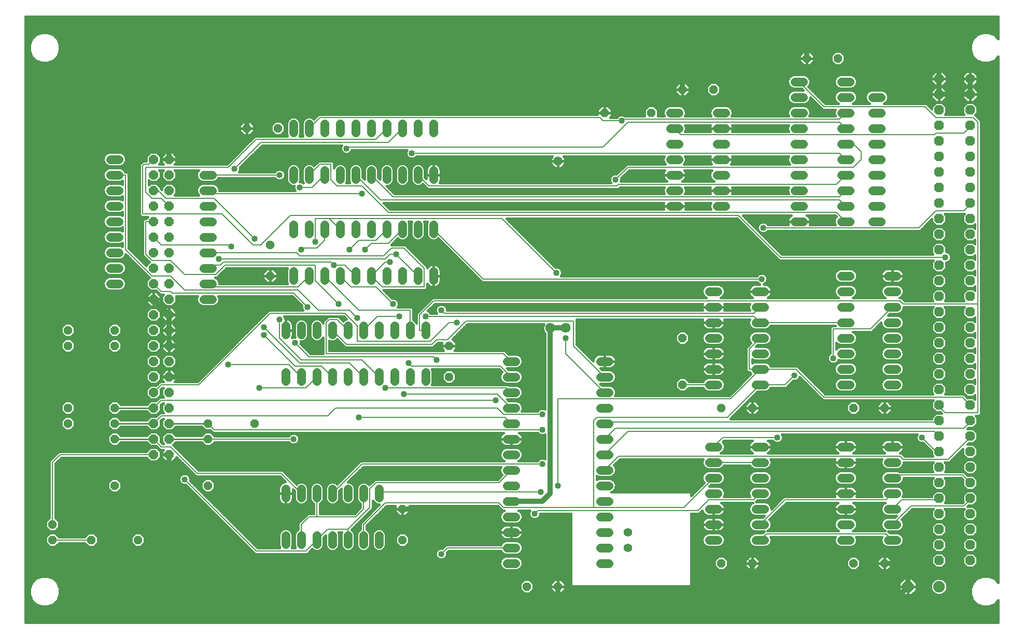
<source format=gbl>
G75*
G70*
%OFA0B0*%
%FSLAX24Y24*%
%IPPOS*%
%LPD*%
%AMOC8*
5,1,8,0,0,1.08239X$1,22.5*
%
%ADD10C,0.0630*%
%ADD11OC8,0.0630*%
%ADD12C,0.0560*%
%ADD13C,0.0560*%
%ADD14OC8,0.0600*%
%ADD15OC8,0.0560*%
%ADD16C,0.0750*%
%ADD17OC8,0.0750*%
%ADD18C,0.0594*%
%ADD19C,0.0634*%
%ADD20C,0.0320*%
%ADD21C,0.0436*%
%ADD22C,0.0080*%
%ADD23C,0.0160*%
%ADD24C,0.0400*%
%ADD25C,0.0100*%
D10*
X065848Y042613D03*
D11*
X065848Y041613D03*
X065848Y040613D03*
X065848Y039613D03*
X065848Y038613D03*
X065848Y037613D03*
X065848Y036613D03*
X065848Y035613D03*
X065848Y034613D03*
X065848Y033613D03*
X065848Y032613D03*
X065848Y031613D03*
X065848Y030613D03*
X065848Y029613D03*
X065848Y028613D03*
X065848Y027613D03*
X065848Y026613D03*
X065848Y025613D03*
X065848Y024613D03*
X065848Y023613D03*
X065848Y022613D03*
X065848Y021613D03*
X065848Y020613D03*
X065848Y019613D03*
X065848Y018613D03*
X065848Y017613D03*
X065848Y016613D03*
X065848Y015613D03*
X065848Y014613D03*
X065848Y013613D03*
X065848Y012613D03*
X065848Y011613D03*
X063848Y011613D03*
X063848Y012613D03*
X063848Y013613D03*
X063848Y014613D03*
X063848Y015613D03*
X063848Y016613D03*
X063848Y017613D03*
X063848Y018613D03*
X063848Y019613D03*
X063848Y020613D03*
X063848Y021613D03*
X063848Y022613D03*
X063848Y023613D03*
X063848Y024613D03*
X063848Y025613D03*
X063848Y026613D03*
X063848Y027613D03*
X063848Y028613D03*
X063848Y029613D03*
X063848Y030613D03*
X063848Y031613D03*
X063848Y032613D03*
X063848Y033613D03*
X063848Y034613D03*
X063848Y035613D03*
X063848Y036613D03*
X063848Y037613D03*
X063848Y038613D03*
X063848Y039613D03*
X063848Y040613D03*
X063848Y041613D03*
X063848Y042613D03*
D12*
X060128Y041428D02*
X059568Y041428D01*
X059568Y040428D02*
X060128Y040428D01*
X060128Y039428D02*
X059568Y039428D01*
X059568Y038428D02*
X060128Y038428D01*
X060128Y037428D02*
X059568Y037428D01*
X059568Y036428D02*
X060128Y036428D01*
X060128Y035428D02*
X059568Y035428D01*
X059568Y034428D02*
X060128Y034428D01*
X060128Y033428D02*
X059568Y033428D01*
X058128Y033428D02*
X057568Y033428D01*
X057568Y034428D02*
X058128Y034428D01*
X058128Y035428D02*
X057568Y035428D01*
X057568Y036428D02*
X058128Y036428D01*
X058128Y037428D02*
X057568Y037428D01*
X057568Y038428D02*
X058128Y038428D01*
X058128Y039428D02*
X057568Y039428D01*
X057568Y040428D02*
X058128Y040428D01*
X058128Y041428D02*
X057568Y041428D01*
X057568Y042428D02*
X058128Y042428D01*
X055128Y042428D02*
X054568Y042428D01*
X054568Y041428D02*
X055128Y041428D01*
X055128Y040428D02*
X054568Y040428D01*
X054568Y039428D02*
X055128Y039428D01*
X055128Y038428D02*
X054568Y038428D01*
X054568Y037428D02*
X055128Y037428D01*
X055128Y036428D02*
X054568Y036428D01*
X054568Y035428D02*
X055128Y035428D01*
X055128Y034428D02*
X054568Y034428D01*
X054568Y033428D02*
X055128Y033428D01*
X057568Y029928D02*
X058128Y029928D01*
X058128Y028928D02*
X057568Y028928D01*
X057568Y027928D02*
X058128Y027928D01*
X058128Y026928D02*
X057568Y026928D01*
X057568Y025928D02*
X058128Y025928D01*
X058128Y024928D02*
X057568Y024928D01*
X057568Y023928D02*
X058128Y023928D01*
X058128Y022928D02*
X057568Y022928D01*
X060568Y022928D02*
X061128Y022928D01*
X061128Y023928D02*
X060568Y023928D01*
X060568Y024928D02*
X061128Y024928D01*
X061128Y025928D02*
X060568Y025928D01*
X060568Y026928D02*
X061128Y026928D01*
X061128Y027928D02*
X060568Y027928D01*
X060568Y028928D02*
X061128Y028928D01*
X061128Y029928D02*
X060568Y029928D01*
X052628Y028928D02*
X052068Y028928D01*
X052068Y027928D02*
X052628Y027928D01*
X052628Y026928D02*
X052068Y026928D01*
X052068Y025928D02*
X052628Y025928D01*
X052628Y024928D02*
X052068Y024928D01*
X052068Y023928D02*
X052628Y023928D01*
X052628Y022928D02*
X052068Y022928D01*
X049628Y022928D02*
X049068Y022928D01*
X049068Y023928D02*
X049628Y023928D01*
X049628Y024928D02*
X049068Y024928D01*
X049068Y025928D02*
X049628Y025928D01*
X049628Y026928D02*
X049068Y026928D01*
X049068Y027928D02*
X049628Y027928D01*
X049628Y028928D02*
X049068Y028928D01*
X042628Y024428D02*
X042068Y024428D01*
X042068Y023428D02*
X042628Y023428D01*
X042628Y022428D02*
X042068Y022428D01*
X042068Y021428D02*
X042628Y021428D01*
X042628Y020428D02*
X042068Y020428D01*
X042068Y019428D02*
X042628Y019428D01*
X042628Y018428D02*
X042068Y018428D01*
X042068Y017428D02*
X042628Y017428D01*
X042628Y016428D02*
X042068Y016428D01*
X042068Y015428D02*
X042628Y015428D01*
X042628Y014428D02*
X042068Y014428D01*
X042068Y013428D02*
X042628Y013428D01*
X042628Y012428D02*
X042068Y012428D01*
X042068Y011428D02*
X042628Y011428D01*
X036628Y011428D02*
X036068Y011428D01*
X036068Y012428D02*
X036628Y012428D01*
X036628Y013428D02*
X036068Y013428D01*
X036068Y014428D02*
X036628Y014428D01*
X036628Y015428D02*
X036068Y015428D01*
X036068Y016428D02*
X036628Y016428D01*
X036628Y017428D02*
X036068Y017428D01*
X036068Y018428D02*
X036628Y018428D01*
X036628Y019428D02*
X036068Y019428D01*
X036068Y020428D02*
X036628Y020428D01*
X036628Y021428D02*
X036068Y021428D01*
X036068Y022428D02*
X036628Y022428D01*
X036628Y023428D02*
X036068Y023428D01*
X036068Y024428D02*
X036628Y024428D01*
X030848Y023708D02*
X030848Y023148D01*
X029848Y023148D02*
X029848Y023708D01*
X028848Y023708D02*
X028848Y023148D01*
X027848Y023148D02*
X027848Y023708D01*
X026848Y023708D02*
X026848Y023148D01*
X025848Y023148D02*
X025848Y023708D01*
X024848Y023708D02*
X024848Y023148D01*
X023848Y023148D02*
X023848Y023708D01*
X022848Y023708D02*
X022848Y023148D01*
X021848Y023148D02*
X021848Y023708D01*
X021848Y026148D02*
X021848Y026708D01*
X022848Y026708D02*
X022848Y026148D01*
X023848Y026148D02*
X023848Y026708D01*
X024848Y026708D02*
X024848Y026148D01*
X025848Y026148D02*
X025848Y026708D01*
X026848Y026708D02*
X026848Y026148D01*
X027848Y026148D02*
X027848Y026708D01*
X028848Y026708D02*
X028848Y026148D01*
X029848Y026148D02*
X029848Y026708D01*
X030848Y026708D02*
X030848Y026148D01*
X030348Y029648D02*
X030348Y030208D01*
X029348Y030208D02*
X029348Y029648D01*
X028348Y029648D02*
X028348Y030208D01*
X027348Y030208D02*
X027348Y029648D01*
X026348Y029648D02*
X026348Y030208D01*
X025348Y030208D02*
X025348Y029648D01*
X024348Y029648D02*
X024348Y030208D01*
X023348Y030208D02*
X023348Y029648D01*
X022348Y029648D02*
X022348Y030208D01*
X022348Y032648D02*
X022348Y033208D01*
X023348Y033208D02*
X023348Y032648D01*
X024348Y032648D02*
X024348Y033208D01*
X025348Y033208D02*
X025348Y032648D01*
X026348Y032648D02*
X026348Y033208D01*
X027348Y033208D02*
X027348Y032648D01*
X028348Y032648D02*
X028348Y033208D01*
X029348Y033208D02*
X029348Y032648D01*
X030348Y032648D02*
X030348Y033208D01*
X031348Y033208D02*
X031348Y032648D01*
X031348Y030208D02*
X031348Y029648D01*
X031348Y036148D02*
X031348Y036708D01*
X030348Y036708D02*
X030348Y036148D01*
X029348Y036148D02*
X029348Y036708D01*
X028348Y036708D02*
X028348Y036148D01*
X027348Y036148D02*
X027348Y036708D01*
X026348Y036708D02*
X026348Y036148D01*
X025348Y036148D02*
X025348Y036708D01*
X024348Y036708D02*
X024348Y036148D01*
X023348Y036148D02*
X023348Y036708D01*
X022348Y036708D02*
X022348Y036148D01*
X022348Y039148D02*
X022348Y039708D01*
X023348Y039708D02*
X023348Y039148D01*
X024348Y039148D02*
X024348Y039708D01*
X025348Y039708D02*
X025348Y039148D01*
X026348Y039148D02*
X026348Y039708D01*
X027348Y039708D02*
X027348Y039148D01*
X028348Y039148D02*
X028348Y039708D01*
X029348Y039708D02*
X029348Y039148D01*
X030348Y039148D02*
X030348Y039708D01*
X031348Y039708D02*
X031348Y039148D01*
X017128Y036428D02*
X016568Y036428D01*
X016568Y035428D02*
X017128Y035428D01*
X017128Y034428D02*
X016568Y034428D01*
X016568Y033428D02*
X017128Y033428D01*
X017128Y032428D02*
X016568Y032428D01*
X016568Y031428D02*
X017128Y031428D01*
X017128Y030428D02*
X016568Y030428D01*
X016568Y029428D02*
X017128Y029428D01*
X017128Y028428D02*
X016568Y028428D01*
X011128Y029428D02*
X010568Y029428D01*
X010568Y030428D02*
X011128Y030428D01*
X011128Y031428D02*
X010568Y031428D01*
X010568Y032428D02*
X011128Y032428D01*
X011128Y033428D02*
X010568Y033428D01*
X010568Y034428D02*
X011128Y034428D01*
X011128Y035428D02*
X010568Y035428D01*
X010568Y036428D02*
X011128Y036428D01*
X011128Y037428D02*
X010568Y037428D01*
X021848Y016208D02*
X021848Y015648D01*
X022848Y015648D02*
X022848Y016208D01*
X023848Y016208D02*
X023848Y015648D01*
X024848Y015648D02*
X024848Y016208D01*
X025848Y016208D02*
X025848Y015648D01*
X026848Y015648D02*
X026848Y016208D01*
X027848Y016208D02*
X027848Y015648D01*
X027848Y013208D02*
X027848Y012648D01*
X026848Y012648D02*
X026848Y013208D01*
X025848Y013208D02*
X025848Y012648D01*
X024848Y012648D02*
X024848Y013208D01*
X023848Y013208D02*
X023848Y012648D01*
X022848Y012648D02*
X022848Y013208D01*
X021848Y013208D02*
X021848Y012648D01*
X049068Y012928D02*
X049628Y012928D01*
X049628Y013928D02*
X049068Y013928D01*
X049068Y014928D02*
X049628Y014928D01*
X049628Y015928D02*
X049068Y015928D01*
X049068Y016928D02*
X049628Y016928D01*
X049628Y017928D02*
X049068Y017928D01*
X049068Y018928D02*
X049628Y018928D01*
X052068Y018928D02*
X052628Y018928D01*
X052628Y017928D02*
X052068Y017928D01*
X052068Y016928D02*
X052628Y016928D01*
X052628Y015928D02*
X052068Y015928D01*
X052068Y014928D02*
X052628Y014928D01*
X052628Y013928D02*
X052068Y013928D01*
X052068Y012928D02*
X052628Y012928D01*
X057568Y012928D02*
X058128Y012928D01*
X058128Y013928D02*
X057568Y013928D01*
X057568Y014928D02*
X058128Y014928D01*
X058128Y015928D02*
X057568Y015928D01*
X057568Y016928D02*
X058128Y016928D01*
X058128Y017928D02*
X057568Y017928D01*
X057568Y018928D02*
X058128Y018928D01*
X060568Y018928D02*
X061128Y018928D01*
X061128Y017928D02*
X060568Y017928D01*
X060568Y016928D02*
X061128Y016928D01*
X061128Y015928D02*
X060568Y015928D01*
X060568Y014928D02*
X061128Y014928D01*
X061128Y013928D02*
X060568Y013928D01*
X060568Y012928D02*
X061128Y012928D01*
X050128Y034428D02*
X049568Y034428D01*
X049568Y035428D02*
X050128Y035428D01*
X050128Y036428D02*
X049568Y036428D01*
X049568Y037428D02*
X050128Y037428D01*
X050128Y038428D02*
X049568Y038428D01*
X049568Y039428D02*
X050128Y039428D01*
X050128Y040428D02*
X049568Y040428D01*
X047128Y040428D02*
X046568Y040428D01*
X046568Y039428D02*
X047128Y039428D01*
X047128Y038428D02*
X046568Y038428D01*
X046568Y037428D02*
X047128Y037428D01*
X047128Y036428D02*
X046568Y036428D01*
X046568Y035428D02*
X047128Y035428D01*
X047128Y034428D02*
X046568Y034428D01*
D13*
X043848Y013428D03*
X043848Y012428D03*
D14*
X014348Y018428D03*
X014348Y019428D03*
X014348Y020428D03*
X014348Y021428D03*
X014348Y022428D03*
X014348Y023428D03*
X014348Y024428D03*
X014348Y025428D03*
X014348Y026428D03*
X014348Y027428D03*
X014348Y028428D03*
X014348Y029428D03*
X014348Y030428D03*
X014348Y031428D03*
X014348Y032428D03*
X014348Y033428D03*
X014348Y034428D03*
X014348Y035428D03*
X014348Y036428D03*
X014348Y037428D03*
X013348Y037428D03*
X013348Y036428D03*
X013348Y035428D03*
X013348Y034428D03*
X013348Y033428D03*
X013348Y032428D03*
X013348Y031428D03*
X013348Y030428D03*
X013348Y029428D03*
X013348Y028428D03*
X013348Y027428D03*
X013348Y026428D03*
X013348Y025428D03*
X013348Y024428D03*
X013348Y023428D03*
X013348Y022428D03*
X013348Y021428D03*
X013348Y020428D03*
X013348Y019428D03*
X013348Y018428D03*
D15*
X010848Y019428D03*
X010848Y020428D03*
X010848Y021428D03*
X007848Y021428D03*
X007848Y020428D03*
X010848Y016428D03*
X006848Y013928D03*
X006848Y012928D03*
X009348Y012928D03*
X012348Y012928D03*
X016848Y016428D03*
X016848Y019428D03*
X016848Y020428D03*
X019848Y020428D03*
X010848Y025428D03*
X010848Y026428D03*
X007848Y026428D03*
X007848Y025428D03*
X020848Y029928D03*
X020848Y031928D03*
X021348Y039428D03*
X019348Y039428D03*
X032348Y025428D03*
X032348Y023428D03*
X029348Y014928D03*
X029348Y012928D03*
X037348Y009928D03*
X039348Y009928D03*
X049848Y011428D03*
X051848Y011428D03*
X058348Y011428D03*
X060348Y011428D03*
X060348Y021428D03*
X058348Y021428D03*
X051848Y021428D03*
X049848Y021428D03*
X047348Y022928D03*
X047348Y025928D03*
X045348Y040428D03*
X047348Y041928D03*
X049348Y041928D03*
X055348Y043928D03*
X057348Y043928D03*
X042348Y040428D03*
D16*
X063848Y009928D03*
D17*
X061848Y009928D03*
D18*
X039348Y037318D03*
D19*
X038848Y026568D03*
X039848Y026568D03*
D20*
X038848Y026568D01*
X038848Y015928D01*
X038348Y015428D01*
X036348Y015428D01*
X030348Y014428D02*
X030348Y008928D01*
X032848Y008928D01*
X032848Y009428D01*
X032848Y008928D02*
X039348Y008928D01*
X039348Y009928D01*
X039348Y008928D02*
X051848Y008928D01*
X051848Y011428D01*
X051848Y008928D02*
X060848Y008928D01*
X061848Y009928D01*
X061848Y010928D01*
X061348Y011428D01*
X060348Y011428D01*
X030348Y008928D02*
X014348Y008928D01*
X014348Y018428D01*
X014348Y023428D02*
X014848Y023428D01*
X015348Y023928D01*
X015348Y024928D01*
X014848Y025428D01*
X014348Y025428D01*
X014348Y026428D01*
X014348Y027428D01*
X013348Y028428D01*
X005348Y028428D01*
X005348Y037928D01*
X007848Y040428D01*
X014348Y040428D01*
X014348Y037428D01*
X014348Y040428D02*
X019348Y040428D01*
X019348Y039428D01*
X019348Y040428D02*
X023848Y044928D01*
X047348Y044928D01*
X047348Y041928D01*
X047348Y044928D02*
X055348Y044928D01*
X055348Y043928D01*
X055348Y044928D02*
X063348Y044928D01*
X063848Y044428D01*
X063848Y042613D01*
X063848Y041613D01*
X065848Y041613D01*
X065848Y042613D01*
X030348Y014428D02*
X029848Y014928D01*
X029348Y014928D01*
X014348Y008928D02*
X009348Y008928D01*
X005348Y012928D01*
X005348Y028428D01*
D21*
X032848Y009428D03*
D22*
X031848Y012028D02*
X032248Y012428D01*
X036348Y012428D01*
X037848Y014628D02*
X038048Y014828D01*
X048348Y014828D01*
X049048Y015528D01*
X051948Y015528D01*
X052348Y015928D01*
X053948Y015528D02*
X060448Y015528D01*
X060848Y015928D01*
X061448Y015528D02*
X063848Y015528D01*
X063848Y015613D01*
X065448Y015128D02*
X062048Y015128D01*
X060848Y013928D01*
X060448Y013328D02*
X060848Y012928D01*
X060448Y013328D02*
X052748Y013328D01*
X052348Y012928D01*
X052348Y013928D02*
X053948Y015528D01*
X052348Y017928D02*
X049348Y017928D01*
X049348Y018928D02*
X049948Y019528D01*
X053448Y019528D01*
X050448Y022028D02*
X052348Y023928D01*
X054648Y023928D01*
X056448Y022128D01*
X065348Y022128D01*
X065848Y021628D01*
X065848Y021613D01*
X066348Y021128D02*
X064248Y021128D01*
X063848Y021528D01*
X063848Y021613D01*
X063848Y020613D02*
X063848Y020528D01*
X042448Y020528D01*
X042348Y020428D01*
X041848Y020828D02*
X041648Y020628D01*
X041648Y015028D01*
X035848Y015028D01*
X035548Y015328D01*
X028248Y015328D01*
X026848Y013928D01*
X026848Y012928D01*
X025848Y012928D02*
X025848Y013628D01*
X027248Y015028D01*
X027248Y016228D01*
X027648Y016628D01*
X035548Y016628D01*
X036348Y017428D01*
X038348Y017828D02*
X026748Y017828D01*
X024848Y015928D01*
X023848Y015928D02*
X023848Y014428D01*
X026348Y014428D01*
X026848Y014928D01*
X026848Y015928D01*
X027848Y015928D02*
X027948Y016028D01*
X038248Y016028D01*
X039348Y016428D02*
X039348Y022028D01*
X050448Y022028D01*
X050248Y020828D02*
X041848Y020828D01*
X043048Y020128D02*
X065448Y020128D01*
X065848Y020528D01*
X065848Y020613D01*
X066348Y021128D02*
X066348Y028128D01*
X061548Y028128D01*
X061348Y028328D01*
X031348Y028328D01*
X030448Y027428D01*
X030448Y026428D01*
X030848Y026428D01*
X031148Y025728D02*
X032348Y026928D01*
X032848Y026928D01*
X033448Y027028D02*
X032248Y025828D01*
X031548Y025828D01*
X031248Y025528D01*
X025748Y025528D01*
X024848Y026428D01*
X024448Y026928D02*
X024448Y024928D01*
X035848Y024928D01*
X036348Y024428D01*
X035648Y024128D02*
X029948Y024128D01*
X029748Y024328D01*
X027848Y023428D02*
X026748Y024528D01*
X022848Y024528D01*
X021448Y025928D01*
X021448Y027128D01*
X020848Y027528D02*
X025648Y027528D01*
X026448Y026728D01*
X026448Y025728D01*
X031148Y025728D01*
X029848Y026428D02*
X029848Y027728D01*
X026548Y027728D01*
X024348Y029928D01*
X023748Y029628D02*
X023748Y030628D01*
X017948Y030628D01*
X017348Y030028D01*
X015348Y030028D01*
X014448Y030928D01*
X013248Y030928D01*
X012848Y031328D01*
X012848Y033428D01*
X013348Y033428D01*
X012648Y033928D02*
X017748Y033928D01*
X019748Y031928D01*
X020248Y031928D01*
X022148Y033828D01*
X050948Y033828D01*
X053648Y031128D01*
X064248Y031128D01*
X062548Y033028D02*
X063648Y034128D01*
X065448Y034128D01*
X065848Y034528D01*
X065848Y034613D01*
X062548Y033028D02*
X052548Y033028D01*
X052448Y029728D02*
X034548Y029728D01*
X031348Y032928D01*
X029348Y032928D02*
X028448Y032028D01*
X027348Y032028D01*
X026948Y031628D01*
X026548Y032228D02*
X027648Y032228D01*
X028348Y032928D01*
X028448Y034028D02*
X026748Y035728D01*
X025148Y035728D01*
X024748Y036128D01*
X024748Y037128D01*
X024048Y037128D01*
X023348Y036428D01*
X023548Y035628D02*
X022748Y035628D01*
X023548Y035628D02*
X024348Y036428D01*
X026348Y036428D02*
X027948Y034828D01*
X057448Y034828D01*
X057848Y034428D01*
X057248Y034028D02*
X028448Y034028D01*
X028748Y035028D02*
X027348Y036428D01*
X026748Y035228D02*
X017048Y035228D01*
X016848Y035428D01*
X017248Y034928D02*
X014148Y034928D01*
X013648Y035428D01*
X013348Y035428D01*
X012848Y035328D02*
X013248Y034928D01*
X013848Y034928D01*
X014348Y034428D01*
X012848Y035328D02*
X012848Y036928D01*
X018148Y036928D01*
X019948Y038728D01*
X027648Y038728D01*
X028348Y039428D01*
X028448Y038528D02*
X029348Y039428D01*
X028448Y038528D02*
X020248Y038528D01*
X018548Y036828D01*
X016848Y036428D02*
X021448Y036428D01*
X023348Y039428D02*
X024048Y040128D01*
X042048Y040128D01*
X042248Y039928D01*
X043448Y039928D01*
X043548Y040028D01*
X057448Y040028D01*
X057848Y040428D01*
X057448Y039828D02*
X043848Y039828D01*
X042248Y038228D01*
X025848Y038228D01*
X025748Y038128D01*
X029948Y037828D02*
X057448Y037828D01*
X057848Y037428D01*
X058348Y036928D02*
X043848Y036928D01*
X043048Y036128D01*
X043248Y035828D02*
X043148Y035728D01*
X031048Y035728D01*
X030348Y036428D01*
X028748Y035028D02*
X057448Y035028D01*
X057848Y035428D01*
X057248Y035828D02*
X043248Y035828D01*
X046848Y039428D02*
X047248Y039028D01*
X063548Y039028D01*
X063648Y039128D01*
X065448Y039128D01*
X065848Y039528D01*
X065848Y039613D01*
X066348Y039828D02*
X066348Y028128D01*
X060848Y027928D02*
X059448Y026528D01*
X057048Y026528D01*
X057048Y024628D01*
X057848Y026928D02*
X052348Y026928D01*
X051948Y027328D01*
X030848Y027328D01*
X031848Y027728D02*
X032048Y027528D01*
X051948Y027528D01*
X052348Y027928D01*
X052348Y025928D02*
X051648Y025228D01*
X051648Y023928D01*
X052348Y023928D01*
X052348Y022928D02*
X053948Y022928D01*
X054548Y023528D01*
X052348Y022928D02*
X050248Y020828D01*
X049348Y022928D02*
X047348Y022928D01*
X043848Y019928D02*
X063548Y019928D01*
X063848Y019628D01*
X063848Y019613D01*
X063648Y018628D02*
X062748Y019528D01*
X063648Y018628D02*
X063848Y018628D01*
X063848Y018613D01*
X064448Y018128D02*
X061548Y018128D01*
X061348Y018328D01*
X043248Y018328D01*
X042348Y017428D01*
X042348Y018428D02*
X043848Y019928D01*
X043048Y020128D02*
X042348Y019428D01*
X038348Y020028D02*
X017248Y020028D01*
X016848Y020428D01*
X016848Y019428D02*
X022348Y019428D01*
X024548Y020928D02*
X025048Y021428D01*
X035448Y021428D01*
X035848Y021028D01*
X038348Y021028D01*
X036348Y021428D02*
X035448Y022328D01*
X029448Y022328D01*
X028248Y022728D02*
X036048Y022728D01*
X036348Y022428D01*
X036348Y023428D02*
X035648Y024128D01*
X035348Y021928D02*
X013848Y021928D01*
X013348Y021428D01*
X013848Y020928D02*
X024548Y020928D01*
X026548Y020828D02*
X035948Y020828D01*
X036348Y020428D01*
X039848Y024928D02*
X039848Y025928D01*
X040348Y025428D02*
X040348Y027028D01*
X033448Y027028D01*
X031348Y024728D02*
X031548Y024528D01*
X031348Y024728D02*
X023348Y024728D01*
X022448Y025628D01*
X022748Y024328D02*
X020448Y026628D01*
X020448Y026128D02*
X022448Y024128D01*
X024148Y024128D01*
X024848Y023428D01*
X025948Y024328D02*
X022748Y024328D01*
X022048Y024228D02*
X022848Y023428D01*
X023148Y022728D02*
X023848Y023428D01*
X023148Y022728D02*
X020148Y022728D01*
X022048Y024228D02*
X018148Y024228D01*
X016248Y022928D02*
X020848Y027528D01*
X022348Y028828D02*
X014548Y028828D01*
X014448Y028928D01*
X013848Y028928D01*
X013348Y029428D01*
X013248Y029928D02*
X011548Y031628D01*
X011548Y036428D01*
X010848Y036428D01*
X012648Y037028D02*
X012648Y033928D01*
X013348Y032428D02*
X013848Y031928D01*
X018248Y031928D01*
X018348Y031828D01*
X017548Y031028D02*
X028248Y031028D01*
X028548Y031328D01*
X028948Y031328D01*
X030348Y029928D01*
X030748Y030428D02*
X030748Y029228D01*
X028048Y029228D01*
X027348Y029928D01*
X028248Y030828D01*
X028548Y030828D01*
X028148Y031228D02*
X028648Y031728D01*
X029448Y031728D01*
X030748Y030428D01*
X028148Y031228D02*
X022748Y031228D01*
X022548Y031428D01*
X016848Y031428D01*
X017048Y030628D02*
X016848Y030428D01*
X017048Y030628D02*
X017648Y030628D01*
X017848Y030828D01*
X024748Y030828D01*
X024948Y030628D01*
X025648Y030628D01*
X026348Y029928D01*
X026048Y029228D02*
X025348Y029928D01*
X026048Y029228D02*
X027648Y029228D01*
X028748Y028128D01*
X029148Y027328D02*
X027748Y027328D01*
X026848Y026428D01*
X025848Y026428D02*
X025148Y027128D01*
X024648Y027128D01*
X024448Y026928D01*
X023948Y027728D02*
X022648Y029028D01*
X015348Y029028D01*
X014448Y029928D01*
X013248Y029928D01*
X016848Y029428D02*
X017048Y029228D01*
X022648Y029228D01*
X023348Y029928D01*
X023748Y029628D02*
X025248Y028128D01*
X025948Y027728D02*
X023948Y027728D01*
X023248Y027928D02*
X022348Y028828D01*
X022848Y031628D02*
X022948Y031728D01*
X023848Y031728D01*
X024348Y032228D01*
X024348Y032928D01*
X024648Y033628D02*
X025348Y032928D01*
X024648Y033628D02*
X023748Y033628D01*
X023748Y032128D01*
X024648Y033628D02*
X035748Y033628D01*
X039248Y030128D01*
X040348Y025428D02*
X042348Y023428D01*
X042348Y022428D02*
X039848Y024928D01*
X049348Y016928D02*
X047448Y015028D01*
X041648Y015028D01*
X049348Y013928D02*
X051848Y011428D01*
X060848Y014928D02*
X061448Y015528D01*
X060848Y016928D02*
X061048Y017128D01*
X065348Y017128D01*
X065848Y016628D01*
X065848Y016613D01*
X065848Y015613D02*
X065848Y015528D01*
X065448Y015128D01*
X064448Y018128D02*
X065848Y019528D01*
X065848Y019613D01*
X060848Y018928D02*
X057848Y018928D01*
X057848Y033428D02*
X057248Y034028D01*
X057248Y035828D02*
X057848Y036428D01*
X058348Y036928D02*
X058848Y037428D01*
X058848Y037928D01*
X058348Y038428D01*
X057848Y038428D01*
X057848Y039428D02*
X057448Y039828D01*
X056448Y040828D02*
X062948Y040828D01*
X063648Y040128D01*
X066048Y040128D01*
X066348Y039828D01*
X056448Y040828D02*
X054848Y042428D01*
X026548Y032228D02*
X025948Y031628D01*
X025948Y027728D02*
X026448Y027228D01*
X025948Y024328D02*
X026848Y023428D01*
X021548Y017228D02*
X016148Y017228D01*
X014448Y018928D01*
X013848Y018928D01*
X013348Y019428D01*
X013348Y018428D02*
X007348Y018428D01*
X006848Y017928D01*
X006848Y013928D01*
X006848Y012928D02*
X009348Y012928D01*
X015348Y016828D02*
X019948Y012228D01*
X023148Y012228D01*
X023848Y012928D01*
X024548Y013628D01*
X025848Y013628D01*
X023848Y014428D02*
X023348Y014428D01*
X022848Y013928D01*
X022848Y012928D01*
X022848Y015928D02*
X021548Y017228D01*
X016248Y022928D02*
X013848Y022928D01*
X013348Y022428D01*
X013848Y020928D02*
X013348Y020428D01*
X019848Y032328D02*
X017248Y034928D01*
X013348Y037428D02*
X013048Y037128D01*
X012748Y037128D01*
X012648Y037028D01*
D23*
X005128Y046618D02*
X005128Y007608D01*
X067660Y007608D01*
X067660Y009039D01*
X067403Y008782D01*
X067043Y008633D01*
X066653Y008633D01*
X066293Y008782D01*
X066017Y009058D01*
X065868Y009418D01*
X065868Y009808D01*
X066017Y010168D01*
X066293Y010444D01*
X066653Y010593D01*
X067043Y010593D01*
X067403Y010444D01*
X067660Y010187D01*
X067660Y044039D01*
X067403Y043782D01*
X067043Y043633D01*
X066653Y043633D01*
X066293Y043782D01*
X066017Y044058D01*
X065868Y044418D01*
X065868Y044808D01*
X066017Y045168D01*
X066293Y045444D01*
X066653Y045593D01*
X067043Y045593D01*
X067403Y045444D01*
X067660Y045187D01*
X067660Y046618D01*
X005128Y046618D01*
X005128Y046588D02*
X067660Y046588D01*
X067660Y046430D02*
X005128Y046430D01*
X005128Y046271D02*
X067660Y046271D01*
X067660Y046113D02*
X005128Y046113D01*
X005128Y045954D02*
X067660Y045954D01*
X067660Y045796D02*
X005128Y045796D01*
X005128Y045637D02*
X067660Y045637D01*
X067660Y045478D02*
X067320Y045478D01*
X067527Y045320D02*
X067660Y045320D01*
X066376Y045478D02*
X006820Y045478D01*
X006903Y045444D02*
X006543Y045593D01*
X006153Y045593D01*
X005793Y045444D01*
X005517Y045168D01*
X005368Y044808D01*
X005368Y044418D01*
X005517Y044058D01*
X005793Y043782D01*
X006153Y043633D01*
X006543Y043633D01*
X006903Y043782D01*
X007179Y044058D01*
X007328Y044418D01*
X007328Y044808D01*
X007179Y045168D01*
X006903Y045444D01*
X007027Y045320D02*
X066169Y045320D01*
X066014Y045161D02*
X007182Y045161D01*
X007247Y045003D02*
X065949Y045003D01*
X065883Y044844D02*
X007313Y044844D01*
X007328Y044686D02*
X065868Y044686D01*
X065868Y044527D02*
X007328Y044527D01*
X007307Y044369D02*
X055138Y044369D01*
X055157Y044388D02*
X054888Y044119D01*
X054888Y043928D01*
X054888Y043737D01*
X055157Y043468D01*
X055348Y043468D01*
X055538Y043468D01*
X055808Y043737D01*
X055808Y043928D01*
X055348Y043928D01*
X055348Y043928D01*
X055808Y043928D01*
X055808Y044119D01*
X055538Y044388D01*
X055348Y044388D01*
X055348Y043928D01*
X055348Y043468D01*
X055348Y043928D01*
X055348Y043928D01*
X055348Y043928D01*
X055347Y043928D02*
X054888Y043928D01*
X055347Y043928D01*
X055347Y043928D01*
X055348Y043928D02*
X055348Y044388D01*
X055157Y044388D01*
X055348Y044369D02*
X055348Y044369D01*
X055348Y044210D02*
X055348Y044210D01*
X055348Y044052D02*
X055348Y044052D01*
X055348Y043893D02*
X055348Y043893D01*
X055348Y043734D02*
X055348Y043734D01*
X055348Y043576D02*
X055348Y043576D01*
X055646Y043576D02*
X057078Y043576D01*
X057166Y043488D02*
X057530Y043488D01*
X057788Y043746D01*
X057788Y044110D01*
X057530Y044368D01*
X057166Y044368D01*
X056908Y044110D01*
X056908Y043746D01*
X057166Y043488D01*
X056919Y043734D02*
X055805Y043734D01*
X055808Y043893D02*
X056908Y043893D01*
X056908Y044052D02*
X055808Y044052D01*
X055716Y044210D02*
X057008Y044210D01*
X057688Y044210D02*
X065954Y044210D01*
X065888Y044369D02*
X055558Y044369D01*
X054979Y044210D02*
X007242Y044210D01*
X007172Y044052D02*
X054888Y044052D01*
X054888Y043893D02*
X007014Y043893D01*
X006788Y043734D02*
X054891Y043734D01*
X055049Y043576D02*
X005128Y043576D01*
X005128Y043734D02*
X005908Y043734D01*
X005682Y043893D02*
X005128Y043893D01*
X005128Y044052D02*
X005523Y044052D01*
X005454Y044210D02*
X005128Y044210D01*
X005128Y044369D02*
X005388Y044369D01*
X005368Y044527D02*
X005128Y044527D01*
X005128Y044686D02*
X005368Y044686D01*
X005383Y044844D02*
X005128Y044844D01*
X005128Y045003D02*
X005449Y045003D01*
X005514Y045161D02*
X005128Y045161D01*
X005128Y045320D02*
X005669Y045320D01*
X005876Y045478D02*
X005128Y045478D01*
X005128Y043417D02*
X067660Y043417D01*
X067660Y043259D02*
X005128Y043259D01*
X005128Y043100D02*
X063635Y043100D01*
X063643Y043108D02*
X063353Y042818D01*
X063353Y042623D01*
X063838Y042623D01*
X063838Y043108D01*
X063643Y043108D01*
X063838Y043100D02*
X063858Y043100D01*
X063858Y043108D02*
X064053Y043108D01*
X064343Y042818D01*
X064343Y042623D01*
X063858Y042623D01*
X063858Y042603D01*
X064343Y042603D01*
X064343Y042408D01*
X064053Y042118D01*
X063858Y042118D01*
X063858Y042603D01*
X063838Y042603D01*
X063838Y042118D01*
X063643Y042118D01*
X063353Y042408D01*
X063353Y042603D01*
X063838Y042603D01*
X063838Y042623D01*
X063858Y042623D01*
X063858Y043108D01*
X063858Y042942D02*
X063838Y042942D01*
X063838Y042783D02*
X063858Y042783D01*
X063858Y042625D02*
X063838Y042625D01*
X063838Y042466D02*
X063858Y042466D01*
X063858Y042308D02*
X063838Y042308D01*
X063838Y042149D02*
X063858Y042149D01*
X063858Y042108D02*
X064053Y042108D01*
X064343Y041818D01*
X064343Y041623D01*
X063858Y041623D01*
X063858Y041603D01*
X064343Y041603D01*
X064343Y041408D01*
X064053Y041118D01*
X063858Y041118D01*
X063858Y041603D01*
X063838Y041603D01*
X063838Y041118D01*
X063643Y041118D01*
X063353Y041408D01*
X063353Y041603D01*
X063838Y041603D01*
X063838Y041623D01*
X063838Y042108D01*
X063643Y042108D01*
X063353Y041818D01*
X063353Y041623D01*
X063838Y041623D01*
X063858Y041623D01*
X063858Y042108D01*
X063858Y041990D02*
X063838Y041990D01*
X063838Y041832D02*
X063858Y041832D01*
X063858Y041673D02*
X063838Y041673D01*
X063838Y041515D02*
X063858Y041515D01*
X063858Y041356D02*
X063838Y041356D01*
X063838Y041198D02*
X063858Y041198D01*
X064045Y041088D02*
X063651Y041088D01*
X063373Y040810D01*
X063373Y040686D01*
X063031Y041028D01*
X062865Y041028D01*
X060312Y041028D01*
X060377Y041055D01*
X060501Y041179D01*
X060568Y041340D01*
X060568Y041516D01*
X060501Y041677D01*
X060377Y041801D01*
X060215Y041868D01*
X059480Y041868D01*
X059319Y041801D01*
X059195Y041677D01*
X059128Y041516D01*
X059128Y041340D01*
X059195Y041179D01*
X059319Y041055D01*
X059384Y041028D01*
X058312Y041028D01*
X058377Y041055D01*
X058501Y041179D01*
X058568Y041340D01*
X058568Y041516D01*
X058501Y041677D01*
X058377Y041801D01*
X058215Y041868D01*
X057480Y041868D01*
X057319Y041801D01*
X057195Y041677D01*
X057128Y041516D01*
X057128Y041340D01*
X057195Y041179D01*
X057319Y041055D01*
X057384Y041028D01*
X056531Y041028D01*
X055440Y042118D01*
X055501Y042179D01*
X055568Y042340D01*
X055568Y042516D01*
X055501Y042677D01*
X055377Y042801D01*
X055215Y042868D01*
X054480Y042868D01*
X054319Y042801D01*
X054195Y042677D01*
X054128Y042516D01*
X054128Y042340D01*
X054195Y042179D01*
X054319Y042055D01*
X054480Y041988D01*
X055005Y041988D01*
X055125Y041868D01*
X054480Y041868D01*
X054319Y041801D01*
X054195Y041677D01*
X054128Y041516D01*
X054128Y041340D01*
X054195Y041179D01*
X054319Y041055D01*
X054480Y040988D01*
X055215Y040988D01*
X055377Y041055D01*
X055501Y041179D01*
X055568Y041340D01*
X055568Y041425D01*
X056248Y040745D01*
X056365Y040628D01*
X057174Y040628D01*
X057128Y040516D01*
X057128Y040340D01*
X057174Y040228D01*
X055521Y040228D01*
X055568Y040340D01*
X055568Y040516D01*
X055501Y040677D01*
X055377Y040801D01*
X055215Y040868D01*
X054480Y040868D01*
X054319Y040801D01*
X054195Y040677D01*
X054128Y040516D01*
X054128Y040340D01*
X054174Y040228D01*
X050521Y040228D01*
X050568Y040340D01*
X050568Y040516D01*
X050501Y040677D01*
X050377Y040801D01*
X050215Y040868D01*
X049480Y040868D01*
X049319Y040801D01*
X049195Y040677D01*
X049128Y040516D01*
X049128Y040340D01*
X049174Y040228D01*
X047521Y040228D01*
X047568Y040340D01*
X047568Y040516D01*
X047501Y040677D01*
X047377Y040801D01*
X047215Y040868D01*
X046480Y040868D01*
X046319Y040801D01*
X046195Y040677D01*
X046128Y040516D01*
X046128Y040340D01*
X046174Y040228D01*
X045770Y040228D01*
X045788Y040246D01*
X045788Y040610D01*
X045530Y040868D01*
X045166Y040868D01*
X044908Y040610D01*
X044908Y040246D01*
X044926Y040228D01*
X043657Y040228D01*
X043652Y040233D01*
X043519Y040288D01*
X043376Y040288D01*
X043244Y040233D01*
X043143Y040132D01*
X043141Y040128D01*
X042698Y040128D01*
X042808Y040237D01*
X042808Y040428D01*
X042808Y040619D01*
X042538Y040888D01*
X042348Y040888D01*
X042348Y040428D01*
X042808Y040428D01*
X042348Y040428D01*
X042348Y040428D01*
X042348Y040428D01*
X042347Y040428D02*
X041888Y040428D01*
X041888Y040328D01*
X023965Y040328D01*
X023848Y040211D01*
X023658Y040021D01*
X023597Y040081D01*
X023435Y040148D01*
X023260Y040148D01*
X023099Y040081D01*
X022975Y039957D01*
X022908Y039796D01*
X022908Y039060D01*
X022963Y038928D01*
X022733Y038928D01*
X022788Y039060D01*
X022788Y039796D01*
X022721Y039957D01*
X022597Y040081D01*
X022435Y040148D01*
X022260Y040148D01*
X022099Y040081D01*
X021975Y039957D01*
X021908Y039796D01*
X021908Y039060D01*
X021963Y038928D01*
X019865Y038928D01*
X019748Y038811D01*
X018065Y037128D01*
X014727Y037128D01*
X014828Y037229D01*
X014828Y037418D01*
X014358Y037418D01*
X014358Y037438D01*
X014828Y037438D01*
X014828Y037627D01*
X014547Y037908D01*
X014358Y037908D01*
X014358Y037438D01*
X014338Y037438D01*
X014338Y037908D01*
X014149Y037908D01*
X013868Y037627D01*
X013868Y037438D01*
X014338Y037438D01*
X014338Y037418D01*
X013868Y037418D01*
X013868Y037229D01*
X013969Y037128D01*
X013698Y037128D01*
X013808Y037237D01*
X013808Y037619D01*
X013538Y037888D01*
X013157Y037888D01*
X012888Y037619D01*
X012888Y037328D01*
X012831Y037328D01*
X012665Y037328D01*
X012565Y037228D01*
X012448Y037111D01*
X012448Y034011D01*
X012448Y033845D01*
X012565Y033728D01*
X012997Y033728D01*
X012897Y033628D01*
X012765Y033628D01*
X012648Y033511D01*
X012648Y033345D01*
X012648Y031245D01*
X012765Y031128D01*
X013081Y030812D01*
X012888Y030619D01*
X012888Y030571D01*
X011748Y031711D01*
X011748Y036345D01*
X011748Y036511D01*
X011631Y036628D01*
X011521Y036628D01*
X011501Y036677D01*
X011377Y036801D01*
X011215Y036868D01*
X010480Y036868D01*
X010319Y036801D01*
X010195Y036677D01*
X010128Y036516D01*
X010128Y036340D01*
X010195Y036179D01*
X010319Y036055D01*
X010480Y035988D01*
X011215Y035988D01*
X011348Y036043D01*
X011348Y035813D01*
X011215Y035868D01*
X010480Y035868D01*
X010319Y035801D01*
X010195Y035677D01*
X010128Y035516D01*
X010128Y035340D01*
X010195Y035179D01*
X010319Y035055D01*
X010480Y034988D01*
X011215Y034988D01*
X011348Y035043D01*
X011348Y034813D01*
X011215Y034868D01*
X010480Y034868D01*
X010319Y034801D01*
X010195Y034677D01*
X010128Y034516D01*
X010128Y034340D01*
X010195Y034179D01*
X010319Y034055D01*
X010480Y033988D01*
X011215Y033988D01*
X011348Y034043D01*
X011348Y033813D01*
X011215Y033868D01*
X010480Y033868D01*
X010319Y033801D01*
X010195Y033677D01*
X010128Y033516D01*
X010128Y033340D01*
X010195Y033179D01*
X010319Y033055D01*
X010480Y032988D01*
X011215Y032988D01*
X011348Y033043D01*
X011348Y032813D01*
X011215Y032868D01*
X010480Y032868D01*
X010319Y032801D01*
X010195Y032677D01*
X010128Y032516D01*
X010128Y032340D01*
X010195Y032179D01*
X010319Y032055D01*
X010480Y031988D01*
X011215Y031988D01*
X011348Y032043D01*
X011348Y031813D01*
X011215Y031868D01*
X010480Y031868D01*
X010319Y031801D01*
X010195Y031677D01*
X010128Y031516D01*
X010128Y031340D01*
X010195Y031179D01*
X010319Y031055D01*
X010480Y030988D01*
X011215Y030988D01*
X011377Y031055D01*
X011501Y031179D01*
X011563Y031330D01*
X013081Y029812D01*
X012888Y029619D01*
X012888Y029237D01*
X013157Y028968D01*
X013525Y028968D01*
X013765Y028728D01*
X013931Y028728D01*
X013997Y028728D01*
X013888Y028619D01*
X013888Y028237D01*
X014157Y027968D01*
X014538Y027968D01*
X014808Y028237D01*
X014808Y028619D01*
X014798Y028628D01*
X016174Y028628D01*
X016128Y028516D01*
X016128Y028340D01*
X016195Y028179D01*
X016319Y028055D01*
X016480Y027988D01*
X017215Y027988D01*
X017377Y028055D01*
X017501Y028179D01*
X017568Y028340D01*
X017568Y028516D01*
X017521Y028628D01*
X022265Y028628D01*
X022890Y028004D01*
X022888Y028000D01*
X022888Y027856D01*
X022941Y027728D01*
X020765Y027728D01*
X020648Y027611D01*
X016165Y023128D01*
X014727Y023128D01*
X014828Y023229D01*
X014828Y023418D01*
X014358Y023418D01*
X014358Y023438D01*
X014828Y023438D01*
X014828Y023627D01*
X014547Y023908D01*
X014358Y023908D01*
X014358Y023438D01*
X014338Y023438D01*
X014338Y023908D01*
X014149Y023908D01*
X013868Y023627D01*
X013868Y023438D01*
X014338Y023438D01*
X014338Y023418D01*
X013868Y023418D01*
X013868Y023229D01*
X013969Y023128D01*
X013765Y023128D01*
X013648Y023011D01*
X013525Y022888D01*
X013157Y022888D01*
X012888Y022619D01*
X012888Y022237D01*
X013157Y021968D01*
X013538Y021968D01*
X013808Y022237D01*
X013808Y022605D01*
X013931Y022728D01*
X013997Y022728D01*
X013888Y022619D01*
X013888Y022237D01*
X013997Y022128D01*
X013765Y022128D01*
X013648Y022011D01*
X013525Y021888D01*
X013157Y021888D01*
X012907Y021638D01*
X011260Y021638D01*
X011030Y021868D01*
X010666Y021868D01*
X010408Y021610D01*
X010408Y021246D01*
X010666Y020988D01*
X011030Y020988D01*
X011260Y021218D01*
X012907Y021218D01*
X013157Y020968D01*
X013538Y020968D01*
X013808Y021237D01*
X013808Y021605D01*
X013931Y021728D01*
X013997Y021728D01*
X013888Y021619D01*
X013888Y021237D01*
X013997Y021128D01*
X013765Y021128D01*
X013648Y021011D01*
X013525Y020888D01*
X013157Y020888D01*
X012907Y020638D01*
X011260Y020638D01*
X011030Y020868D01*
X010666Y020868D01*
X010408Y020610D01*
X010408Y020246D01*
X010666Y019988D01*
X011030Y019988D01*
X011260Y020218D01*
X012907Y020218D01*
X013157Y019968D01*
X013538Y019968D01*
X013808Y020237D01*
X013808Y020605D01*
X013931Y020728D01*
X013997Y020728D01*
X013888Y020619D01*
X013888Y020237D01*
X014157Y019968D01*
X014538Y019968D01*
X014788Y020218D01*
X016436Y020218D01*
X016666Y019988D01*
X017005Y019988D01*
X017048Y019945D01*
X017165Y019828D01*
X035840Y019828D01*
X035827Y019821D01*
X035768Y019779D01*
X035717Y019728D01*
X035674Y019669D01*
X035642Y019605D01*
X035619Y019536D01*
X035608Y019464D01*
X035608Y019428D01*
X035608Y019392D01*
X035619Y019320D01*
X035642Y019251D01*
X035674Y019187D01*
X035717Y019128D01*
X035768Y019077D01*
X035827Y019035D01*
X035891Y019002D01*
X035960Y018979D01*
X036032Y018968D01*
X036348Y018968D01*
X036664Y018968D01*
X036736Y018979D01*
X036804Y019002D01*
X038528Y019002D01*
X038528Y019160D02*
X037002Y019160D01*
X037021Y019187D02*
X037054Y019251D01*
X037076Y019320D01*
X037088Y019392D01*
X037088Y019428D01*
X037088Y019464D01*
X037076Y019536D01*
X037054Y019605D01*
X037021Y019669D01*
X036979Y019728D01*
X036928Y019779D01*
X036869Y019821D01*
X036856Y019828D01*
X038041Y019828D01*
X038043Y019824D01*
X038144Y019723D01*
X038276Y019668D01*
X038419Y019668D01*
X038528Y019713D01*
X038528Y018143D01*
X038419Y018188D01*
X038276Y018188D01*
X038144Y018133D01*
X038043Y018032D01*
X038041Y018028D01*
X036812Y018028D01*
X036877Y018055D01*
X037001Y018179D01*
X037068Y018340D01*
X037068Y018516D01*
X037001Y018677D01*
X036877Y018801D01*
X036715Y018868D01*
X035980Y018868D01*
X035819Y018801D01*
X035695Y018677D01*
X035628Y018516D01*
X035628Y018340D01*
X035695Y018179D01*
X035819Y018055D01*
X035884Y018028D01*
X026665Y018028D01*
X026548Y017911D01*
X026548Y017911D01*
X025158Y016521D01*
X025097Y016581D01*
X024935Y016648D01*
X024760Y016648D01*
X024599Y016581D01*
X024475Y016457D01*
X024408Y016296D01*
X024408Y015560D01*
X024475Y015399D01*
X024599Y015275D01*
X024760Y015208D01*
X024935Y015208D01*
X025097Y015275D01*
X025221Y015399D01*
X025288Y015560D01*
X025288Y016085D01*
X025408Y016205D01*
X025408Y015560D01*
X025475Y015399D01*
X025599Y015275D01*
X025760Y015208D01*
X025935Y015208D01*
X026097Y015275D01*
X026221Y015399D01*
X026288Y015560D01*
X026288Y016296D01*
X026221Y016457D01*
X026097Y016581D01*
X025935Y016648D01*
X025851Y016648D01*
X026831Y017628D01*
X035674Y017628D01*
X035628Y017516D01*
X035628Y017340D01*
X035695Y017179D01*
X035755Y017118D01*
X035465Y016828D01*
X027731Y016828D01*
X027565Y016828D01*
X027208Y016471D01*
X027097Y016581D01*
X026935Y016648D01*
X026760Y016648D01*
X026599Y016581D01*
X026475Y016457D01*
X026408Y016296D01*
X026408Y015560D01*
X026475Y015399D01*
X026599Y015275D01*
X026648Y015255D01*
X026648Y015011D01*
X026265Y014628D01*
X024048Y014628D01*
X024048Y015255D01*
X024097Y015275D01*
X024221Y015399D01*
X024288Y015560D01*
X024288Y016296D01*
X024221Y016457D01*
X024097Y016581D01*
X023935Y016648D01*
X023760Y016648D01*
X023599Y016581D01*
X023475Y016457D01*
X023408Y016296D01*
X023408Y015560D01*
X023475Y015399D01*
X023599Y015275D01*
X023648Y015255D01*
X023648Y014628D01*
X023431Y014628D01*
X023265Y014628D01*
X022648Y014011D01*
X022648Y013845D01*
X022648Y013601D01*
X022599Y013581D01*
X022475Y013457D01*
X022408Y013296D01*
X022408Y012560D01*
X022463Y012428D01*
X022233Y012428D01*
X022288Y012560D01*
X022288Y013296D01*
X022221Y013457D01*
X022097Y013581D01*
X021935Y013648D01*
X021760Y013648D01*
X021599Y013581D01*
X021475Y013457D01*
X021408Y013296D01*
X021408Y012560D01*
X021463Y012428D01*
X020031Y012428D01*
X015706Y016752D01*
X015708Y016756D01*
X015708Y016900D01*
X015653Y017032D01*
X015552Y017133D01*
X015419Y017188D01*
X015276Y017188D01*
X015144Y017133D01*
X015043Y017032D01*
X014988Y016900D01*
X014988Y016756D01*
X015043Y016624D01*
X015144Y016523D01*
X015276Y016468D01*
X015419Y016468D01*
X015423Y016470D01*
X019748Y012145D01*
X019865Y012028D01*
X023065Y012028D01*
X023231Y012028D01*
X023538Y012336D01*
X023599Y012275D01*
X023760Y012208D01*
X023935Y012208D01*
X024097Y012275D01*
X024221Y012399D01*
X024288Y012560D01*
X024288Y013085D01*
X024408Y013205D01*
X024408Y012560D01*
X024475Y012399D01*
X024599Y012275D01*
X024760Y012208D01*
X024935Y012208D01*
X025097Y012275D01*
X025221Y012399D01*
X025288Y012560D01*
X025288Y013296D01*
X025233Y013428D01*
X025463Y013428D01*
X025408Y013296D01*
X025408Y012560D01*
X025475Y012399D01*
X025599Y012275D01*
X025760Y012208D01*
X025935Y012208D01*
X026097Y012275D01*
X026221Y012399D01*
X026288Y012560D01*
X026288Y013296D01*
X026221Y013457D01*
X026097Y013581D01*
X026088Y013585D01*
X027448Y014945D01*
X027448Y015111D01*
X027448Y015464D01*
X027475Y015399D01*
X027599Y015275D01*
X027760Y015208D01*
X027845Y015208D01*
X026765Y014128D01*
X026648Y014011D01*
X026648Y013601D01*
X026599Y013581D01*
X026475Y013457D01*
X026408Y013296D01*
X026408Y012560D01*
X026475Y012399D01*
X026599Y012275D01*
X026760Y012208D01*
X026935Y012208D01*
X027097Y012275D01*
X027221Y012399D01*
X027288Y012560D01*
X027288Y013296D01*
X027221Y013457D01*
X027097Y013581D01*
X027048Y013601D01*
X027048Y013845D01*
X028331Y015128D01*
X028897Y015128D01*
X028888Y015119D01*
X028888Y014928D01*
X028888Y014737D01*
X029157Y014468D01*
X029348Y014468D01*
X029538Y014468D01*
X029808Y014737D01*
X029808Y014928D01*
X029808Y015119D01*
X029798Y015128D01*
X035465Y015128D01*
X035648Y014945D01*
X035765Y014828D01*
X035884Y014828D01*
X035819Y014801D01*
X035695Y014677D01*
X035628Y014516D01*
X035628Y014340D01*
X035695Y014179D01*
X035819Y014055D01*
X035980Y013988D01*
X036715Y013988D01*
X036877Y014055D01*
X037001Y014179D01*
X037068Y014340D01*
X037068Y014516D01*
X037001Y014677D01*
X036877Y014801D01*
X036812Y014828D01*
X037541Y014828D01*
X037488Y014700D01*
X037488Y014556D01*
X037543Y014424D01*
X037644Y014323D01*
X037776Y014268D01*
X037919Y014268D01*
X038052Y014323D01*
X038153Y014424D01*
X038208Y014556D01*
X038208Y014628D01*
X040168Y014628D01*
X040168Y009995D01*
X040215Y009948D01*
X047881Y009948D01*
X047928Y009995D01*
X047928Y014628D01*
X048265Y014628D01*
X048431Y014628D01*
X048620Y014817D01*
X048642Y014751D01*
X048674Y014687D01*
X048717Y014628D01*
X048768Y014577D01*
X048827Y014535D01*
X048891Y014502D01*
X048960Y014479D01*
X049032Y014468D01*
X049348Y014468D01*
X049664Y014468D01*
X049736Y014479D01*
X049804Y014502D01*
X049869Y014535D01*
X049928Y014577D01*
X049979Y014628D01*
X050021Y014687D01*
X050054Y014751D01*
X050076Y014820D01*
X050088Y014892D01*
X050088Y014928D01*
X050088Y014964D01*
X050076Y015036D01*
X050054Y015105D01*
X050021Y015169D01*
X049979Y015228D01*
X049928Y015279D01*
X049869Y015321D01*
X049856Y015328D01*
X051865Y015328D01*
X051884Y015328D01*
X051819Y015301D01*
X051695Y015177D01*
X051628Y015016D01*
X051628Y014840D01*
X051695Y014679D01*
X051819Y014555D01*
X051980Y014488D01*
X052625Y014488D01*
X052505Y014368D01*
X051980Y014368D01*
X051819Y014301D01*
X051695Y014177D01*
X051628Y014016D01*
X051628Y013840D01*
X051695Y013679D01*
X051819Y013555D01*
X051980Y013488D01*
X052625Y013488D01*
X052548Y013411D01*
X052505Y013368D01*
X051980Y013368D01*
X051819Y013301D01*
X051695Y013177D01*
X051628Y013016D01*
X051628Y012840D01*
X051695Y012679D01*
X051819Y012555D01*
X051980Y012488D01*
X052715Y012488D01*
X052877Y012555D01*
X053001Y012679D01*
X053068Y012840D01*
X053068Y013016D01*
X053021Y013128D01*
X057174Y013128D01*
X057128Y013016D01*
X057128Y012840D01*
X057195Y012679D01*
X057319Y012555D01*
X057480Y012488D01*
X058215Y012488D01*
X058377Y012555D01*
X058501Y012679D01*
X058568Y012840D01*
X058568Y013016D01*
X058521Y013128D01*
X060174Y013128D01*
X060128Y013016D01*
X060128Y012840D01*
X060195Y012679D01*
X060319Y012555D01*
X060480Y012488D01*
X061215Y012488D01*
X061377Y012555D01*
X061501Y012679D01*
X061568Y012840D01*
X061568Y013016D01*
X061501Y013177D01*
X061377Y013301D01*
X061215Y013368D01*
X060691Y013368D01*
X060571Y013488D01*
X061215Y013488D01*
X061377Y013555D01*
X061501Y013679D01*
X061568Y013840D01*
X061568Y014016D01*
X061501Y014177D01*
X061440Y014238D01*
X062131Y014928D01*
X063491Y014928D01*
X063373Y014810D01*
X063373Y014416D01*
X063651Y014138D01*
X064045Y014138D01*
X064323Y014416D01*
X064323Y014810D01*
X064205Y014928D01*
X065365Y014928D01*
X065491Y014928D01*
X065373Y014810D01*
X065373Y014416D01*
X065651Y014138D01*
X066045Y014138D01*
X066323Y014416D01*
X066323Y014810D01*
X066045Y015088D01*
X065691Y015088D01*
X065741Y015138D01*
X066045Y015138D01*
X066323Y015416D01*
X066323Y015810D01*
X066045Y016088D01*
X065651Y016088D01*
X065373Y015810D01*
X065373Y015416D01*
X065413Y015376D01*
X065365Y015328D01*
X064234Y015328D01*
X064323Y015416D01*
X064323Y015810D01*
X064045Y016088D01*
X063651Y016088D01*
X063373Y015810D01*
X063373Y015728D01*
X061521Y015728D01*
X061568Y015840D01*
X061568Y016016D01*
X061501Y016177D01*
X061377Y016301D01*
X061215Y016368D01*
X060480Y016368D01*
X060319Y016301D01*
X060195Y016177D01*
X060128Y016016D01*
X060128Y015840D01*
X060174Y015728D01*
X058542Y015728D01*
X058554Y015751D01*
X058576Y015820D01*
X058588Y015892D01*
X058588Y015928D01*
X058588Y015964D01*
X058576Y016036D01*
X058554Y016105D01*
X058521Y016169D01*
X058479Y016228D01*
X058428Y016279D01*
X058369Y016321D01*
X058304Y016354D01*
X058236Y016377D01*
X058164Y016388D01*
X057848Y016388D01*
X057848Y015928D01*
X058588Y015928D01*
X057848Y015928D01*
X057848Y015928D01*
X057848Y015928D01*
X057847Y015928D02*
X057108Y015928D01*
X057108Y015892D01*
X057119Y015820D01*
X057142Y015751D01*
X057154Y015728D01*
X053865Y015728D01*
X053748Y015611D01*
X053068Y014931D01*
X053068Y015016D01*
X053001Y015177D01*
X052877Y015301D01*
X052715Y015368D01*
X052071Y015368D01*
X052191Y015488D01*
X052715Y015488D01*
X052877Y015555D01*
X053001Y015679D01*
X053068Y015840D01*
X053068Y016016D01*
X053001Y016177D01*
X052877Y016301D01*
X052715Y016368D01*
X051980Y016368D01*
X051819Y016301D01*
X051695Y016177D01*
X051628Y016016D01*
X051628Y015840D01*
X051674Y015728D01*
X050021Y015728D01*
X050068Y015840D01*
X050068Y016016D01*
X050001Y016177D01*
X049877Y016301D01*
X049715Y016368D01*
X049071Y016368D01*
X049191Y016488D01*
X049715Y016488D01*
X049877Y016555D01*
X050001Y016679D01*
X050068Y016840D01*
X050068Y017016D01*
X050001Y017177D01*
X049877Y017301D01*
X049715Y017368D01*
X048980Y017368D01*
X048819Y017301D01*
X048695Y017177D01*
X048628Y017016D01*
X048628Y016840D01*
X048695Y016679D01*
X048755Y016618D01*
X047928Y015791D01*
X047928Y015961D01*
X047881Y016008D01*
X042764Y016008D01*
X042877Y016055D01*
X043001Y016179D01*
X043068Y016340D01*
X043068Y016516D01*
X043001Y016677D01*
X042877Y016801D01*
X042715Y016868D01*
X041980Y016868D01*
X041848Y016813D01*
X041848Y017043D01*
X041980Y016988D01*
X042715Y016988D01*
X042877Y017055D01*
X043001Y017179D01*
X043068Y017340D01*
X043068Y017516D01*
X043001Y017677D01*
X042940Y017738D01*
X043331Y018128D01*
X048674Y018128D01*
X048628Y018016D01*
X048628Y017840D01*
X048695Y017679D01*
X048819Y017555D01*
X048980Y017488D01*
X049715Y017488D01*
X049877Y017555D01*
X050001Y017679D01*
X050021Y017728D01*
X051674Y017728D01*
X051695Y017679D01*
X051819Y017555D01*
X051980Y017488D01*
X052715Y017488D01*
X052877Y017555D01*
X053001Y017679D01*
X053068Y017840D01*
X053068Y018016D01*
X053021Y018128D01*
X057154Y018128D01*
X057142Y018105D01*
X057119Y018036D01*
X057108Y017964D01*
X057108Y017928D01*
X057108Y017892D01*
X053068Y017892D01*
X053053Y018050D02*
X057124Y018050D01*
X057108Y017928D02*
X057847Y017928D01*
X057108Y017928D01*
X057108Y017892D02*
X057119Y017820D01*
X057142Y017751D01*
X057174Y017687D01*
X057217Y017628D01*
X057268Y017577D01*
X057327Y017535D01*
X057391Y017502D01*
X057460Y017479D01*
X057532Y017468D01*
X057848Y017468D01*
X058164Y017468D01*
X058236Y017479D01*
X058304Y017502D01*
X058369Y017535D01*
X058428Y017577D01*
X058479Y017628D01*
X058521Y017687D01*
X058554Y017751D01*
X058576Y017820D01*
X058588Y017892D01*
X060128Y017892D01*
X060128Y017840D02*
X060195Y017679D01*
X060319Y017555D01*
X060480Y017488D01*
X061215Y017488D01*
X061377Y017555D01*
X061501Y017679D01*
X061568Y017840D01*
X061568Y017928D01*
X061631Y017928D01*
X063491Y017928D01*
X063373Y017810D01*
X063373Y017416D01*
X043068Y017416D01*
X043043Y017575D02*
X048799Y017575D01*
X048672Y017733D02*
X042945Y017733D01*
X043095Y017892D02*
X048628Y017892D01*
X048642Y018050D02*
X043253Y018050D01*
X043034Y017258D02*
X048775Y017258D01*
X048663Y017099D02*
X042921Y017099D01*
X042896Y016782D02*
X048652Y016782D01*
X048628Y016941D02*
X041848Y016941D01*
X043023Y016624D02*
X048750Y016624D01*
X048602Y016465D02*
X043068Y016465D01*
X043054Y016306D02*
X048444Y016306D01*
X048285Y016148D02*
X042970Y016148D01*
X040168Y014562D02*
X038208Y014562D01*
X038133Y014404D02*
X040168Y014404D01*
X040168Y014245D02*
X037028Y014245D01*
X037068Y014404D02*
X037563Y014404D01*
X037488Y014562D02*
X037048Y014562D01*
X036957Y014721D02*
X037497Y014721D01*
X036909Y014087D02*
X040168Y014087D01*
X040168Y013928D02*
X027131Y013928D01*
X027048Y013770D02*
X035759Y013770D01*
X035768Y013779D02*
X035717Y013728D01*
X035674Y013669D01*
X035642Y013605D01*
X035619Y013536D01*
X035608Y013464D01*
X035608Y013428D01*
X035608Y013392D01*
X035619Y013320D01*
X035642Y013251D01*
X035674Y013187D01*
X035717Y013128D01*
X035768Y013077D01*
X035827Y013035D01*
X035891Y013002D01*
X035960Y012979D01*
X036032Y012968D01*
X036348Y012968D01*
X036664Y012968D01*
X036736Y012979D01*
X036804Y013002D01*
X036869Y013035D01*
X036928Y013077D01*
X036979Y013128D01*
X037021Y013187D01*
X037054Y013251D01*
X037076Y013320D01*
X037088Y013392D01*
X037088Y013428D01*
X037088Y013464D01*
X037076Y013536D01*
X037054Y013605D01*
X037021Y013669D01*
X036979Y013728D01*
X036928Y013779D01*
X036869Y013821D01*
X036804Y013854D01*
X036736Y013877D01*
X036664Y013888D01*
X036348Y013888D01*
X036348Y013428D01*
X037088Y013428D01*
X036348Y013428D01*
X036348Y013428D01*
X036348Y012968D01*
X036348Y013428D01*
X036348Y013428D01*
X036348Y013428D01*
X036348Y013888D01*
X036032Y013888D01*
X035960Y013877D01*
X035891Y013854D01*
X035827Y013821D01*
X035768Y013779D01*
X035645Y013611D02*
X028024Y013611D01*
X028097Y013581D02*
X027935Y013648D01*
X027760Y013648D01*
X027599Y013581D01*
X027475Y013457D01*
X027408Y013296D01*
X027408Y012560D01*
X027475Y012399D01*
X027599Y012275D01*
X027760Y012208D01*
X027935Y012208D01*
X028097Y012275D01*
X028221Y012399D01*
X028288Y012560D01*
X028288Y013296D01*
X028221Y013457D01*
X028097Y013581D01*
X028223Y013453D02*
X035608Y013453D01*
X035608Y013428D02*
X036347Y013428D01*
X035608Y013428D01*
X035628Y013294D02*
X029604Y013294D01*
X029530Y013368D02*
X029166Y013368D01*
X028908Y013110D01*
X028908Y012746D01*
X029166Y012488D01*
X029530Y012488D01*
X029788Y012746D01*
X029788Y013110D01*
X029530Y013368D01*
X029762Y013136D02*
X035712Y013136D01*
X035975Y012977D02*
X029788Y012977D01*
X029788Y012819D02*
X035861Y012819D01*
X035819Y012801D02*
X035695Y012677D01*
X035674Y012628D01*
X032165Y012628D01*
X032048Y012511D01*
X031923Y012386D01*
X031919Y012388D01*
X031776Y012388D01*
X031644Y012333D01*
X031543Y012232D01*
X031488Y012100D01*
X031488Y011956D01*
X031543Y011824D01*
X031644Y011723D01*
X031776Y011668D01*
X031919Y011668D01*
X032052Y011723D01*
X032153Y011824D01*
X032208Y011956D01*
X032208Y012100D01*
X032206Y012104D01*
X032331Y012228D01*
X035674Y012228D01*
X035695Y012179D01*
X035819Y012055D01*
X035980Y011988D01*
X036715Y011988D01*
X036877Y012055D01*
X037001Y012179D01*
X037068Y012340D01*
X037068Y012516D01*
X037001Y012677D01*
X036877Y012801D01*
X036715Y012868D01*
X035980Y012868D01*
X035819Y012801D01*
X035688Y012660D02*
X029702Y012660D01*
X029543Y012501D02*
X032038Y012501D01*
X032287Y012184D02*
X035693Y012184D01*
X035889Y012026D02*
X032208Y012026D01*
X032171Y011867D02*
X035979Y011867D01*
X035980Y011868D02*
X035819Y011801D01*
X035695Y011677D01*
X035628Y011516D01*
X035628Y011340D01*
X035695Y011179D01*
X035819Y011055D01*
X035980Y010988D01*
X036715Y010988D01*
X036877Y011055D01*
X037001Y011179D01*
X037068Y011340D01*
X037068Y011516D01*
X037001Y011677D01*
X036877Y011801D01*
X036715Y011868D01*
X035980Y011868D01*
X035726Y011709D02*
X032018Y011709D01*
X031678Y011709D02*
X005128Y011709D01*
X005128Y011867D02*
X031525Y011867D01*
X031488Y012026D02*
X005128Y012026D01*
X005128Y012184D02*
X019709Y012184D01*
X019550Y012343D02*
X005128Y012343D01*
X005128Y012501D02*
X006652Y012501D01*
X006666Y012488D02*
X007030Y012488D01*
X007270Y012728D01*
X008926Y012728D01*
X009166Y012488D01*
X009530Y012488D01*
X009788Y012746D01*
X009788Y013110D01*
X009530Y013368D01*
X009166Y013368D01*
X008926Y013128D01*
X007270Y013128D01*
X007030Y013368D01*
X006666Y013368D01*
X006408Y013110D01*
X006408Y012746D01*
X006666Y012488D01*
X006494Y012660D02*
X005128Y012660D01*
X005128Y012819D02*
X006408Y012819D01*
X006408Y012977D02*
X005128Y012977D01*
X005128Y013136D02*
X006433Y013136D01*
X006592Y013294D02*
X005128Y013294D01*
X005128Y013453D02*
X018440Y013453D01*
X018282Y013611D02*
X007153Y013611D01*
X007030Y013488D02*
X007288Y013746D01*
X007288Y014110D01*
X007048Y014350D01*
X007048Y017845D01*
X007431Y018228D01*
X012897Y018228D01*
X013157Y017968D01*
X013538Y017968D01*
X013808Y018237D01*
X013808Y018619D01*
X013538Y018888D01*
X013157Y018888D01*
X012897Y018628D01*
X007265Y018628D01*
X007148Y018511D01*
X006648Y018011D01*
X006648Y017845D01*
X006648Y014350D01*
X006408Y014110D01*
X006408Y013746D01*
X006666Y013488D01*
X007030Y013488D01*
X007104Y013294D02*
X009092Y013294D01*
X008933Y013136D02*
X007262Y013136D01*
X007202Y012660D02*
X008994Y012660D01*
X009152Y012501D02*
X007043Y012501D01*
X006542Y013611D02*
X005128Y013611D01*
X005128Y013770D02*
X006408Y013770D01*
X006408Y013928D02*
X005128Y013928D01*
X005128Y014087D02*
X006408Y014087D01*
X006543Y014245D02*
X005128Y014245D01*
X005128Y014404D02*
X006648Y014404D01*
X006648Y014562D02*
X005128Y014562D01*
X005128Y014721D02*
X006648Y014721D01*
X006648Y014880D02*
X005128Y014880D01*
X005128Y015038D02*
X006648Y015038D01*
X006648Y015197D02*
X005128Y015197D01*
X005128Y015355D02*
X006648Y015355D01*
X006648Y015514D02*
X005128Y015514D01*
X005128Y015672D02*
X006648Y015672D01*
X006648Y015831D02*
X005128Y015831D01*
X005128Y015989D02*
X006648Y015989D01*
X006648Y016148D02*
X005128Y016148D01*
X005128Y016306D02*
X006648Y016306D01*
X006648Y016465D02*
X005128Y016465D01*
X005128Y016624D02*
X006648Y016624D01*
X006648Y016782D02*
X005128Y016782D01*
X005128Y016941D02*
X006648Y016941D01*
X006648Y017099D02*
X005128Y017099D01*
X005128Y017258D02*
X006648Y017258D01*
X006648Y017416D02*
X005128Y017416D01*
X005128Y017575D02*
X006648Y017575D01*
X006648Y017733D02*
X005128Y017733D01*
X005128Y017892D02*
X006648Y017892D01*
X006687Y018050D02*
X005128Y018050D01*
X005128Y018209D02*
X006846Y018209D01*
X007005Y018368D02*
X005128Y018368D01*
X005128Y018526D02*
X007163Y018526D01*
X007412Y018209D02*
X012916Y018209D01*
X013075Y018050D02*
X007253Y018050D01*
X007095Y017892D02*
X015201Y017892D01*
X015043Y018050D02*
X014649Y018050D01*
X014547Y017948D02*
X014828Y018229D01*
X014828Y018265D01*
X016065Y017028D01*
X016231Y017028D01*
X021465Y017028D01*
X021825Y016668D01*
X021812Y016668D01*
X021740Y016657D01*
X021671Y016634D01*
X021607Y016601D01*
X021548Y016559D01*
X021497Y016508D01*
X021454Y016449D01*
X021422Y016385D01*
X021399Y016316D01*
X021388Y016244D01*
X021388Y015928D01*
X021388Y015612D01*
X021399Y015540D01*
X021422Y015471D01*
X021454Y015407D01*
X021497Y015348D01*
X021548Y015297D01*
X021607Y015255D01*
X021671Y015222D01*
X021740Y015199D01*
X021812Y015188D01*
X021848Y015188D01*
X021884Y015188D01*
X021956Y015199D01*
X022024Y015222D01*
X022089Y015255D01*
X022148Y015297D01*
X022199Y015348D01*
X022241Y015407D01*
X022274Y015471D01*
X022296Y015540D01*
X022308Y015612D01*
X022308Y015928D01*
X022308Y016185D01*
X022408Y016085D01*
X022408Y015560D01*
X022475Y015399D01*
X022599Y015275D01*
X022760Y015208D01*
X022935Y015208D01*
X023097Y015275D01*
X023221Y015399D01*
X023288Y015560D01*
X023288Y016296D01*
X023221Y016457D01*
X023097Y016581D01*
X022935Y016648D01*
X022760Y016648D01*
X022599Y016581D01*
X022538Y016521D01*
X021748Y017311D01*
X021631Y017428D01*
X016231Y017428D01*
X014648Y019011D01*
X014614Y019044D01*
X014788Y019218D01*
X016436Y019218D01*
X016666Y018988D01*
X017030Y018988D01*
X017270Y019228D01*
X022041Y019228D01*
X022043Y019224D01*
X022144Y019123D01*
X022276Y019068D01*
X022419Y019068D01*
X022552Y019123D01*
X022653Y019224D01*
X022708Y019356D01*
X022708Y019500D01*
X022653Y019632D01*
X022552Y019733D01*
X022419Y019788D01*
X022276Y019788D01*
X022144Y019733D01*
X022043Y019632D01*
X022041Y019628D01*
X017270Y019628D01*
X017030Y019868D01*
X016666Y019868D01*
X016436Y019638D01*
X014788Y019638D01*
X014538Y019888D01*
X014157Y019888D01*
X013888Y019619D01*
X013888Y019237D01*
X013997Y019128D01*
X013931Y019128D01*
X013808Y019251D01*
X013808Y019619D01*
X013538Y019888D01*
X013157Y019888D01*
X012907Y019638D01*
X011260Y019638D01*
X011030Y019868D01*
X010666Y019868D01*
X010408Y019610D01*
X010408Y019246D01*
X010666Y018988D01*
X011030Y018988D01*
X011260Y019218D01*
X012907Y019218D01*
X013157Y018968D01*
X013525Y018968D01*
X013765Y018728D01*
X013931Y018728D01*
X013969Y018728D01*
X013868Y018627D01*
X013868Y018438D01*
X014338Y018438D01*
X014338Y018418D01*
X014358Y018418D01*
X014358Y017948D01*
X014547Y017948D01*
X014338Y017948D02*
X014338Y018418D01*
X013868Y018418D01*
X013868Y018229D01*
X014149Y017948D01*
X014338Y017948D01*
X014338Y018050D02*
X014358Y018050D01*
X014358Y018209D02*
X014338Y018209D01*
X014338Y018368D02*
X014358Y018368D01*
X014047Y018050D02*
X013621Y018050D01*
X013779Y018209D02*
X013888Y018209D01*
X013868Y018368D02*
X013808Y018368D01*
X013808Y018526D02*
X013868Y018526D01*
X013926Y018685D02*
X013742Y018685D01*
X013650Y018843D02*
X013583Y018843D01*
X013898Y019160D02*
X013965Y019160D01*
X013888Y019319D02*
X013808Y019319D01*
X013808Y019477D02*
X013888Y019477D01*
X013905Y019636D02*
X013791Y019636D01*
X013632Y019794D02*
X014064Y019794D01*
X014014Y020111D02*
X013682Y020111D01*
X013808Y020270D02*
X013888Y020270D01*
X013888Y020429D02*
X013808Y020429D01*
X013808Y020587D02*
X013888Y020587D01*
X013541Y020904D02*
X005128Y020904D01*
X005128Y020746D02*
X007543Y020746D01*
X007666Y020868D02*
X007408Y020610D01*
X007408Y020246D01*
X007666Y019988D01*
X008030Y019988D01*
X008288Y020246D01*
X008288Y020610D01*
X008030Y020868D01*
X007666Y020868D01*
X007666Y020988D02*
X008030Y020988D01*
X008288Y021246D01*
X008288Y021610D01*
X008030Y021868D01*
X007666Y021868D01*
X007408Y021610D01*
X007408Y021246D01*
X007666Y020988D01*
X007591Y021063D02*
X005128Y021063D01*
X005128Y021221D02*
X007432Y021221D01*
X007408Y021380D02*
X005128Y021380D01*
X005128Y021538D02*
X007408Y021538D01*
X007495Y021697D02*
X005128Y021697D01*
X005128Y021855D02*
X007653Y021855D01*
X008043Y021855D02*
X010653Y021855D01*
X010495Y021697D02*
X008201Y021697D01*
X008288Y021538D02*
X010408Y021538D01*
X010408Y021380D02*
X008288Y021380D01*
X008263Y021221D02*
X010432Y021221D01*
X010591Y021063D02*
X008105Y021063D01*
X008152Y020746D02*
X010543Y020746D01*
X010408Y020587D02*
X008288Y020587D01*
X008288Y020429D02*
X010408Y020429D01*
X010408Y020270D02*
X008288Y020270D01*
X008154Y020111D02*
X010542Y020111D01*
X010592Y019794D02*
X005128Y019794D01*
X005128Y019636D02*
X010434Y019636D01*
X010408Y019477D02*
X005128Y019477D01*
X005128Y019319D02*
X010408Y019319D01*
X010493Y019160D02*
X005128Y019160D01*
X005128Y019002D02*
X010652Y019002D01*
X011044Y019002D02*
X013124Y019002D01*
X013112Y018843D02*
X005128Y018843D01*
X005128Y018685D02*
X012954Y018685D01*
X012965Y019160D02*
X011202Y019160D01*
X011104Y019794D02*
X013064Y019794D01*
X013014Y020111D02*
X011154Y020111D01*
X011152Y020746D02*
X013015Y020746D01*
X013063Y021063D02*
X011105Y021063D01*
X011201Y021697D02*
X012966Y021697D01*
X013125Y021855D02*
X011043Y021855D01*
X012888Y022331D02*
X005128Y022331D01*
X005128Y022173D02*
X012953Y022173D01*
X013111Y022014D02*
X005128Y022014D01*
X005128Y022490D02*
X012888Y022490D01*
X012918Y022648D02*
X005128Y022648D01*
X005128Y022807D02*
X013076Y022807D01*
X013157Y022968D02*
X013538Y022968D01*
X013808Y023237D01*
X013808Y023619D01*
X013538Y023888D01*
X013157Y023888D01*
X012888Y023619D01*
X012888Y023237D01*
X013157Y022968D01*
X013002Y023124D02*
X005128Y023124D01*
X005128Y023282D02*
X012888Y023282D01*
X012888Y023441D02*
X005128Y023441D01*
X005128Y023599D02*
X012888Y023599D01*
X013027Y023758D02*
X005128Y023758D01*
X005128Y023917D02*
X016954Y023917D01*
X017112Y024075D02*
X014645Y024075D01*
X014538Y023968D02*
X014808Y024237D01*
X014808Y024619D01*
X014538Y024888D01*
X014157Y024888D01*
X013888Y024619D01*
X013888Y024237D01*
X014157Y023968D01*
X014538Y023968D01*
X014697Y023758D02*
X016795Y023758D01*
X016636Y023599D02*
X014828Y023599D01*
X014828Y023441D02*
X016478Y023441D01*
X016319Y023282D02*
X014828Y023282D01*
X014358Y023441D02*
X014338Y023441D01*
X014338Y023599D02*
X014358Y023599D01*
X014358Y023758D02*
X014338Y023758D01*
X013999Y023758D02*
X013668Y023758D01*
X013808Y023599D02*
X013868Y023599D01*
X013868Y023441D02*
X013808Y023441D01*
X013808Y023282D02*
X013868Y023282D01*
X013761Y023124D02*
X013694Y023124D01*
X013602Y022965D02*
X005128Y022965D01*
X005128Y024075D02*
X013050Y024075D01*
X013157Y023968D02*
X013538Y023968D01*
X013808Y024237D01*
X013808Y024619D01*
X013538Y024888D01*
X013157Y024888D01*
X012888Y024619D01*
X012888Y024237D01*
X013157Y023968D01*
X012892Y024234D02*
X005128Y024234D01*
X005128Y024392D02*
X012888Y024392D01*
X012888Y024551D02*
X005128Y024551D01*
X005128Y024709D02*
X012979Y024709D01*
X013137Y024868D02*
X005128Y024868D01*
X005128Y025026D02*
X007627Y025026D01*
X007666Y024988D02*
X008030Y024988D01*
X008288Y025246D01*
X008288Y025610D01*
X008030Y025868D01*
X007666Y025868D01*
X007408Y025610D01*
X007408Y025246D01*
X007666Y024988D01*
X007469Y025185D02*
X005128Y025185D01*
X005128Y025343D02*
X007408Y025343D01*
X007408Y025502D02*
X005128Y025502D01*
X005128Y025661D02*
X007458Y025661D01*
X007617Y025819D02*
X005128Y025819D01*
X005128Y025978D02*
X013148Y025978D01*
X013157Y025968D02*
X013538Y025968D01*
X013808Y026237D01*
X013808Y026619D01*
X013538Y026888D01*
X013157Y026888D01*
X012888Y026619D01*
X012888Y026237D01*
X013157Y025968D01*
X013157Y025888D02*
X012888Y025619D01*
X012888Y025237D01*
X013157Y024968D01*
X013538Y024968D01*
X013808Y025237D01*
X013808Y025619D01*
X013538Y025888D01*
X013157Y025888D01*
X013088Y025819D02*
X011079Y025819D01*
X011030Y025868D02*
X010666Y025868D01*
X010408Y025610D01*
X010408Y025246D01*
X010666Y024988D01*
X011030Y024988D01*
X011288Y025246D01*
X011288Y025610D01*
X011030Y025868D01*
X011030Y025988D02*
X011288Y026246D01*
X011288Y026610D01*
X011030Y026868D01*
X010666Y026868D01*
X010408Y026610D01*
X010408Y026246D01*
X010666Y025988D01*
X011030Y025988D01*
X011178Y026136D02*
X012989Y026136D01*
X012888Y026295D02*
X011288Y026295D01*
X011288Y026453D02*
X012888Y026453D01*
X012888Y026612D02*
X011286Y026612D01*
X011128Y026770D02*
X013040Y026770D01*
X013157Y026968D02*
X013538Y026968D01*
X013808Y027237D01*
X013808Y027619D01*
X013538Y027888D01*
X013157Y027888D01*
X012888Y027619D01*
X012888Y027237D01*
X013157Y026968D01*
X013038Y027087D02*
X005128Y027087D01*
X005128Y026929D02*
X019966Y026929D01*
X020124Y027087D02*
X014686Y027087D01*
X014547Y026948D02*
X014828Y027229D01*
X014828Y027418D01*
X014358Y027418D01*
X014358Y027438D01*
X014828Y027438D01*
X014828Y027627D01*
X014547Y027908D01*
X014358Y027908D01*
X014358Y027438D01*
X014338Y027438D01*
X014338Y027908D01*
X014149Y027908D01*
X013868Y027627D01*
X013868Y027438D01*
X014338Y027438D01*
X014338Y027418D01*
X014358Y027418D01*
X014358Y026948D01*
X014547Y026948D01*
X014547Y026908D02*
X014358Y026908D01*
X014358Y026438D01*
X014828Y026438D01*
X014828Y026627D01*
X014547Y026908D01*
X014684Y026770D02*
X019807Y026770D01*
X019649Y026612D02*
X014828Y026612D01*
X014828Y026453D02*
X019490Y026453D01*
X019332Y026295D02*
X014828Y026295D01*
X014828Y026229D02*
X014828Y026418D01*
X014358Y026418D01*
X014358Y026438D01*
X014338Y026438D01*
X014338Y026908D01*
X014149Y026908D01*
X013868Y026627D01*
X013868Y026438D01*
X014338Y026438D01*
X014338Y026418D01*
X014358Y026418D01*
X014358Y025948D01*
X014547Y025948D01*
X014828Y026229D01*
X014735Y026136D02*
X019173Y026136D01*
X019015Y025978D02*
X014576Y025978D01*
X014547Y025908D02*
X014358Y025908D01*
X014358Y025438D01*
X014828Y025438D01*
X014828Y025627D01*
X014547Y025908D01*
X014636Y025819D02*
X018856Y025819D01*
X018698Y025661D02*
X014794Y025661D01*
X014828Y025502D02*
X018539Y025502D01*
X018380Y025343D02*
X014828Y025343D01*
X014828Y025418D02*
X014358Y025418D01*
X014358Y025438D01*
X014338Y025438D01*
X014338Y025908D01*
X014149Y025908D01*
X013868Y025627D01*
X013868Y025438D01*
X014338Y025438D01*
X014338Y025418D01*
X014358Y025418D01*
X014358Y024948D01*
X014547Y024948D01*
X014828Y025229D01*
X014828Y025418D01*
X014784Y025185D02*
X018222Y025185D01*
X018063Y025026D02*
X014625Y025026D01*
X014559Y024868D02*
X017905Y024868D01*
X017746Y024709D02*
X014717Y024709D01*
X014808Y024551D02*
X017588Y024551D01*
X017429Y024392D02*
X014808Y024392D01*
X014804Y024234D02*
X017271Y024234D01*
X014338Y024948D02*
X014338Y025418D01*
X013868Y025418D01*
X013868Y025229D01*
X014149Y024948D01*
X014338Y024948D01*
X014338Y025026D02*
X014358Y025026D01*
X014358Y025185D02*
X014338Y025185D01*
X014338Y025343D02*
X014358Y025343D01*
X014358Y025502D02*
X014338Y025502D01*
X014338Y025661D02*
X014358Y025661D01*
X014358Y025819D02*
X014338Y025819D01*
X014338Y025948D02*
X014338Y026418D01*
X013868Y026418D01*
X013868Y026229D01*
X014149Y025948D01*
X014338Y025948D01*
X014338Y025978D02*
X014358Y025978D01*
X014358Y026136D02*
X014338Y026136D01*
X014338Y026295D02*
X014358Y026295D01*
X014358Y026453D02*
X014338Y026453D01*
X014338Y026612D02*
X014358Y026612D01*
X014358Y026770D02*
X014338Y026770D01*
X014338Y026948D02*
X014338Y027418D01*
X013868Y027418D01*
X013868Y027229D01*
X014149Y026948D01*
X014338Y026948D01*
X014338Y027087D02*
X014358Y027087D01*
X014358Y027246D02*
X014338Y027246D01*
X014338Y027404D02*
X014358Y027404D01*
X014358Y027563D02*
X014338Y027563D01*
X014338Y027722D02*
X014358Y027722D01*
X014358Y027880D02*
X014338Y027880D01*
X014121Y027880D02*
X013546Y027880D01*
X013547Y027948D02*
X013828Y028229D01*
X013828Y028418D01*
X013358Y028418D01*
X013358Y028438D01*
X013828Y028438D01*
X013828Y028627D01*
X013547Y028908D01*
X013358Y028908D01*
X013358Y028438D01*
X013338Y028438D01*
X013338Y028908D01*
X013149Y028908D01*
X012868Y028627D01*
X012868Y028438D01*
X013338Y028438D01*
X013338Y028418D01*
X013358Y028418D01*
X013358Y027948D01*
X013547Y027948D01*
X013637Y028039D02*
X014087Y028039D01*
X013928Y028197D02*
X013796Y028197D01*
X013828Y028356D02*
X013888Y028356D01*
X013888Y028514D02*
X013828Y028514D01*
X013782Y028673D02*
X013942Y028673D01*
X013662Y028831D02*
X013623Y028831D01*
X013358Y028831D02*
X013338Y028831D01*
X013338Y028673D02*
X013358Y028673D01*
X013358Y028514D02*
X013338Y028514D01*
X013338Y028418D02*
X012868Y028418D01*
X012868Y028229D01*
X013149Y027948D01*
X013338Y027948D01*
X013338Y028418D01*
X013338Y028356D02*
X013358Y028356D01*
X013358Y028197D02*
X013338Y028197D01*
X013338Y028039D02*
X013358Y028039D01*
X013149Y027880D02*
X005128Y027880D01*
X005128Y027722D02*
X012991Y027722D01*
X012888Y027563D02*
X005128Y027563D01*
X005128Y027404D02*
X012888Y027404D01*
X012888Y027246D02*
X005128Y027246D01*
X005128Y026770D02*
X007568Y026770D01*
X007666Y026868D02*
X007408Y026610D01*
X007408Y026246D01*
X007666Y025988D01*
X008030Y025988D01*
X008288Y026246D01*
X008288Y026610D01*
X008030Y026868D01*
X007666Y026868D01*
X007409Y026612D02*
X005128Y026612D01*
X005128Y026453D02*
X007408Y026453D01*
X007408Y026295D02*
X005128Y026295D01*
X005128Y026136D02*
X007518Y026136D01*
X008079Y025819D02*
X010617Y025819D01*
X010458Y025661D02*
X008238Y025661D01*
X008288Y025502D02*
X010408Y025502D01*
X010408Y025343D02*
X008288Y025343D01*
X008227Y025185D02*
X010469Y025185D01*
X010627Y025026D02*
X008068Y025026D01*
X008178Y026136D02*
X010518Y026136D01*
X010408Y026295D02*
X008288Y026295D01*
X008288Y026453D02*
X010408Y026453D01*
X010409Y026612D02*
X008286Y026612D01*
X008128Y026770D02*
X010568Y026770D01*
X011238Y025661D02*
X012930Y025661D01*
X012888Y025502D02*
X011288Y025502D01*
X011288Y025343D02*
X012888Y025343D01*
X012940Y025185D02*
X011227Y025185D01*
X011068Y025026D02*
X013099Y025026D01*
X013559Y024868D02*
X014137Y024868D01*
X014071Y025026D02*
X013597Y025026D01*
X013755Y025185D02*
X013912Y025185D01*
X013868Y025343D02*
X013808Y025343D01*
X013808Y025502D02*
X013868Y025502D01*
X013902Y025661D02*
X013766Y025661D01*
X013607Y025819D02*
X014060Y025819D01*
X014119Y025978D02*
X013548Y025978D01*
X013706Y026136D02*
X013961Y026136D01*
X013868Y026295D02*
X013808Y026295D01*
X013808Y026453D02*
X013868Y026453D01*
X013868Y026612D02*
X013808Y026612D01*
X013656Y026770D02*
X014011Y026770D01*
X014010Y027087D02*
X013658Y027087D01*
X013808Y027246D02*
X013868Y027246D01*
X013868Y027404D02*
X013808Y027404D01*
X013808Y027563D02*
X013868Y027563D01*
X013963Y027722D02*
X013705Y027722D01*
X013058Y028039D02*
X005128Y028039D01*
X005128Y028197D02*
X012900Y028197D01*
X012868Y028356D02*
X005128Y028356D01*
X005128Y028514D02*
X012868Y028514D01*
X012914Y028673D02*
X005128Y028673D01*
X005128Y028831D02*
X013072Y028831D01*
X013135Y028990D02*
X011220Y028990D01*
X011215Y028988D02*
X011377Y029055D01*
X011501Y029179D01*
X011568Y029340D01*
X011568Y029516D01*
X011501Y029677D01*
X011377Y029801D01*
X011215Y029868D01*
X010480Y029868D01*
X010319Y029801D01*
X010195Y029677D01*
X010128Y029516D01*
X010128Y029340D01*
X010195Y029179D01*
X010319Y029055D01*
X010480Y028988D01*
X011215Y028988D01*
X011471Y029148D02*
X012977Y029148D01*
X012888Y029307D02*
X011554Y029307D01*
X011568Y029466D02*
X012888Y029466D01*
X012893Y029624D02*
X011523Y029624D01*
X011395Y029783D02*
X013052Y029783D01*
X012952Y029941D02*
X005128Y029941D01*
X005128Y029783D02*
X010300Y029783D01*
X010173Y029624D02*
X005128Y029624D01*
X005128Y029466D02*
X010128Y029466D01*
X010142Y029307D02*
X005128Y029307D01*
X005128Y029148D02*
X010225Y029148D01*
X010476Y028990D02*
X005128Y028990D01*
X005128Y030100D02*
X010274Y030100D01*
X010319Y030055D02*
X010480Y029988D01*
X011215Y029988D01*
X011377Y030055D01*
X011501Y030179D01*
X011568Y030340D01*
X011568Y030516D01*
X011501Y030677D01*
X011377Y030801D01*
X011215Y030868D01*
X010480Y030868D01*
X010319Y030801D01*
X010195Y030677D01*
X010128Y030516D01*
X010128Y030340D01*
X010195Y030179D01*
X010319Y030055D01*
X010162Y030258D02*
X005128Y030258D01*
X005128Y030417D02*
X010128Y030417D01*
X010153Y030575D02*
X005128Y030575D01*
X005128Y030734D02*
X010251Y030734D01*
X010328Y031051D02*
X005128Y031051D01*
X005128Y031210D02*
X010182Y031210D01*
X010128Y031368D02*
X005128Y031368D01*
X005128Y031527D02*
X010132Y031527D01*
X010203Y031685D02*
X005128Y031685D01*
X005128Y031844D02*
X010422Y031844D01*
X010446Y032002D02*
X005128Y032002D01*
X005128Y032161D02*
X010213Y032161D01*
X010137Y032319D02*
X005128Y032319D01*
X005128Y032478D02*
X010128Y032478D01*
X010178Y032636D02*
X005128Y032636D01*
X005128Y032795D02*
X010313Y032795D01*
X010262Y033112D02*
X005128Y033112D01*
X005128Y032954D02*
X011348Y032954D01*
X011748Y032954D02*
X012648Y032954D01*
X012648Y033112D02*
X011748Y033112D01*
X011748Y033271D02*
X012648Y033271D01*
X012648Y033429D02*
X011748Y033429D01*
X011748Y033588D02*
X012725Y033588D01*
X012547Y033746D02*
X011748Y033746D01*
X011748Y033905D02*
X012448Y033905D01*
X012448Y034063D02*
X011748Y034063D01*
X011748Y034222D02*
X012448Y034222D01*
X012448Y034380D02*
X011748Y034380D01*
X011748Y034539D02*
X012448Y034539D01*
X012448Y034697D02*
X011748Y034697D01*
X011748Y034856D02*
X012448Y034856D01*
X012448Y035015D02*
X011748Y035015D01*
X011748Y035173D02*
X012448Y035173D01*
X012448Y035332D02*
X011748Y035332D01*
X011748Y035490D02*
X012448Y035490D01*
X012448Y035649D02*
X011748Y035649D01*
X011748Y035807D02*
X012448Y035807D01*
X012448Y035966D02*
X011748Y035966D01*
X011748Y036124D02*
X012448Y036124D01*
X012448Y036283D02*
X011748Y036283D01*
X011748Y036441D02*
X012448Y036441D01*
X012448Y036600D02*
X011659Y036600D01*
X011420Y036759D02*
X012448Y036759D01*
X012448Y036917D02*
X005128Y036917D01*
X005128Y036759D02*
X010276Y036759D01*
X010163Y036600D02*
X005128Y036600D01*
X005128Y036441D02*
X010128Y036441D01*
X010152Y036283D02*
X005128Y036283D01*
X005128Y036124D02*
X010249Y036124D01*
X010334Y035807D02*
X005128Y035807D01*
X005128Y035649D02*
X010183Y035649D01*
X010128Y035490D02*
X005128Y035490D01*
X005128Y035332D02*
X010131Y035332D01*
X010201Y035173D02*
X005128Y035173D01*
X005128Y035015D02*
X010416Y035015D01*
X010451Y034856D02*
X005128Y034856D01*
X005128Y034697D02*
X010215Y034697D01*
X010138Y034539D02*
X005128Y034539D01*
X005128Y034380D02*
X010128Y034380D01*
X010177Y034222D02*
X005128Y034222D01*
X005128Y034063D02*
X010310Y034063D01*
X010264Y033746D02*
X005128Y033746D01*
X005128Y033588D02*
X010158Y033588D01*
X010128Y033429D02*
X005128Y033429D01*
X005128Y033271D02*
X010157Y033271D01*
X011348Y033905D02*
X005128Y033905D01*
X005128Y035966D02*
X011348Y035966D01*
X011348Y035015D02*
X011279Y035015D01*
X011244Y034856D02*
X011348Y034856D01*
X013048Y035778D02*
X013048Y036078D01*
X013157Y035968D01*
X013538Y035968D01*
X013808Y036237D01*
X013808Y036619D01*
X013698Y036728D01*
X013997Y036728D01*
X013888Y036619D01*
X013888Y036237D01*
X014157Y035968D01*
X014538Y035968D01*
X014808Y036237D01*
X014808Y036619D01*
X014698Y036728D01*
X016246Y036728D01*
X016195Y036677D01*
X016128Y036516D01*
X016128Y036340D01*
X016195Y036179D01*
X016319Y036055D01*
X016480Y035988D01*
X017215Y035988D01*
X017377Y036055D01*
X017501Y036179D01*
X017521Y036228D01*
X021141Y036228D01*
X021143Y036224D01*
X021244Y036123D01*
X021376Y036068D01*
X021519Y036068D01*
X021652Y036123D01*
X021753Y036224D01*
X021808Y036356D01*
X021808Y036500D01*
X021753Y036632D01*
X021652Y036733D01*
X021519Y036788D01*
X021376Y036788D01*
X021244Y036733D01*
X021143Y036632D01*
X021141Y036628D01*
X018855Y036628D01*
X018908Y036756D01*
X018908Y036900D01*
X018906Y036904D01*
X020331Y038328D01*
X025441Y038328D01*
X025388Y038200D01*
X025388Y038056D01*
X025443Y037924D01*
X025544Y037823D01*
X025676Y037768D01*
X025819Y037768D01*
X025952Y037823D01*
X026053Y037924D01*
X026096Y038028D01*
X029641Y038028D01*
X029588Y037900D01*
X029588Y037756D01*
X029643Y037624D01*
X029744Y037523D01*
X029876Y037468D01*
X030019Y037468D01*
X030152Y037523D01*
X030253Y037624D01*
X030255Y037628D01*
X038983Y037628D01*
X038940Y037568D01*
X038906Y037501D01*
X038882Y037430D01*
X038871Y037356D01*
X038871Y037327D01*
X039339Y037327D01*
X039339Y037309D01*
X039356Y037309D01*
X039356Y036841D01*
X039385Y036841D01*
X039460Y036853D01*
X039531Y036876D01*
X039598Y036910D01*
X039659Y036954D01*
X039712Y037007D01*
X039756Y037068D01*
X039790Y037135D01*
X039813Y037206D01*
X039825Y037280D01*
X039825Y037309D01*
X039357Y037309D01*
X039357Y037327D01*
X039825Y037327D01*
X039825Y037356D01*
X039813Y037430D01*
X039790Y037501D01*
X039756Y037568D01*
X039712Y037628D01*
X046174Y037628D01*
X046128Y037516D01*
X046128Y037340D01*
X046195Y037179D01*
X046246Y037128D01*
X043931Y037128D01*
X043765Y037128D01*
X043123Y036486D01*
X043119Y036488D01*
X042976Y036488D01*
X042844Y036433D01*
X042743Y036332D01*
X042688Y036200D01*
X042688Y036056D01*
X042741Y035928D01*
X031752Y035928D01*
X031774Y035971D01*
X031796Y036040D01*
X031808Y036112D01*
X031808Y036428D01*
X031808Y036744D01*
X031796Y036816D01*
X031774Y036885D01*
X031741Y036949D01*
X031699Y037008D01*
X031648Y037059D01*
X031589Y037101D01*
X031524Y037134D01*
X031456Y037157D01*
X031384Y037168D01*
X031348Y037168D01*
X031348Y036428D01*
X031808Y036428D01*
X031348Y036428D01*
X031348Y036428D01*
X031348Y036428D01*
X031347Y036428D02*
X030888Y036428D01*
X030888Y036171D01*
X030788Y036271D01*
X030788Y036796D01*
X030721Y036957D01*
X030597Y037081D01*
X030435Y037148D01*
X030260Y037148D01*
X030099Y037081D01*
X029975Y036957D01*
X029908Y036796D01*
X029908Y036060D01*
X029975Y035899D01*
X030099Y035775D01*
X030260Y035708D01*
X030435Y035708D01*
X030597Y035775D01*
X030658Y035836D01*
X030965Y035528D01*
X031131Y035528D01*
X043065Y035528D01*
X043231Y035528D01*
X043331Y035628D01*
X046174Y035628D01*
X046128Y035516D01*
X046128Y035340D01*
X046174Y035228D01*
X028831Y035228D01*
X028351Y035708D01*
X028435Y035708D01*
X028597Y035775D01*
X028721Y035899D01*
X028788Y036060D01*
X028788Y036796D01*
X028721Y036957D01*
X028597Y037081D01*
X028435Y037148D01*
X028260Y037148D01*
X028099Y037081D01*
X027975Y036957D01*
X027908Y036796D01*
X027908Y036151D01*
X027788Y036271D01*
X027788Y036796D01*
X027721Y036957D01*
X027597Y037081D01*
X027435Y037148D01*
X027260Y037148D01*
X027099Y037081D01*
X026975Y036957D01*
X026908Y036796D01*
X026908Y036151D01*
X026788Y036271D01*
X026788Y036796D01*
X026721Y036957D01*
X026597Y037081D01*
X026435Y037148D01*
X026260Y037148D01*
X026099Y037081D01*
X025975Y036957D01*
X025908Y036796D01*
X025908Y036060D01*
X025963Y035928D01*
X025733Y035928D01*
X025788Y036060D01*
X025788Y036796D01*
X025721Y036957D01*
X025597Y037081D01*
X025435Y037148D01*
X025260Y037148D01*
X025099Y037081D01*
X024975Y036957D01*
X024948Y036892D01*
X024948Y037045D01*
X024948Y037211D01*
X024831Y037328D01*
X024131Y037328D01*
X023965Y037328D01*
X023658Y037021D01*
X023597Y037081D01*
X023435Y037148D01*
X023260Y037148D01*
X023099Y037081D01*
X022975Y036957D01*
X022908Y036796D01*
X022908Y036060D01*
X022967Y035918D01*
X022952Y035933D01*
X022819Y035988D01*
X022758Y035988D01*
X022788Y036060D01*
X022788Y036796D01*
X022721Y036957D01*
X022597Y037081D01*
X022435Y037148D01*
X022260Y037148D01*
X022099Y037081D01*
X021975Y036957D01*
X021908Y036796D01*
X021908Y036060D01*
X021975Y035899D01*
X022099Y035775D01*
X022260Y035708D01*
X022391Y035708D01*
X022388Y035700D01*
X022388Y035556D01*
X022441Y035428D01*
X017568Y035428D01*
X017568Y035516D01*
X017501Y035677D01*
X017377Y035801D01*
X017215Y035868D01*
X016480Y035868D01*
X016319Y035801D01*
X016195Y035677D01*
X016128Y035516D01*
X016128Y035340D01*
X016195Y035179D01*
X016246Y035128D01*
X014698Y035128D01*
X014808Y035237D01*
X014808Y035619D01*
X014538Y035888D01*
X014157Y035888D01*
X013888Y035619D01*
X013888Y035471D01*
X013848Y035511D01*
X013808Y035551D01*
X013808Y035619D01*
X013538Y035888D01*
X013157Y035888D01*
X013048Y035778D01*
X013048Y035807D02*
X013077Y035807D01*
X013048Y035966D02*
X021947Y035966D01*
X021908Y036124D02*
X021653Y036124D01*
X021777Y036283D02*
X021908Y036283D01*
X021908Y036441D02*
X021808Y036441D01*
X021766Y036600D02*
X021908Y036600D01*
X021908Y036759D02*
X021591Y036759D01*
X021305Y036759D02*
X018908Y036759D01*
X018920Y036917D02*
X021958Y036917D01*
X022093Y037076D02*
X019078Y037076D01*
X019237Y037234D02*
X023871Y037234D01*
X023713Y037076D02*
X023602Y037076D01*
X023093Y037076D02*
X022602Y037076D01*
X022738Y036917D02*
X022958Y036917D01*
X022908Y036759D02*
X022788Y036759D01*
X022788Y036600D02*
X022908Y036600D01*
X022908Y036441D02*
X022788Y036441D01*
X022788Y036283D02*
X022908Y036283D01*
X022908Y036124D02*
X022788Y036124D01*
X022873Y035966D02*
X022947Y035966D01*
X022388Y035649D02*
X017513Y035649D01*
X017568Y035490D02*
X022415Y035490D01*
X022066Y035807D02*
X017362Y035807D01*
X017446Y036124D02*
X021242Y036124D01*
X019395Y037393D02*
X038877Y037393D01*
X038871Y037309D02*
X038871Y037280D01*
X038882Y037206D01*
X038906Y037135D01*
X038940Y037068D01*
X038984Y037007D01*
X039037Y036954D01*
X039098Y036910D01*
X039165Y036876D01*
X039236Y036853D01*
X039310Y036841D01*
X039339Y036841D01*
X039339Y037309D01*
X038871Y037309D01*
X038878Y037234D02*
X024925Y037234D01*
X024948Y037076D02*
X025093Y037076D01*
X024958Y036917D02*
X024948Y036917D01*
X025602Y037076D02*
X026093Y037076D01*
X025958Y036917D02*
X025738Y036917D01*
X025788Y036759D02*
X025908Y036759D01*
X025908Y036600D02*
X025788Y036600D01*
X025788Y036441D02*
X025908Y036441D01*
X025908Y036283D02*
X025788Y036283D01*
X025788Y036124D02*
X025908Y036124D01*
X025947Y035966D02*
X025749Y035966D01*
X026788Y036283D02*
X026908Y036283D01*
X026908Y036441D02*
X026788Y036441D01*
X026788Y036600D02*
X026908Y036600D01*
X026908Y036759D02*
X026788Y036759D01*
X026738Y036917D02*
X026958Y036917D01*
X027093Y037076D02*
X026602Y037076D01*
X025997Y037868D02*
X029588Y037868D01*
X029607Y037710D02*
X019712Y037710D01*
X019554Y037551D02*
X029716Y037551D01*
X030180Y037551D02*
X038931Y037551D01*
X038936Y037076D02*
X031624Y037076D01*
X031758Y036917D02*
X039088Y036917D01*
X039339Y036917D02*
X039356Y036917D01*
X039339Y037076D02*
X039356Y037076D01*
X039339Y037234D02*
X039356Y037234D01*
X039608Y036917D02*
X043554Y036917D01*
X043396Y036759D02*
X031806Y036759D01*
X031808Y036600D02*
X043237Y036600D01*
X043486Y036283D02*
X046131Y036283D01*
X046142Y036251D02*
X046119Y036320D01*
X046108Y036392D01*
X046108Y036428D01*
X046847Y036428D01*
X046847Y036428D01*
X046108Y036428D01*
X046108Y036464D01*
X046119Y036536D01*
X046142Y036605D01*
X046174Y036669D01*
X046217Y036728D01*
X046217Y036728D01*
X043931Y036728D01*
X043406Y036204D01*
X043408Y036200D01*
X043408Y036056D01*
X043396Y036028D01*
X046340Y036028D01*
X046327Y036035D01*
X046268Y036077D01*
X046217Y036128D01*
X046174Y036187D01*
X046142Y036251D01*
X046221Y036124D02*
X043408Y036124D01*
X043644Y036441D02*
X046108Y036441D01*
X046140Y036600D02*
X043803Y036600D01*
X043713Y037076D02*
X039760Y037076D01*
X039818Y037234D02*
X046172Y037234D01*
X046128Y037393D02*
X039819Y037393D01*
X039765Y037551D02*
X046143Y037551D01*
X047450Y037128D02*
X047501Y037179D01*
X047568Y037340D01*
X047568Y037516D01*
X047521Y037628D01*
X049154Y037628D01*
X049142Y037605D01*
X049119Y037536D01*
X049108Y037464D01*
X049108Y037428D01*
X049108Y037392D01*
X049119Y037320D01*
X049142Y037251D01*
X049174Y037187D01*
X049217Y037128D01*
X049217Y037128D01*
X047450Y037128D01*
X047524Y037234D02*
X049150Y037234D01*
X049108Y037393D02*
X047568Y037393D01*
X047553Y037551D02*
X049124Y037551D01*
X049108Y037428D02*
X049847Y037428D01*
X049108Y037428D01*
X049847Y037428D02*
X049847Y037428D01*
X049848Y037428D02*
X050588Y037428D01*
X050588Y037464D01*
X050576Y037536D01*
X050554Y037605D01*
X050542Y037628D01*
X054174Y037628D01*
X054128Y037516D01*
X054128Y037340D01*
X054195Y037179D01*
X054246Y037128D01*
X050478Y037128D01*
X050479Y037128D01*
X050521Y037187D01*
X050554Y037251D01*
X050576Y037320D01*
X050588Y037392D01*
X050588Y037428D01*
X049848Y037428D01*
X049848Y037428D01*
X050545Y037234D02*
X054172Y037234D01*
X054128Y037393D02*
X050588Y037393D01*
X050571Y037551D02*
X054143Y037551D01*
X054174Y039228D02*
X050542Y039228D01*
X050554Y039251D01*
X050576Y039320D01*
X050588Y039392D01*
X050588Y039428D01*
X050588Y039464D01*
X050576Y039536D01*
X050554Y039605D01*
X050542Y039628D01*
X054174Y039628D01*
X054128Y039516D01*
X054128Y039340D01*
X054174Y039228D01*
X054147Y039295D02*
X050568Y039295D01*
X050588Y039428D02*
X049848Y039428D01*
X050588Y039428D01*
X050588Y039454D02*
X054128Y039454D01*
X054168Y039612D02*
X050550Y039612D01*
X050529Y040246D02*
X054167Y040246D01*
X054128Y040405D02*
X050568Y040405D01*
X050548Y040564D02*
X054148Y040564D01*
X054240Y040722D02*
X050456Y040722D01*
X049530Y041488D02*
X049788Y041746D01*
X049788Y042110D01*
X049530Y042368D01*
X049166Y042368D01*
X048908Y042110D01*
X048908Y041746D01*
X049166Y041488D01*
X049530Y041488D01*
X049557Y041515D02*
X054128Y041515D01*
X054128Y041356D02*
X005128Y041356D01*
X005128Y041198D02*
X054187Y041198D01*
X054357Y041039D02*
X005128Y041039D01*
X005128Y040881D02*
X042150Y040881D01*
X042157Y040888D02*
X041888Y040619D01*
X041888Y040428D01*
X042347Y040428D01*
X042347Y040428D01*
X042348Y040428D02*
X042348Y040888D01*
X042157Y040888D01*
X042348Y040881D02*
X042348Y040881D01*
X042348Y040722D02*
X042348Y040722D01*
X042348Y040564D02*
X042348Y040564D01*
X042546Y040881D02*
X056112Y040881D01*
X056248Y040745D02*
X056248Y040745D01*
X056271Y040722D02*
X055456Y040722D01*
X055548Y040564D02*
X057148Y040564D01*
X057128Y040405D02*
X055568Y040405D01*
X055529Y040246D02*
X057167Y040246D01*
X057357Y041039D02*
X056519Y041039D01*
X056361Y041198D02*
X057187Y041198D01*
X057128Y041356D02*
X056202Y041356D01*
X056044Y041515D02*
X057128Y041515D01*
X057193Y041673D02*
X055885Y041673D01*
X055727Y041832D02*
X057393Y041832D01*
X057474Y041990D02*
X055568Y041990D01*
X055471Y042149D02*
X057225Y042149D01*
X057195Y042179D02*
X057319Y042055D01*
X057480Y041988D01*
X058215Y041988D01*
X058377Y042055D01*
X058501Y042179D01*
X058568Y042340D01*
X058568Y042516D01*
X058501Y042677D01*
X058377Y042801D01*
X058215Y042868D01*
X057480Y042868D01*
X057319Y042801D01*
X057195Y042677D01*
X057128Y042516D01*
X057128Y042340D01*
X057195Y042179D01*
X057141Y042308D02*
X055554Y042308D01*
X055568Y042466D02*
X057128Y042466D01*
X057173Y042625D02*
X055523Y042625D01*
X055395Y042783D02*
X057301Y042783D01*
X057618Y043576D02*
X067660Y043576D01*
X067660Y043734D02*
X067288Y043734D01*
X067514Y043893D02*
X067660Y043893D01*
X067660Y043100D02*
X065936Y043100D01*
X065964Y043096D02*
X065887Y043108D01*
X065858Y043108D01*
X065858Y042623D01*
X066343Y042623D01*
X066343Y042652D01*
X066331Y042729D01*
X066307Y042803D01*
X066271Y042872D01*
X066225Y042936D01*
X066170Y042991D01*
X066107Y043036D01*
X066038Y043072D01*
X065964Y043096D01*
X065858Y043100D02*
X065838Y043100D01*
X065838Y043108D02*
X065809Y043108D01*
X065732Y043096D01*
X065658Y043072D01*
X065588Y043036D01*
X065525Y042991D01*
X065470Y042936D01*
X065424Y042872D01*
X065389Y042803D01*
X065365Y042729D01*
X065353Y042652D01*
X065353Y042623D01*
X065838Y042623D01*
X065838Y043108D01*
X065760Y043100D02*
X064061Y043100D01*
X064219Y042942D02*
X065477Y042942D01*
X065383Y042783D02*
X064343Y042783D01*
X064343Y042625D02*
X065353Y042625D01*
X065353Y042603D02*
X065353Y042574D01*
X065365Y042497D01*
X065389Y042423D01*
X065424Y042354D01*
X065470Y042291D01*
X065525Y042236D01*
X065588Y042190D01*
X065658Y042154D01*
X065732Y042130D01*
X065809Y042118D01*
X065838Y042118D01*
X065838Y042603D01*
X065858Y042603D01*
X065858Y042623D01*
X065838Y042623D01*
X065838Y042603D01*
X065353Y042603D01*
X065375Y042466D02*
X064343Y042466D01*
X064242Y042308D02*
X065458Y042308D01*
X065674Y042149D02*
X064084Y042149D01*
X064170Y041990D02*
X065525Y041990D01*
X065643Y042108D02*
X065353Y041818D01*
X065353Y041623D01*
X065838Y041623D01*
X065838Y042108D01*
X065643Y042108D01*
X065838Y042149D02*
X065858Y042149D01*
X065858Y042118D02*
X065887Y042118D01*
X065964Y042130D01*
X066038Y042154D01*
X066107Y042190D01*
X066170Y042236D01*
X066225Y042291D01*
X066271Y042354D01*
X066307Y042423D01*
X066331Y042497D01*
X066343Y042574D01*
X066343Y042603D01*
X065858Y042603D01*
X065858Y042118D01*
X065858Y042108D02*
X066053Y042108D01*
X066343Y041818D01*
X066343Y041623D01*
X065858Y041623D01*
X065858Y041603D01*
X066343Y041603D01*
X066343Y041408D01*
X066053Y041118D01*
X065858Y041118D01*
X065858Y041603D01*
X065838Y041603D01*
X065838Y041118D01*
X065643Y041118D01*
X065353Y041408D01*
X065353Y041603D01*
X065838Y041603D01*
X065838Y041623D01*
X065858Y041623D01*
X065858Y042108D01*
X065858Y041990D02*
X065838Y041990D01*
X065838Y041832D02*
X065858Y041832D01*
X065858Y041673D02*
X065838Y041673D01*
X065838Y041515D02*
X065858Y041515D01*
X065858Y041356D02*
X065838Y041356D01*
X065838Y041198D02*
X065858Y041198D01*
X066045Y041088D02*
X065651Y041088D01*
X065373Y040810D01*
X065373Y040416D01*
X065461Y040328D01*
X064234Y040328D01*
X064323Y040416D01*
X064323Y040810D01*
X064045Y041088D01*
X064093Y041039D02*
X065602Y041039D01*
X065563Y041198D02*
X064133Y041198D01*
X064291Y041356D02*
X065405Y041356D01*
X065353Y041515D02*
X064343Y041515D01*
X064343Y041673D02*
X065353Y041673D01*
X065367Y041832D02*
X064329Y041832D01*
X063612Y042149D02*
X058471Y042149D01*
X058554Y042308D02*
X063453Y042308D01*
X063353Y042466D02*
X058568Y042466D01*
X058523Y042625D02*
X063353Y042625D01*
X063353Y042783D02*
X058395Y042783D01*
X058221Y041990D02*
X063525Y041990D01*
X063367Y041832D02*
X060302Y041832D01*
X060502Y041673D02*
X063353Y041673D01*
X063353Y041515D02*
X060568Y041515D01*
X060568Y041356D02*
X063405Y041356D01*
X063563Y041198D02*
X060509Y041198D01*
X060339Y041039D02*
X063602Y041039D01*
X063444Y040881D02*
X063178Y040881D01*
X063337Y040722D02*
X063373Y040722D01*
X064252Y040881D02*
X065444Y040881D01*
X065373Y040722D02*
X064323Y040722D01*
X064323Y040564D02*
X065373Y040564D01*
X065384Y040405D02*
X064312Y040405D01*
X066045Y041088D02*
X066323Y040810D01*
X066323Y040416D01*
X066183Y040276D01*
X066431Y040028D01*
X066548Y039911D01*
X066548Y028211D01*
X066548Y028045D01*
X066548Y021211D01*
X066548Y021045D01*
X066431Y020928D01*
X066205Y020928D01*
X066323Y020810D01*
X066323Y020416D01*
X066045Y020138D01*
X065741Y020138D01*
X065691Y020088D01*
X066045Y020088D01*
X066323Y019810D01*
X066323Y019416D01*
X066045Y019138D01*
X065741Y019138D01*
X065691Y019088D01*
X066045Y019088D01*
X066323Y018810D01*
X066323Y018416D01*
X066045Y018138D01*
X065651Y018138D01*
X065373Y018416D01*
X065373Y018770D01*
X064648Y018045D01*
X064531Y017928D01*
X064205Y017928D01*
X064323Y017810D01*
X064323Y017416D01*
X064234Y017328D01*
X065265Y017328D01*
X065431Y017328D01*
X065671Y017088D01*
X066045Y017088D01*
X066323Y016810D01*
X066323Y016416D01*
X066045Y016138D01*
X065651Y016138D01*
X065373Y016416D01*
X065373Y016810D01*
X065378Y016815D01*
X065265Y016928D01*
X064205Y016928D01*
X064323Y016810D01*
X064323Y016416D01*
X064045Y016138D01*
X063651Y016138D01*
X063373Y016416D01*
X063373Y016810D01*
X063491Y016928D01*
X061568Y016928D01*
X061568Y016840D01*
X061501Y016679D01*
X061377Y016555D01*
X061215Y016488D01*
X060480Y016488D01*
X060319Y016555D01*
X060195Y016679D01*
X060128Y016840D01*
X060128Y017016D01*
X060195Y017177D01*
X060319Y017301D01*
X060480Y017368D01*
X061215Y017368D01*
X061312Y017328D01*
X063461Y017328D01*
X063373Y017416D01*
X063373Y017575D02*
X061397Y017575D01*
X061523Y017733D02*
X063373Y017733D01*
X063455Y017892D02*
X061568Y017892D01*
X061631Y018328D02*
X061548Y018411D01*
X061431Y018528D01*
X061356Y018528D01*
X061369Y018535D01*
X061428Y018577D01*
X061479Y018628D01*
X061521Y018687D01*
X061554Y018751D01*
X061576Y018820D01*
X061588Y018892D01*
X061588Y018928D01*
X061588Y018964D01*
X061576Y019036D01*
X061554Y019105D01*
X061521Y019169D01*
X061479Y019228D01*
X061428Y019279D01*
X061369Y019321D01*
X061304Y019354D01*
X061236Y019377D01*
X061164Y019388D01*
X060848Y019388D01*
X060848Y018928D01*
X061588Y018928D01*
X060848Y018928D01*
X060848Y018928D01*
X060848Y018928D01*
X060847Y018928D02*
X060108Y018928D01*
X060108Y018892D01*
X060119Y018820D01*
X060142Y018751D01*
X060174Y018687D01*
X060217Y018628D01*
X060268Y018577D01*
X060327Y018535D01*
X060340Y018528D01*
X058356Y018528D01*
X058369Y018535D01*
X058428Y018577D01*
X058479Y018628D01*
X058521Y018687D01*
X058554Y018751D01*
X058576Y018820D01*
X058588Y018892D01*
X058588Y018928D01*
X058588Y018964D01*
X058576Y019036D01*
X058554Y019105D01*
X058521Y019169D01*
X058479Y019228D01*
X058428Y019279D01*
X058369Y019321D01*
X058304Y019354D01*
X058236Y019377D01*
X058164Y019388D01*
X057848Y019388D01*
X057848Y018928D01*
X058588Y018928D01*
X057848Y018928D01*
X057848Y018928D01*
X057848Y018928D01*
X057847Y018928D02*
X057108Y018928D01*
X057108Y018892D01*
X057119Y018820D01*
X057142Y018751D01*
X057174Y018687D01*
X057217Y018628D01*
X057268Y018577D01*
X057327Y018535D01*
X057340Y018528D01*
X052856Y018528D01*
X052869Y018535D01*
X052928Y018577D01*
X052979Y018628D01*
X053021Y018687D01*
X053054Y018751D01*
X053076Y018820D01*
X053088Y018892D01*
X053088Y018928D01*
X053088Y018964D01*
X053076Y019036D01*
X053054Y019105D01*
X053021Y019169D01*
X052979Y019228D01*
X052928Y019279D01*
X052869Y019321D01*
X052856Y019328D01*
X053141Y019328D01*
X053143Y019324D01*
X053244Y019223D01*
X053376Y019168D01*
X053519Y019168D01*
X053652Y019223D01*
X053753Y019324D01*
X053808Y019456D01*
X053808Y019600D01*
X053755Y019728D01*
X062441Y019728D01*
X062388Y019600D01*
X062388Y019456D01*
X062443Y019324D01*
X062544Y019223D01*
X062676Y019168D01*
X062819Y019168D01*
X062823Y019170D01*
X063373Y018620D01*
X063373Y018416D01*
X063461Y018328D01*
X061631Y018328D01*
X061591Y018368D02*
X063422Y018368D01*
X063373Y018526D02*
X061433Y018526D01*
X061520Y018685D02*
X063308Y018685D01*
X063150Y018843D02*
X061580Y018843D01*
X061582Y019002D02*
X062991Y019002D01*
X062833Y019160D02*
X061526Y019160D01*
X061373Y019319D02*
X062448Y019319D01*
X062388Y019477D02*
X053808Y019477D01*
X053793Y019636D02*
X062403Y019636D01*
X063373Y020728D02*
X050431Y020728D01*
X050448Y020745D01*
X052191Y022488D01*
X052715Y022488D01*
X052877Y022555D01*
X053001Y022679D01*
X053021Y022728D01*
X054031Y022728D01*
X054148Y022845D01*
X054472Y023170D01*
X054476Y023168D01*
X054619Y023168D01*
X054752Y023223D01*
X054853Y023324D01*
X054887Y023406D01*
X056248Y022045D01*
X056365Y021928D01*
X063491Y021928D01*
X063373Y021810D01*
X063373Y021416D01*
X063651Y021138D01*
X063955Y021138D01*
X064005Y021088D01*
X063651Y021088D01*
X063373Y020810D01*
X063373Y020728D01*
X063373Y020746D02*
X050448Y020746D01*
X050607Y020904D02*
X063467Y020904D01*
X063626Y021063D02*
X060633Y021063D01*
X060538Y020968D02*
X060808Y021237D01*
X060808Y021428D01*
X060808Y021619D01*
X060538Y021888D01*
X060348Y021888D01*
X060348Y021428D01*
X060808Y021428D01*
X060348Y021428D01*
X060348Y021428D01*
X060348Y020968D01*
X060538Y020968D01*
X060348Y020968D02*
X060348Y021428D01*
X060348Y021428D01*
X060348Y021428D01*
X060347Y021428D02*
X059888Y021428D01*
X059888Y021237D01*
X060157Y020968D01*
X060348Y020968D01*
X060348Y021063D02*
X060348Y021063D01*
X060348Y021221D02*
X060348Y021221D01*
X060348Y021380D02*
X060348Y021380D01*
X060347Y021428D02*
X060347Y021428D01*
X059888Y021428D01*
X059888Y021619D01*
X060157Y021888D01*
X060348Y021888D01*
X060348Y021428D01*
X060348Y021538D02*
X060348Y021538D01*
X060348Y021697D02*
X060348Y021697D01*
X060348Y021855D02*
X060348Y021855D01*
X060571Y021855D02*
X063419Y021855D01*
X063373Y021697D02*
X060729Y021697D01*
X060808Y021538D02*
X063373Y021538D01*
X063409Y021380D02*
X060808Y021380D01*
X060792Y021221D02*
X063568Y021221D01*
X063461Y022328D02*
X056531Y022328D01*
X054848Y024011D01*
X054731Y024128D01*
X053021Y024128D01*
X053001Y024177D01*
X052877Y024301D01*
X052715Y024368D01*
X051980Y024368D01*
X051848Y024313D01*
X051848Y024543D01*
X051980Y024488D01*
X052715Y024488D01*
X052877Y024555D01*
X053001Y024679D01*
X053068Y024840D01*
X053068Y025016D01*
X053001Y025177D01*
X052877Y025301D01*
X052715Y025368D01*
X052071Y025368D01*
X052191Y025488D01*
X052715Y025488D01*
X052877Y025555D01*
X053001Y025679D01*
X053068Y025840D01*
X053068Y026016D01*
X053001Y026177D01*
X052877Y026301D01*
X052715Y026368D01*
X051980Y026368D01*
X051819Y026301D01*
X051695Y026177D01*
X051628Y026016D01*
X051628Y025840D01*
X051695Y025679D01*
X051755Y025618D01*
X051565Y025428D01*
X051448Y025311D01*
X051448Y024011D01*
X051448Y023845D01*
X051565Y023728D01*
X051674Y023728D01*
X051695Y023679D01*
X051755Y023618D01*
X050365Y022228D01*
X043021Y022228D01*
X043068Y022340D01*
X043068Y022516D01*
X043001Y022677D01*
X042877Y022801D01*
X042715Y022868D01*
X042191Y022868D01*
X042071Y022988D01*
X042715Y022988D01*
X042877Y023055D01*
X043001Y023179D01*
X043068Y023340D01*
X043068Y023516D01*
X043001Y023677D01*
X042877Y023801D01*
X042715Y023868D01*
X042191Y023868D01*
X042091Y023968D01*
X042348Y023968D01*
X042664Y023968D01*
X042736Y023979D01*
X042804Y024002D01*
X042869Y024035D01*
X042928Y024077D01*
X042979Y024128D01*
X043021Y024187D01*
X043054Y024251D01*
X043076Y024320D01*
X043088Y024392D01*
X051448Y024392D01*
X051448Y024234D02*
X049973Y024234D01*
X049979Y024228D02*
X049928Y024279D01*
X049869Y024321D01*
X049804Y024354D01*
X049736Y024377D01*
X049664Y024388D01*
X049348Y024388D01*
X049348Y023928D01*
X050088Y023928D01*
X050088Y023964D01*
X050076Y024036D01*
X050054Y024105D01*
X050021Y024169D01*
X049979Y024228D01*
X050064Y024075D02*
X051448Y024075D01*
X051448Y023917D02*
X050088Y023917D01*
X050088Y023928D02*
X049348Y023928D01*
X049348Y023928D01*
X049348Y023468D01*
X049664Y023468D01*
X049736Y023479D01*
X049804Y023502D01*
X049869Y023535D01*
X049928Y023577D01*
X049979Y023628D01*
X050021Y023687D01*
X050054Y023751D01*
X050076Y023820D01*
X050088Y023892D01*
X050088Y023928D01*
X050056Y023758D02*
X051535Y023758D01*
X051736Y023599D02*
X049950Y023599D01*
X049877Y023301D02*
X049715Y023368D01*
X048980Y023368D01*
X048819Y023301D01*
X048695Y023177D01*
X048674Y023128D01*
X047770Y023128D01*
X047530Y023368D01*
X047166Y023368D01*
X046908Y023110D01*
X046908Y022746D01*
X047166Y022488D01*
X047530Y022488D01*
X047770Y022728D01*
X048674Y022728D01*
X048695Y022679D01*
X048819Y022555D01*
X048980Y022488D01*
X049715Y022488D01*
X049877Y022555D01*
X050001Y022679D01*
X050068Y022840D01*
X050068Y023016D01*
X050001Y023177D01*
X049877Y023301D01*
X049896Y023282D02*
X051419Y023282D01*
X051261Y023124D02*
X050023Y023124D01*
X050068Y022965D02*
X051102Y022965D01*
X050944Y022807D02*
X050054Y022807D01*
X049970Y022648D02*
X050785Y022648D01*
X050627Y022490D02*
X049719Y022490D01*
X050468Y022331D02*
X043064Y022331D01*
X043068Y022490D02*
X047164Y022490D01*
X047005Y022648D02*
X043013Y022648D01*
X042863Y022807D02*
X046908Y022807D01*
X046908Y022965D02*
X042093Y022965D01*
X042946Y023124D02*
X046921Y023124D01*
X047080Y023282D02*
X043044Y023282D01*
X043068Y023441D02*
X051578Y023441D01*
X051848Y024392D02*
X056775Y024392D01*
X056743Y024424D02*
X056844Y024323D01*
X056976Y024268D01*
X057119Y024268D01*
X057252Y024323D01*
X057353Y024424D01*
X057394Y024524D01*
X057480Y024488D01*
X058215Y024488D01*
X058377Y024555D01*
X058501Y024679D01*
X058568Y024840D01*
X058568Y025016D01*
X058501Y025177D01*
X058377Y025301D01*
X058215Y025368D01*
X057480Y025368D01*
X057319Y025301D01*
X057248Y025230D01*
X057248Y025626D01*
X057319Y025555D01*
X057480Y025488D01*
X058215Y025488D01*
X058377Y025555D01*
X058501Y025679D01*
X058568Y025840D01*
X058568Y026016D01*
X058501Y026177D01*
X058377Y026301D01*
X058312Y026328D01*
X059365Y026328D01*
X059531Y026328D01*
X060128Y026925D01*
X060128Y026840D01*
X060195Y026679D01*
X060319Y026555D01*
X060480Y026488D01*
X061215Y026488D01*
X061377Y026555D01*
X061501Y026679D01*
X061568Y026840D01*
X061568Y027016D01*
X061501Y027177D01*
X061377Y027301D01*
X061215Y027368D01*
X060571Y027368D01*
X060691Y027488D01*
X061215Y027488D01*
X061377Y027555D01*
X061501Y027679D01*
X061568Y027840D01*
X061568Y027928D01*
X061631Y027928D01*
X063491Y027928D01*
X063373Y027810D01*
X063373Y027416D01*
X063651Y027138D01*
X064045Y027138D01*
X064323Y027416D01*
X064323Y027810D01*
X064205Y027928D01*
X065491Y027928D01*
X065373Y027810D01*
X065373Y027416D01*
X065651Y027138D01*
X066045Y027138D01*
X066148Y027241D01*
X066148Y026985D01*
X066045Y027088D01*
X065651Y027088D01*
X065373Y026810D01*
X065373Y026416D01*
X065651Y026138D01*
X066045Y026138D01*
X066148Y026241D01*
X066148Y025985D01*
X066045Y026088D01*
X065651Y026088D01*
X065373Y025810D01*
X065373Y025416D01*
X065651Y025138D01*
X066045Y025138D01*
X066148Y025241D01*
X066148Y024985D01*
X066045Y025088D01*
X065651Y025088D01*
X065373Y024810D01*
X065373Y024416D01*
X065651Y024138D01*
X066045Y024138D01*
X066148Y024241D01*
X066148Y023985D01*
X066045Y024088D01*
X065651Y024088D01*
X065373Y023810D01*
X065373Y023416D01*
X065651Y023138D01*
X066045Y023138D01*
X066148Y023241D01*
X066148Y022985D01*
X066045Y023088D01*
X065651Y023088D01*
X065373Y022810D01*
X065373Y022416D01*
X065651Y022138D01*
X066045Y022138D01*
X066148Y022241D01*
X066148Y021985D01*
X066045Y022088D01*
X065671Y022088D01*
X065548Y022211D01*
X065431Y022328D01*
X064234Y022328D01*
X064323Y022416D01*
X064323Y022810D01*
X064045Y023088D01*
X063651Y023088D01*
X063373Y022810D01*
X063373Y022416D01*
X063461Y022328D01*
X063458Y022331D02*
X056528Y022331D01*
X056369Y022490D02*
X057476Y022490D01*
X057480Y022488D02*
X057319Y022555D01*
X057195Y022679D01*
X057128Y022840D01*
X057128Y023016D01*
X057195Y023177D01*
X057319Y023301D01*
X057480Y023368D01*
X058215Y023368D01*
X058377Y023301D01*
X058501Y023177D01*
X058568Y023016D01*
X058568Y022840D01*
X058501Y022679D01*
X058377Y022555D01*
X058215Y022488D01*
X057480Y022488D01*
X057225Y022648D02*
X056210Y022648D01*
X056052Y022807D02*
X057142Y022807D01*
X057128Y022965D02*
X055893Y022965D01*
X055735Y023124D02*
X057173Y023124D01*
X057300Y023282D02*
X055576Y023282D01*
X055418Y023441D02*
X063373Y023441D01*
X063373Y023416D02*
X063651Y023138D01*
X064045Y023138D01*
X064323Y023416D01*
X064323Y023810D01*
X064045Y024088D01*
X063651Y024088D01*
X063373Y023810D01*
X063373Y023416D01*
X063373Y023599D02*
X061422Y023599D01*
X061377Y023555D02*
X061501Y023679D01*
X061568Y023840D01*
X061568Y024016D01*
X061501Y024177D01*
X061377Y024301D01*
X061215Y024368D01*
X060480Y024368D01*
X060319Y024301D01*
X060195Y024177D01*
X060128Y024016D01*
X060128Y023840D01*
X060195Y023679D01*
X060319Y023555D01*
X060480Y023488D01*
X061215Y023488D01*
X061377Y023555D01*
X061215Y023368D02*
X060480Y023368D01*
X060319Y023301D01*
X060195Y023177D01*
X060128Y023016D01*
X060128Y022840D01*
X060195Y022679D01*
X060319Y022555D01*
X060480Y022488D01*
X061215Y022488D01*
X061377Y022555D01*
X061501Y022679D01*
X061568Y022840D01*
X061568Y023016D01*
X061501Y023177D01*
X061377Y023301D01*
X061215Y023368D01*
X061396Y023282D02*
X063507Y023282D01*
X063528Y022965D02*
X061568Y022965D01*
X061554Y022807D02*
X063373Y022807D01*
X063373Y022648D02*
X061470Y022648D01*
X061219Y022490D02*
X063373Y022490D01*
X064238Y022331D02*
X065458Y022331D01*
X065373Y022490D02*
X064323Y022490D01*
X064323Y022648D02*
X065373Y022648D01*
X065373Y022807D02*
X064323Y022807D01*
X064167Y022965D02*
X065528Y022965D01*
X065507Y023282D02*
X064189Y023282D01*
X064323Y023441D02*
X065373Y023441D01*
X065373Y023599D02*
X064323Y023599D01*
X064323Y023758D02*
X065373Y023758D01*
X065480Y023917D02*
X064216Y023917D01*
X064058Y024075D02*
X065638Y024075D01*
X065556Y024234D02*
X064140Y024234D01*
X064045Y024138D02*
X064323Y024416D01*
X064323Y024810D01*
X064045Y025088D01*
X063651Y025088D01*
X063373Y024810D01*
X063373Y024416D01*
X063651Y024138D01*
X064045Y024138D01*
X064299Y024392D02*
X065397Y024392D01*
X065373Y024551D02*
X064323Y024551D01*
X064323Y024709D02*
X065373Y024709D01*
X065431Y024868D02*
X064265Y024868D01*
X064106Y025026D02*
X065589Y025026D01*
X065604Y025185D02*
X064091Y025185D01*
X064045Y025138D02*
X064323Y025416D01*
X064323Y025810D01*
X064045Y026088D01*
X063651Y026088D01*
X063373Y025810D01*
X063373Y025416D01*
X063651Y025138D01*
X064045Y025138D01*
X064250Y025343D02*
X065446Y025343D01*
X065373Y025502D02*
X064323Y025502D01*
X064323Y025661D02*
X065373Y025661D01*
X065382Y025819D02*
X064314Y025819D01*
X064155Y025978D02*
X065541Y025978D01*
X065494Y026295D02*
X064201Y026295D01*
X064323Y026416D02*
X064045Y026138D01*
X063651Y026138D01*
X063373Y026416D01*
X063373Y026810D01*
X063651Y027088D01*
X064045Y027088D01*
X064323Y026810D01*
X064323Y026416D01*
X064323Y026453D02*
X065373Y026453D01*
X065373Y026612D02*
X064323Y026612D01*
X064323Y026770D02*
X065373Y026770D01*
X065492Y026929D02*
X064204Y026929D01*
X064045Y027087D02*
X065650Y027087D01*
X065543Y027246D02*
X064152Y027246D01*
X064311Y027404D02*
X065385Y027404D01*
X065373Y027563D02*
X064323Y027563D01*
X064323Y027722D02*
X065373Y027722D01*
X065443Y027880D02*
X064253Y027880D01*
X064234Y028328D02*
X064323Y028416D01*
X064323Y028810D01*
X064045Y029088D01*
X063651Y029088D01*
X063373Y028810D01*
X063373Y028416D01*
X063461Y028328D01*
X061631Y028328D01*
X061548Y028411D01*
X061431Y028528D01*
X061312Y028528D01*
X061377Y028555D01*
X061501Y028679D01*
X061568Y028840D01*
X061568Y029016D01*
X061501Y029177D01*
X061377Y029301D01*
X061215Y029368D01*
X060480Y029368D01*
X060319Y029301D01*
X060195Y029177D01*
X060128Y029016D01*
X060128Y028840D01*
X060195Y028679D01*
X060319Y028555D01*
X060384Y028528D01*
X058312Y028528D01*
X058377Y028555D01*
X058501Y028679D01*
X058568Y028840D01*
X058568Y029016D01*
X058501Y029177D01*
X058377Y029301D01*
X058215Y029368D01*
X057480Y029368D01*
X057319Y029301D01*
X057195Y029177D01*
X057128Y029016D01*
X057128Y028840D01*
X057195Y028679D01*
X057319Y028555D01*
X057384Y028528D01*
X052856Y028528D01*
X052869Y028535D01*
X052928Y028577D01*
X052979Y028628D01*
X053021Y028687D01*
X053054Y028751D01*
X053076Y028820D01*
X053088Y028892D01*
X053088Y028928D01*
X053088Y028964D01*
X053076Y029036D01*
X053054Y029105D01*
X053021Y029169D01*
X052979Y029228D01*
X052928Y029279D01*
X052869Y029321D01*
X052804Y029354D01*
X052736Y029377D01*
X052664Y029388D01*
X052568Y029388D01*
X052652Y029423D01*
X052753Y029524D01*
X052808Y029656D01*
X052808Y029800D01*
X052753Y029932D01*
X052652Y030033D01*
X052519Y030088D01*
X052376Y030088D01*
X052244Y030033D01*
X052143Y029932D01*
X052141Y029928D01*
X039555Y029928D01*
X039608Y030056D01*
X039608Y030200D01*
X039553Y030332D01*
X039452Y030433D01*
X039319Y030488D01*
X039176Y030488D01*
X039172Y030486D01*
X036031Y033628D01*
X050865Y033628D01*
X053448Y031045D01*
X053565Y030928D01*
X063491Y030928D01*
X063373Y030810D01*
X063373Y030416D01*
X063651Y030138D01*
X064045Y030138D01*
X064323Y030416D01*
X064323Y030769D01*
X064452Y030823D01*
X064553Y030924D01*
X064608Y031056D01*
X064608Y031200D01*
X064553Y031332D01*
X064452Y031433D01*
X064323Y031487D01*
X064323Y031810D01*
X064045Y032088D01*
X063651Y032088D01*
X063373Y031810D01*
X063373Y031416D01*
X063461Y031328D01*
X053731Y031328D01*
X051231Y033828D01*
X054340Y033828D01*
X054327Y033821D01*
X054268Y033779D01*
X054217Y033728D01*
X054174Y033669D01*
X054142Y033605D01*
X054119Y033536D01*
X054108Y033464D01*
X054108Y033428D01*
X054108Y033392D01*
X054119Y033320D01*
X054142Y033251D01*
X054154Y033228D01*
X052855Y033228D01*
X052853Y033232D01*
X052752Y033333D01*
X052619Y033388D01*
X052476Y033388D01*
X052344Y033333D01*
X052243Y033232D01*
X052188Y033100D01*
X052188Y032956D01*
X052243Y032824D01*
X052344Y032723D01*
X052476Y032668D01*
X052619Y032668D01*
X052752Y032723D01*
X052853Y032824D01*
X052855Y032828D01*
X062465Y032828D01*
X062631Y032828D01*
X063373Y033570D01*
X063373Y033416D01*
X063651Y033138D01*
X064045Y033138D01*
X064323Y033416D01*
X064323Y033810D01*
X064205Y033928D01*
X065365Y033928D01*
X065491Y033928D01*
X065373Y033810D01*
X065373Y033416D01*
X065651Y033138D01*
X066045Y033138D01*
X066148Y033241D01*
X066148Y032985D01*
X066045Y033088D01*
X065651Y033088D01*
X065373Y032810D01*
X065373Y032416D01*
X065651Y032138D01*
X066045Y032138D01*
X066148Y032241D01*
X066148Y031985D01*
X066045Y032088D01*
X065651Y032088D01*
X065373Y031810D01*
X065373Y031416D01*
X065651Y031138D01*
X066045Y031138D01*
X066148Y031241D01*
X066148Y030985D01*
X066045Y031088D01*
X065651Y031088D01*
X065373Y030810D01*
X065373Y030416D01*
X065651Y030138D01*
X066045Y030138D01*
X066148Y030241D01*
X066148Y029985D01*
X066045Y030088D01*
X065651Y030088D01*
X065373Y029810D01*
X065373Y029416D01*
X065651Y029138D01*
X066045Y029138D01*
X066148Y029241D01*
X066148Y028985D01*
X066045Y029088D01*
X065651Y029088D01*
X065373Y028810D01*
X065373Y028416D01*
X065461Y028328D01*
X064234Y028328D01*
X064262Y028356D02*
X065433Y028356D01*
X065373Y028514D02*
X064323Y028514D01*
X064323Y028673D02*
X065373Y028673D01*
X065394Y028831D02*
X064301Y028831D01*
X064143Y028990D02*
X065553Y028990D01*
X065641Y029148D02*
X064055Y029148D01*
X064045Y029138D02*
X064323Y029416D01*
X064323Y029810D01*
X064045Y030088D01*
X063651Y030088D01*
X063373Y029810D01*
X063373Y029416D01*
X063651Y029138D01*
X064045Y029138D01*
X064214Y029307D02*
X065482Y029307D01*
X065373Y029466D02*
X064323Y029466D01*
X064323Y029624D02*
X065373Y029624D01*
X065373Y029783D02*
X064323Y029783D01*
X064191Y029941D02*
X065504Y029941D01*
X065531Y030258D02*
X064165Y030258D01*
X064323Y030417D02*
X065373Y030417D01*
X065373Y030575D02*
X064323Y030575D01*
X064323Y030734D02*
X065373Y030734D01*
X065456Y030892D02*
X064521Y030892D01*
X064606Y031051D02*
X065614Y031051D01*
X065580Y031210D02*
X064604Y031210D01*
X064517Y031368D02*
X065421Y031368D01*
X065373Y031527D02*
X064323Y031527D01*
X064323Y031685D02*
X065373Y031685D01*
X065407Y031844D02*
X064289Y031844D01*
X064130Y032002D02*
X065565Y032002D01*
X065628Y032161D02*
X064067Y032161D01*
X064045Y032138D02*
X064323Y032416D01*
X064323Y032810D01*
X064045Y033088D01*
X063651Y033088D01*
X063373Y032810D01*
X063373Y032416D01*
X063651Y032138D01*
X064045Y032138D01*
X064226Y032319D02*
X065470Y032319D01*
X065373Y032478D02*
X064323Y032478D01*
X064323Y032636D02*
X065373Y032636D01*
X065373Y032795D02*
X064323Y032795D01*
X064179Y032954D02*
X065517Y032954D01*
X065519Y033271D02*
X064177Y033271D01*
X064323Y033429D02*
X065373Y033429D01*
X065373Y033588D02*
X064323Y033588D01*
X064323Y033746D02*
X065373Y033746D01*
X065468Y033905D02*
X064228Y033905D01*
X063519Y033271D02*
X063073Y033271D01*
X063232Y033429D02*
X063373Y033429D01*
X063517Y032954D02*
X062756Y032954D01*
X062915Y033112D02*
X066148Y033112D01*
X066548Y033112D02*
X067660Y033112D01*
X067660Y032954D02*
X066548Y032954D01*
X066548Y032795D02*
X067660Y032795D01*
X067660Y032636D02*
X066548Y032636D01*
X066548Y032478D02*
X067660Y032478D01*
X067660Y032319D02*
X066548Y032319D01*
X066548Y032161D02*
X067660Y032161D01*
X067660Y032002D02*
X066548Y032002D01*
X066548Y031844D02*
X067660Y031844D01*
X067660Y031685D02*
X066548Y031685D01*
X066548Y031527D02*
X067660Y031527D01*
X067660Y031368D02*
X066548Y031368D01*
X066548Y031210D02*
X067660Y031210D01*
X067660Y031051D02*
X066548Y031051D01*
X066548Y030892D02*
X067660Y030892D01*
X067660Y030734D02*
X066548Y030734D01*
X066548Y030575D02*
X067660Y030575D01*
X067660Y030417D02*
X066548Y030417D01*
X066548Y030258D02*
X067660Y030258D01*
X067660Y030100D02*
X066548Y030100D01*
X066548Y029941D02*
X067660Y029941D01*
X067660Y029783D02*
X066548Y029783D01*
X066548Y029624D02*
X067660Y029624D01*
X067660Y029466D02*
X066548Y029466D01*
X066548Y029307D02*
X067660Y029307D01*
X067660Y029148D02*
X066548Y029148D01*
X066548Y028990D02*
X067660Y028990D01*
X067660Y028831D02*
X066548Y028831D01*
X066548Y028673D02*
X067660Y028673D01*
X067660Y028514D02*
X066548Y028514D01*
X066548Y028356D02*
X067660Y028356D01*
X067660Y028197D02*
X066548Y028197D01*
X066548Y028039D02*
X067660Y028039D01*
X067660Y027880D02*
X066548Y027880D01*
X066548Y027722D02*
X067660Y027722D01*
X067660Y027563D02*
X066548Y027563D01*
X066548Y027404D02*
X067660Y027404D01*
X067660Y027246D02*
X066548Y027246D01*
X066548Y027087D02*
X067660Y027087D01*
X067660Y026929D02*
X066548Y026929D01*
X066548Y026770D02*
X067660Y026770D01*
X067660Y026612D02*
X066548Y026612D01*
X066548Y026453D02*
X067660Y026453D01*
X067660Y026295D02*
X066548Y026295D01*
X066548Y026136D02*
X067660Y026136D01*
X067660Y025978D02*
X066548Y025978D01*
X066548Y025819D02*
X067660Y025819D01*
X067660Y025661D02*
X066548Y025661D01*
X066548Y025502D02*
X067660Y025502D01*
X067660Y025343D02*
X066548Y025343D01*
X066548Y025185D02*
X067660Y025185D01*
X067660Y025026D02*
X066548Y025026D01*
X066548Y024868D02*
X067660Y024868D01*
X067660Y024709D02*
X066548Y024709D01*
X066548Y024551D02*
X067660Y024551D01*
X067660Y024392D02*
X066548Y024392D01*
X066548Y024234D02*
X067660Y024234D01*
X067660Y024075D02*
X066548Y024075D01*
X066548Y023917D02*
X067660Y023917D01*
X067660Y023758D02*
X066548Y023758D01*
X066548Y023599D02*
X067660Y023599D01*
X067660Y023441D02*
X066548Y023441D01*
X066548Y023282D02*
X067660Y023282D01*
X067660Y023124D02*
X066548Y023124D01*
X066548Y022965D02*
X067660Y022965D01*
X067660Y022807D02*
X066548Y022807D01*
X066548Y022648D02*
X067660Y022648D01*
X067660Y022490D02*
X066548Y022490D01*
X066548Y022331D02*
X067660Y022331D01*
X067660Y022173D02*
X066548Y022173D01*
X066548Y022014D02*
X067660Y022014D01*
X067660Y021855D02*
X066548Y021855D01*
X066548Y021697D02*
X067660Y021697D01*
X067660Y021538D02*
X066548Y021538D01*
X066548Y021380D02*
X067660Y021380D01*
X067660Y021221D02*
X066548Y021221D01*
X066548Y021063D02*
X067660Y021063D01*
X067660Y020904D02*
X066228Y020904D01*
X066323Y020746D02*
X067660Y020746D01*
X067660Y020587D02*
X066323Y020587D01*
X066323Y020429D02*
X067660Y020429D01*
X067660Y020270D02*
X066177Y020270D01*
X066180Y019953D02*
X067660Y019953D01*
X067660Y020111D02*
X065714Y020111D01*
X066323Y019794D02*
X067660Y019794D01*
X067660Y019636D02*
X066323Y019636D01*
X066323Y019477D02*
X067660Y019477D01*
X067660Y019319D02*
X066225Y019319D01*
X066067Y019160D02*
X067660Y019160D01*
X067660Y019002D02*
X066131Y019002D01*
X066289Y018843D02*
X067660Y018843D01*
X067660Y018685D02*
X066323Y018685D01*
X066323Y018526D02*
X067660Y018526D01*
X067660Y018368D02*
X066274Y018368D01*
X066116Y018209D02*
X067660Y018209D01*
X067660Y018050D02*
X066082Y018050D01*
X066045Y018088D02*
X065651Y018088D01*
X065373Y017810D01*
X065373Y017416D01*
X064323Y017416D01*
X064323Y017575D02*
X065373Y017575D01*
X065373Y017733D02*
X064323Y017733D01*
X064241Y017892D02*
X065455Y017892D01*
X065614Y018050D02*
X064653Y018050D01*
X064812Y018209D02*
X065580Y018209D01*
X065422Y018368D02*
X064970Y018368D01*
X065129Y018526D02*
X065373Y018526D01*
X065373Y018685D02*
X065287Y018685D01*
X066045Y018088D02*
X066323Y017810D01*
X066323Y017416D01*
X067660Y017416D01*
X067660Y017258D02*
X066164Y017258D01*
X066045Y017138D02*
X066323Y017416D01*
X066323Y017575D02*
X067660Y017575D01*
X067660Y017733D02*
X066323Y017733D01*
X066241Y017892D02*
X067660Y017892D01*
X067660Y017099D02*
X065660Y017099D01*
X065651Y017138D02*
X066045Y017138D01*
X066192Y016941D02*
X067660Y016941D01*
X067660Y016782D02*
X066323Y016782D01*
X066323Y016624D02*
X067660Y016624D01*
X067660Y016465D02*
X066323Y016465D01*
X066213Y016306D02*
X067660Y016306D01*
X067660Y016148D02*
X066054Y016148D01*
X066143Y015989D02*
X067660Y015989D01*
X067660Y015831D02*
X066302Y015831D01*
X066323Y015672D02*
X067660Y015672D01*
X067660Y015514D02*
X066323Y015514D01*
X066262Y015355D02*
X067660Y015355D01*
X067660Y015197D02*
X066103Y015197D01*
X066095Y015038D02*
X067660Y015038D01*
X067660Y014880D02*
X066253Y014880D01*
X066323Y014721D02*
X067660Y014721D01*
X067660Y014562D02*
X066323Y014562D01*
X066310Y014404D02*
X067660Y014404D01*
X067660Y014245D02*
X066152Y014245D01*
X066045Y014088D02*
X065651Y014088D01*
X065373Y013810D01*
X065373Y013416D01*
X065651Y013138D01*
X066045Y013138D01*
X066323Y013416D01*
X066323Y013810D01*
X066045Y014088D01*
X066046Y014087D02*
X067660Y014087D01*
X067660Y013928D02*
X066204Y013928D01*
X066323Y013770D02*
X067660Y013770D01*
X067660Y013611D02*
X066323Y013611D01*
X066323Y013453D02*
X067660Y013453D01*
X067660Y013294D02*
X066201Y013294D01*
X066045Y013088D02*
X065651Y013088D01*
X065373Y012810D01*
X065373Y012416D01*
X065651Y012138D01*
X066045Y012138D01*
X066323Y012416D01*
X066323Y012810D01*
X066045Y013088D01*
X066156Y012977D02*
X067660Y012977D01*
X067660Y012819D02*
X066314Y012819D01*
X066323Y012660D02*
X067660Y012660D01*
X067660Y012501D02*
X066323Y012501D01*
X066249Y012343D02*
X067660Y012343D01*
X067660Y012184D02*
X066091Y012184D01*
X066045Y012088D02*
X065651Y012088D01*
X065373Y011810D01*
X065373Y011416D01*
X065651Y011138D01*
X066045Y011138D01*
X066323Y011416D01*
X066323Y011810D01*
X066045Y012088D01*
X066107Y012026D02*
X067660Y012026D01*
X067660Y011867D02*
X066265Y011867D01*
X066323Y011709D02*
X067660Y011709D01*
X067660Y011550D02*
X066323Y011550D01*
X066298Y011392D02*
X067660Y011392D01*
X067660Y011233D02*
X066140Y011233D01*
X065556Y011233D02*
X064140Y011233D01*
X064045Y011138D02*
X064323Y011416D01*
X064323Y011810D01*
X064045Y012088D01*
X063651Y012088D01*
X063373Y011810D01*
X063373Y011416D01*
X063651Y011138D01*
X064045Y011138D01*
X064298Y011392D02*
X065398Y011392D01*
X065373Y011550D02*
X064323Y011550D01*
X064323Y011709D02*
X065373Y011709D01*
X065430Y011867D02*
X064265Y011867D01*
X064107Y012026D02*
X065589Y012026D01*
X065605Y012184D02*
X064091Y012184D01*
X064045Y012138D02*
X064323Y012416D01*
X064323Y012810D01*
X064045Y013088D01*
X063651Y013088D01*
X063373Y012810D01*
X063373Y012416D01*
X063651Y012138D01*
X064045Y012138D01*
X064249Y012343D02*
X065446Y012343D01*
X065373Y012501D02*
X064323Y012501D01*
X064323Y012660D02*
X065373Y012660D01*
X065382Y012819D02*
X064314Y012819D01*
X064156Y012977D02*
X065540Y012977D01*
X065495Y013294D02*
X064201Y013294D01*
X064323Y013416D02*
X064045Y013138D01*
X063651Y013138D01*
X063373Y013416D01*
X063373Y013810D01*
X063651Y014088D01*
X064045Y014088D01*
X064323Y013810D01*
X064323Y013416D01*
X064323Y013453D02*
X065373Y013453D01*
X065373Y013611D02*
X064323Y013611D01*
X064323Y013770D02*
X065373Y013770D01*
X065491Y013928D02*
X064204Y013928D01*
X064046Y014087D02*
X065650Y014087D01*
X065544Y014245D02*
X064152Y014245D01*
X064310Y014404D02*
X065385Y014404D01*
X065373Y014562D02*
X064323Y014562D01*
X064323Y014721D02*
X065373Y014721D01*
X065443Y014880D02*
X064253Y014880D01*
X064262Y015355D02*
X065392Y015355D01*
X065373Y015514D02*
X064323Y015514D01*
X064323Y015672D02*
X065373Y015672D01*
X065394Y015831D02*
X064302Y015831D01*
X064143Y015989D02*
X065552Y015989D01*
X065641Y016148D02*
X064054Y016148D01*
X064213Y016306D02*
X065483Y016306D01*
X065373Y016465D02*
X064323Y016465D01*
X064323Y016624D02*
X065373Y016624D01*
X065373Y016782D02*
X064323Y016782D01*
X063641Y016148D02*
X061513Y016148D01*
X061568Y015989D02*
X063552Y015989D01*
X063394Y015831D02*
X061564Y015831D01*
X061364Y016306D02*
X063483Y016306D01*
X063373Y016465D02*
X049168Y016465D01*
X049864Y016306D02*
X051832Y016306D01*
X051683Y016148D02*
X050013Y016148D01*
X050068Y015989D02*
X051628Y015989D01*
X051632Y015831D02*
X050064Y015831D01*
X050001Y015197D02*
X051714Y015197D01*
X051637Y015038D02*
X050076Y015038D01*
X050088Y014928D02*
X049348Y014928D01*
X049348Y014928D01*
X050088Y014928D01*
X050086Y014880D02*
X051628Y014880D01*
X051677Y014721D02*
X050039Y014721D01*
X049907Y014562D02*
X051811Y014562D01*
X051763Y014245D02*
X049961Y014245D01*
X049979Y014228D02*
X049928Y014279D01*
X049869Y014321D01*
X049804Y014354D01*
X049736Y014377D01*
X049664Y014388D01*
X049348Y014388D01*
X049348Y013928D01*
X050088Y013928D01*
X050088Y013964D01*
X050076Y014036D01*
X050054Y014105D01*
X050021Y014169D01*
X049979Y014228D01*
X050060Y014087D02*
X051657Y014087D01*
X051628Y013928D02*
X050088Y013928D01*
X049348Y013928D01*
X049348Y013928D01*
X049348Y013468D01*
X049664Y013468D01*
X049736Y013479D01*
X049804Y013502D01*
X049869Y013535D01*
X049928Y013577D01*
X049979Y013628D01*
X050021Y013687D01*
X050054Y013751D01*
X050076Y013820D01*
X050088Y013892D01*
X050088Y013928D01*
X050060Y013770D02*
X051657Y013770D01*
X051762Y013611D02*
X049962Y013611D01*
X049877Y013301D02*
X049715Y013368D01*
X048980Y013368D01*
X048819Y013301D01*
X048695Y013177D01*
X048628Y013016D01*
X048628Y012840D01*
X048695Y012679D01*
X048819Y012555D01*
X048980Y012488D01*
X049715Y012488D01*
X049877Y012555D01*
X050001Y012679D01*
X050068Y012840D01*
X050068Y013016D01*
X050001Y013177D01*
X049877Y013301D01*
X049884Y013294D02*
X051812Y013294D01*
X051678Y013136D02*
X050018Y013136D01*
X050068Y012977D02*
X051628Y012977D01*
X051637Y012819D02*
X050059Y012819D01*
X049982Y012660D02*
X051714Y012660D01*
X051948Y012501D02*
X049748Y012501D01*
X049348Y013468D02*
X049348Y013928D01*
X049348Y013928D01*
X049348Y013928D01*
X049348Y014388D01*
X049032Y014388D01*
X048960Y014377D01*
X048891Y014354D01*
X048827Y014321D01*
X048768Y014279D01*
X048717Y014228D01*
X048674Y014169D01*
X048642Y014105D01*
X048619Y014036D01*
X048608Y013964D01*
X048608Y013928D01*
X048608Y013892D01*
X048619Y013820D01*
X048642Y013751D01*
X048674Y013687D01*
X048717Y013628D01*
X048768Y013577D01*
X048827Y013535D01*
X048891Y013502D01*
X048960Y013479D01*
X049032Y013468D01*
X049348Y013468D01*
X049348Y013611D02*
X049348Y013611D01*
X049348Y013770D02*
X049348Y013770D01*
X049347Y013928D02*
X048608Y013928D01*
X049347Y013928D01*
X049347Y013928D01*
X049348Y014087D02*
X049348Y014087D01*
X049348Y014245D02*
X049348Y014245D01*
X049348Y014468D02*
X049348Y014928D01*
X049348Y014928D01*
X049348Y014468D01*
X049348Y014562D02*
X049348Y014562D01*
X049348Y014721D02*
X049348Y014721D01*
X049348Y014880D02*
X049348Y014880D01*
X048788Y014562D02*
X047928Y014562D01*
X047928Y014404D02*
X052541Y014404D01*
X052940Y014238D02*
X054031Y015328D01*
X057340Y015328D01*
X057327Y015321D01*
X057268Y015279D01*
X057217Y015228D01*
X057174Y015169D01*
X057142Y015105D01*
X057119Y015036D01*
X057108Y014964D01*
X057108Y014928D01*
X057108Y014892D01*
X057119Y014820D01*
X057142Y014751D01*
X057174Y014687D01*
X057217Y014628D01*
X057268Y014577D01*
X057327Y014535D01*
X057391Y014502D01*
X057460Y014479D01*
X057532Y014468D01*
X057848Y014468D01*
X058164Y014468D01*
X058236Y014479D01*
X058304Y014502D01*
X058369Y014535D01*
X058428Y014577D01*
X058479Y014628D01*
X058521Y014687D01*
X058554Y014751D01*
X058576Y014820D01*
X058588Y014892D01*
X058588Y014928D01*
X058588Y014964D01*
X058576Y015036D01*
X058554Y015105D01*
X058521Y015169D01*
X058479Y015228D01*
X058428Y015279D01*
X058369Y015321D01*
X058356Y015328D01*
X060365Y015328D01*
X060384Y015328D01*
X060319Y015301D01*
X060195Y015177D01*
X060128Y015016D01*
X060128Y014840D01*
X060195Y014679D01*
X060319Y014555D01*
X060480Y014488D01*
X061125Y014488D01*
X061005Y014368D01*
X060480Y014368D01*
X060319Y014301D01*
X060195Y014177D01*
X060128Y014016D01*
X060128Y013840D01*
X060195Y013679D01*
X060319Y013555D01*
X060384Y013528D01*
X060365Y013528D01*
X058312Y013528D01*
X058377Y013555D01*
X058501Y013679D01*
X058568Y013840D01*
X058568Y014016D01*
X058501Y014177D01*
X058377Y014301D01*
X058215Y014368D01*
X057480Y014368D01*
X057319Y014301D01*
X057195Y014177D01*
X057128Y014016D01*
X057128Y013840D01*
X057195Y013679D01*
X057319Y013555D01*
X057384Y013528D01*
X052812Y013528D01*
X052877Y013555D01*
X053001Y013679D01*
X053068Y013840D01*
X053068Y014016D01*
X053001Y014177D01*
X052940Y014238D01*
X052948Y014245D02*
X057263Y014245D01*
X057157Y014087D02*
X053038Y014087D01*
X053068Y013928D02*
X057128Y013928D01*
X057157Y013770D02*
X053039Y013770D01*
X052933Y013611D02*
X057262Y013611D01*
X057288Y014562D02*
X053265Y014562D01*
X053107Y014404D02*
X061041Y014404D01*
X061448Y014245D02*
X063544Y014245D01*
X063650Y014087D02*
X061538Y014087D01*
X061568Y013928D02*
X063491Y013928D01*
X063373Y013770D02*
X061539Y013770D01*
X061433Y013611D02*
X063373Y013611D01*
X063373Y013453D02*
X060606Y013453D01*
X060262Y013611D02*
X058433Y013611D01*
X058539Y013770D02*
X060157Y013770D01*
X060128Y013928D02*
X058568Y013928D01*
X058538Y014087D02*
X060157Y014087D01*
X060263Y014245D02*
X058433Y014245D01*
X058407Y014562D02*
X060311Y014562D01*
X060177Y014721D02*
X058539Y014721D01*
X058586Y014880D02*
X060128Y014880D01*
X060137Y015038D02*
X058576Y015038D01*
X058588Y014928D02*
X057848Y014928D01*
X057848Y014928D01*
X058588Y014928D01*
X058501Y015197D02*
X060214Y015197D01*
X060132Y015831D02*
X058578Y015831D01*
X058584Y015989D02*
X060128Y015989D01*
X060183Y016148D02*
X058532Y016148D01*
X058390Y016306D02*
X060332Y016306D01*
X060250Y016624D02*
X058446Y016624D01*
X058501Y016679D02*
X058568Y016840D01*
X058568Y017016D01*
X058501Y017177D01*
X058377Y017301D01*
X058215Y017368D01*
X057480Y017368D01*
X057319Y017301D01*
X057195Y017177D01*
X057128Y017016D01*
X057128Y016840D01*
X057195Y016679D01*
X057319Y016555D01*
X057480Y016488D01*
X058215Y016488D01*
X058377Y016555D01*
X058501Y016679D01*
X058544Y016782D02*
X060152Y016782D01*
X060128Y016941D02*
X058568Y016941D01*
X058533Y017099D02*
X060163Y017099D01*
X060275Y017258D02*
X058420Y017258D01*
X058424Y017575D02*
X060299Y017575D01*
X060172Y017733D02*
X058545Y017733D01*
X058588Y017892D02*
X058588Y017928D01*
X058588Y017964D01*
X058576Y018036D01*
X058554Y018105D01*
X058542Y018128D01*
X060174Y018128D01*
X060128Y018016D01*
X060128Y017840D01*
X060142Y018050D02*
X058572Y018050D01*
X058588Y017928D02*
X057848Y017928D01*
X057848Y017928D01*
X058588Y017928D01*
X057848Y017928D02*
X057848Y017468D01*
X057848Y017928D01*
X057848Y017928D01*
X057847Y017928D02*
X057847Y017928D01*
X057848Y017892D02*
X057848Y017892D01*
X057848Y017733D02*
X057848Y017733D01*
X057848Y017575D02*
X057848Y017575D01*
X057271Y017575D02*
X052897Y017575D01*
X053023Y017733D02*
X057151Y017733D01*
X057275Y017258D02*
X052920Y017258D01*
X052877Y017301D02*
X052715Y017368D01*
X051980Y017368D01*
X051819Y017301D01*
X051695Y017177D01*
X051628Y017016D01*
X051628Y016840D01*
X051695Y016679D01*
X051819Y016555D01*
X051980Y016488D01*
X052715Y016488D01*
X052877Y016555D01*
X053001Y016679D01*
X053068Y016840D01*
X053068Y017016D01*
X053001Y017177D01*
X052877Y017301D01*
X053033Y017099D02*
X057163Y017099D01*
X057128Y016941D02*
X053068Y016941D01*
X053044Y016782D02*
X057152Y016782D01*
X057250Y016624D02*
X052946Y016624D01*
X052864Y016306D02*
X057306Y016306D01*
X057327Y016321D02*
X057268Y016279D01*
X057217Y016228D01*
X057174Y016169D01*
X057142Y016105D01*
X057119Y016036D01*
X057108Y015964D01*
X057108Y015928D01*
X057847Y015928D01*
X057847Y015928D01*
X057848Y015928D02*
X057848Y016388D01*
X057532Y016388D01*
X057460Y016377D01*
X057391Y016354D01*
X057327Y016321D01*
X057164Y016148D02*
X053013Y016148D01*
X053068Y015989D02*
X057112Y015989D01*
X057118Y015831D02*
X053064Y015831D01*
X052994Y015672D02*
X053809Y015672D01*
X053651Y015514D02*
X052777Y015514D01*
X052746Y015355D02*
X053492Y015355D01*
X053334Y015197D02*
X052981Y015197D01*
X053059Y015038D02*
X053175Y015038D01*
X053424Y014721D02*
X057157Y014721D01*
X057110Y014880D02*
X053582Y014880D01*
X053741Y015038D02*
X057120Y015038D01*
X057108Y014928D02*
X057847Y014928D01*
X057108Y014928D01*
X057194Y015197D02*
X053899Y015197D01*
X051750Y016624D02*
X049946Y016624D01*
X050044Y016782D02*
X051652Y016782D01*
X051628Y016941D02*
X050068Y016941D01*
X050033Y017099D02*
X051663Y017099D01*
X051775Y017258D02*
X049920Y017258D01*
X049897Y017575D02*
X051799Y017575D01*
X051840Y018528D02*
X049812Y018528D01*
X049877Y018555D01*
X050001Y018679D01*
X050068Y018840D01*
X050068Y019016D01*
X050001Y019177D01*
X049940Y019238D01*
X050031Y019328D01*
X051840Y019328D01*
X051827Y019321D01*
X051768Y019279D01*
X051717Y019228D01*
X051674Y019169D01*
X051642Y019105D01*
X051619Y019036D01*
X051608Y018964D01*
X051608Y018928D01*
X051608Y018892D01*
X051619Y018820D01*
X051642Y018751D01*
X051674Y018687D01*
X051717Y018628D01*
X051768Y018577D01*
X051827Y018535D01*
X051840Y018528D01*
X051676Y018685D02*
X050003Y018685D01*
X050068Y018843D02*
X051616Y018843D01*
X051608Y018928D02*
X052347Y018928D01*
X052347Y018928D01*
X051608Y018928D01*
X051614Y019002D02*
X050068Y019002D01*
X050008Y019160D02*
X051670Y019160D01*
X051823Y019319D02*
X050021Y019319D01*
X050765Y021063D02*
X051563Y021063D01*
X051657Y020968D02*
X051848Y020968D01*
X052038Y020968D01*
X052308Y021237D01*
X052308Y021428D01*
X052308Y021619D01*
X052038Y021888D01*
X051848Y021888D01*
X051848Y021428D01*
X052308Y021428D01*
X051848Y021428D01*
X051848Y021428D01*
X051848Y020968D01*
X051848Y021428D01*
X051848Y021428D01*
X051848Y021428D01*
X051847Y021428D02*
X051388Y021428D01*
X051388Y021237D01*
X051657Y020968D01*
X051848Y021063D02*
X051848Y021063D01*
X051848Y021221D02*
X051848Y021221D01*
X051848Y021380D02*
X051848Y021380D01*
X051847Y021428D02*
X051847Y021428D01*
X051388Y021428D01*
X051388Y021619D01*
X051657Y021888D01*
X051848Y021888D01*
X051848Y021428D01*
X051848Y021538D02*
X051848Y021538D01*
X051848Y021697D02*
X051848Y021697D01*
X051848Y021855D02*
X051848Y021855D01*
X051717Y022014D02*
X056279Y022014D01*
X056248Y022045D02*
X056248Y022045D01*
X056121Y022173D02*
X051875Y022173D01*
X052034Y022331D02*
X055962Y022331D01*
X055803Y022490D02*
X052719Y022490D01*
X052970Y022648D02*
X055645Y022648D01*
X055486Y022807D02*
X054109Y022807D01*
X054268Y022965D02*
X055328Y022965D01*
X055169Y023124D02*
X054426Y023124D01*
X054811Y023282D02*
X055011Y023282D01*
X055259Y023599D02*
X057274Y023599D01*
X057319Y023555D02*
X057480Y023488D01*
X058215Y023488D01*
X058377Y023555D01*
X058501Y023679D01*
X058568Y023840D01*
X058568Y024016D01*
X058501Y024177D01*
X058377Y024301D01*
X058215Y024368D01*
X057480Y024368D01*
X057319Y024301D01*
X057195Y024177D01*
X057128Y024016D01*
X057128Y023840D01*
X057195Y023679D01*
X057319Y023555D01*
X057162Y023758D02*
X055101Y023758D01*
X054942Y023917D02*
X057128Y023917D01*
X057153Y024075D02*
X054784Y024075D01*
X054848Y024011D02*
X054848Y024011D01*
X056688Y024556D02*
X056743Y024424D01*
X056690Y024551D02*
X052867Y024551D01*
X053013Y024709D02*
X056692Y024709D01*
X056688Y024700D02*
X056688Y024556D01*
X056688Y024700D02*
X056743Y024832D01*
X056844Y024933D01*
X056848Y024935D01*
X056848Y026445D01*
X056848Y026611D01*
X056965Y026728D01*
X057174Y026728D01*
X057174Y026728D01*
X053021Y026728D01*
X053001Y026679D01*
X052877Y026555D01*
X052715Y026488D01*
X051980Y026488D01*
X051819Y026555D01*
X051695Y026679D01*
X051628Y026840D01*
X051628Y027016D01*
X051674Y027128D01*
X050042Y027128D01*
X050054Y027105D01*
X050076Y027036D01*
X050088Y026964D01*
X050088Y026928D01*
X049348Y026928D01*
X049348Y026928D01*
X050088Y026928D01*
X050088Y026892D01*
X050076Y026820D01*
X050054Y026751D01*
X050021Y026687D01*
X049979Y026628D01*
X049928Y026577D01*
X049869Y026535D01*
X049804Y026502D01*
X049736Y026479D01*
X049664Y026468D01*
X049348Y026468D01*
X049348Y026928D01*
X049348Y026928D01*
X049348Y026468D01*
X049032Y026468D01*
X048960Y026479D01*
X048891Y026502D01*
X048827Y026535D01*
X048768Y026577D01*
X048717Y026628D01*
X048674Y026687D01*
X048642Y026751D01*
X048619Y026820D01*
X048608Y026892D01*
X048608Y026928D01*
X049347Y026928D01*
X049347Y026928D01*
X048608Y026928D01*
X048608Y026964D01*
X048619Y027036D01*
X048642Y027105D01*
X048654Y027128D01*
X040531Y027128D01*
X040548Y027111D01*
X040548Y026945D01*
X040548Y025511D01*
X041608Y024451D01*
X041608Y024464D01*
X041619Y024536D01*
X041642Y024605D01*
X041674Y024669D01*
X041717Y024728D01*
X041768Y024779D01*
X041827Y024821D01*
X041891Y024854D01*
X041960Y024877D01*
X042032Y024888D01*
X042348Y024888D01*
X042348Y024428D01*
X043088Y024428D01*
X043088Y024464D01*
X043076Y024536D01*
X043054Y024605D01*
X043021Y024669D01*
X042979Y024728D01*
X042928Y024779D01*
X042869Y024821D01*
X042804Y024854D01*
X042736Y024877D01*
X042664Y024888D01*
X042348Y024888D01*
X042348Y024428D01*
X042348Y024428D01*
X043088Y024428D01*
X043088Y024392D01*
X043072Y024551D02*
X048805Y024551D01*
X048827Y024535D02*
X048891Y024502D01*
X048960Y024479D01*
X049032Y024468D01*
X049348Y024468D01*
X049664Y024468D01*
X049736Y024479D01*
X049804Y024502D01*
X049869Y024535D01*
X049928Y024577D01*
X049979Y024628D01*
X050021Y024687D01*
X050054Y024751D01*
X050076Y024820D01*
X050088Y024892D01*
X050088Y024928D01*
X050088Y024964D01*
X050076Y025036D01*
X050054Y025105D01*
X050021Y025169D01*
X049979Y025228D01*
X049928Y025279D01*
X049869Y025321D01*
X049804Y025354D01*
X049736Y025377D01*
X049664Y025388D01*
X049348Y025388D01*
X049348Y024928D01*
X050088Y024928D01*
X049348Y024928D01*
X049348Y024928D01*
X049348Y024468D01*
X049348Y024928D01*
X049348Y024928D01*
X049348Y024928D01*
X049348Y025388D01*
X049032Y025388D01*
X048960Y025377D01*
X048891Y025354D01*
X048827Y025321D01*
X048768Y025279D01*
X048717Y025228D01*
X048674Y025169D01*
X048642Y025105D01*
X048619Y025036D01*
X048608Y024964D01*
X048608Y024928D01*
X048608Y024892D01*
X048619Y024820D01*
X048642Y024751D01*
X048674Y024687D01*
X048717Y024628D01*
X048768Y024577D01*
X048827Y024535D01*
X048891Y024354D02*
X048827Y024321D01*
X048768Y024279D01*
X048717Y024228D01*
X048674Y024169D01*
X048642Y024105D01*
X048619Y024036D01*
X048608Y023964D01*
X048608Y023928D01*
X048608Y023892D01*
X048619Y023820D01*
X048642Y023751D01*
X048674Y023687D01*
X048717Y023628D01*
X048768Y023577D01*
X048827Y023535D01*
X048891Y023502D01*
X048960Y023479D01*
X049032Y023468D01*
X049348Y023468D01*
X049348Y023928D01*
X049348Y023928D01*
X049348Y023928D01*
X049348Y024388D01*
X049032Y024388D01*
X048960Y024377D01*
X048891Y024354D01*
X048723Y024234D02*
X043045Y024234D01*
X042925Y024075D02*
X048632Y024075D01*
X048608Y023928D02*
X049347Y023928D01*
X048608Y023928D01*
X048608Y023917D02*
X042142Y023917D01*
X042348Y023968D02*
X042348Y024428D01*
X042348Y023968D01*
X042348Y024075D02*
X042348Y024075D01*
X042348Y024234D02*
X042348Y024234D01*
X042348Y024392D02*
X042348Y024392D01*
X042348Y024428D02*
X042348Y024428D01*
X042348Y024428D01*
X042348Y024551D02*
X042348Y024551D01*
X042348Y024709D02*
X042348Y024709D01*
X042348Y024868D02*
X042348Y024868D01*
X042763Y024868D02*
X048612Y024868D01*
X048608Y024928D02*
X049347Y024928D01*
X049347Y024928D01*
X048608Y024928D01*
X048618Y025026D02*
X041032Y025026D01*
X040874Y025185D02*
X048686Y025185D01*
X048870Y025343D02*
X040715Y025343D01*
X040557Y025502D02*
X047152Y025502D01*
X047166Y025488D02*
X046908Y025746D01*
X046908Y026110D01*
X047166Y026368D01*
X047530Y026368D01*
X047788Y026110D01*
X047788Y025746D01*
X047530Y025488D01*
X047166Y025488D01*
X046993Y025661D02*
X040548Y025661D01*
X040548Y025819D02*
X046908Y025819D01*
X046908Y025978D02*
X040548Y025978D01*
X040548Y026136D02*
X046934Y026136D01*
X047092Y026295D02*
X040548Y026295D01*
X040548Y026453D02*
X056848Y026453D01*
X056848Y026295D02*
X052883Y026295D01*
X053018Y026136D02*
X056848Y026136D01*
X056848Y025978D02*
X053068Y025978D01*
X053059Y025819D02*
X056848Y025819D01*
X056848Y025661D02*
X052983Y025661D01*
X052749Y025502D02*
X056848Y025502D01*
X056848Y025343D02*
X052775Y025343D01*
X052993Y025185D02*
X056848Y025185D01*
X056848Y025026D02*
X053063Y025026D01*
X053068Y024868D02*
X056779Y024868D01*
X057248Y025343D02*
X057421Y025343D01*
X057447Y025502D02*
X057248Y025502D01*
X058249Y025502D02*
X060447Y025502D01*
X060480Y025488D02*
X060319Y025555D01*
X060195Y025679D01*
X060128Y025840D01*
X060128Y026016D01*
X060195Y026177D01*
X060319Y026301D01*
X060480Y026368D01*
X061215Y026368D01*
X061377Y026301D01*
X061501Y026177D01*
X061568Y026016D01*
X061568Y025840D01*
X061501Y025679D01*
X061377Y025555D01*
X061215Y025488D01*
X060480Y025488D01*
X060480Y025368D02*
X060319Y025301D01*
X060195Y025177D01*
X060128Y025016D01*
X060128Y024840D01*
X060195Y024679D01*
X060319Y024555D01*
X060480Y024488D01*
X061215Y024488D01*
X061377Y024555D01*
X061501Y024679D01*
X061568Y024840D01*
X061568Y025016D01*
X061501Y025177D01*
X061377Y025301D01*
X061215Y025368D01*
X060480Y025368D01*
X060421Y025343D02*
X058275Y025343D01*
X058493Y025185D02*
X060202Y025185D01*
X060132Y025026D02*
X058563Y025026D01*
X058568Y024868D02*
X060128Y024868D01*
X060182Y024709D02*
X058513Y024709D01*
X058367Y024551D02*
X060329Y024551D01*
X060251Y024234D02*
X058444Y024234D01*
X058543Y024075D02*
X060153Y024075D01*
X060128Y023917D02*
X058568Y023917D01*
X058534Y023758D02*
X060162Y023758D01*
X060274Y023599D02*
X058422Y023599D01*
X058396Y023282D02*
X060300Y023282D01*
X060173Y023124D02*
X058523Y023124D01*
X058568Y022965D02*
X060128Y022965D01*
X060142Y022807D02*
X058554Y022807D01*
X058470Y022648D02*
X060225Y022648D01*
X060476Y022490D02*
X058219Y022490D01*
X058166Y021868D02*
X057908Y021610D01*
X057908Y021246D01*
X058166Y020988D01*
X058530Y020988D01*
X058788Y021246D01*
X058788Y021610D01*
X058530Y021868D01*
X058166Y021868D01*
X058153Y021855D02*
X052071Y021855D01*
X052229Y021697D02*
X057995Y021697D01*
X057908Y021538D02*
X052308Y021538D01*
X052308Y021380D02*
X057908Y021380D01*
X057932Y021221D02*
X052292Y021221D01*
X052133Y021063D02*
X058091Y021063D01*
X058605Y021063D02*
X060063Y021063D01*
X059904Y021221D02*
X058763Y021221D01*
X058788Y021380D02*
X059888Y021380D01*
X059888Y021538D02*
X058788Y021538D01*
X058701Y021697D02*
X059966Y021697D01*
X060125Y021855D02*
X058543Y021855D01*
X057251Y024234D02*
X052944Y024234D01*
X051448Y024551D02*
X049891Y024551D01*
X050033Y024709D02*
X051448Y024709D01*
X051448Y024868D02*
X050084Y024868D01*
X050078Y025026D02*
X051448Y025026D01*
X051448Y025185D02*
X050010Y025185D01*
X049826Y025343D02*
X051480Y025343D01*
X051639Y025502D02*
X049749Y025502D01*
X049715Y025488D02*
X049877Y025555D01*
X050001Y025679D01*
X050068Y025840D01*
X050068Y026016D01*
X050001Y026177D01*
X049877Y026301D01*
X049715Y026368D01*
X048980Y026368D01*
X048819Y026301D01*
X048695Y026177D01*
X048628Y026016D01*
X048628Y025840D01*
X048695Y025679D01*
X048819Y025555D01*
X048980Y025488D01*
X049715Y025488D01*
X049983Y025661D02*
X051713Y025661D01*
X051637Y025819D02*
X050059Y025819D01*
X050068Y025978D02*
X051628Y025978D01*
X051678Y026136D02*
X050018Y026136D01*
X049883Y026295D02*
X051812Y026295D01*
X051762Y026612D02*
X049962Y026612D01*
X050060Y026770D02*
X051657Y026770D01*
X051628Y026929D02*
X050088Y026929D01*
X050060Y027087D02*
X051658Y027087D01*
X051674Y027728D02*
X050042Y027728D01*
X050054Y027751D01*
X050076Y027820D01*
X050088Y027892D01*
X050088Y027928D01*
X050088Y027964D01*
X050076Y028036D01*
X050054Y028105D01*
X050042Y028128D01*
X051674Y028128D01*
X051628Y028016D01*
X051628Y027840D01*
X051674Y027728D01*
X051628Y027880D02*
X050086Y027880D01*
X050088Y027928D02*
X049348Y027928D01*
X050088Y027928D01*
X050076Y028039D02*
X051637Y028039D01*
X051840Y028528D02*
X049812Y028528D01*
X049877Y028555D01*
X050001Y028679D01*
X050068Y028840D01*
X050068Y029016D01*
X050001Y029177D01*
X049877Y029301D01*
X049715Y029368D01*
X048980Y029368D01*
X048819Y029301D01*
X048695Y029177D01*
X048628Y029016D01*
X048628Y028840D01*
X048695Y028679D01*
X048819Y028555D01*
X048884Y028528D01*
X031431Y028528D01*
X031265Y028528D01*
X030365Y027628D01*
X030248Y027511D01*
X030248Y026892D01*
X030221Y026957D01*
X030097Y027081D01*
X030048Y027101D01*
X030048Y027645D01*
X030048Y027811D01*
X029931Y027928D01*
X029055Y027928D01*
X029108Y028056D01*
X029108Y028200D01*
X029053Y028332D01*
X028952Y028433D01*
X028819Y028488D01*
X028676Y028488D01*
X028672Y028486D01*
X028131Y029028D01*
X030831Y029028D01*
X030948Y029145D01*
X030948Y029311D01*
X030948Y029420D01*
X030954Y029407D01*
X030997Y029348D01*
X031048Y029297D01*
X031107Y029255D01*
X031171Y029222D01*
X031240Y029199D01*
X031312Y029188D01*
X031348Y029188D01*
X031384Y029188D01*
X031456Y029199D01*
X031524Y029222D01*
X031589Y029255D01*
X031648Y029297D01*
X031699Y029348D01*
X031741Y029407D01*
X031774Y029471D01*
X031796Y029540D01*
X031808Y029612D01*
X031808Y029928D01*
X031808Y030244D01*
X031796Y030316D01*
X031774Y030385D01*
X031741Y030449D01*
X031699Y030508D01*
X031648Y030559D01*
X031589Y030601D01*
X031524Y030634D01*
X031456Y030657D01*
X031384Y030668D01*
X031348Y030668D01*
X031348Y029928D01*
X031808Y029928D01*
X031348Y029928D01*
X031348Y029928D01*
X031348Y029188D01*
X031348Y029928D01*
X031348Y029928D01*
X031348Y029928D01*
X031348Y030668D01*
X031312Y030668D01*
X031240Y030657D01*
X031171Y030634D01*
X031107Y030601D01*
X031048Y030559D01*
X030997Y030508D01*
X030954Y030449D01*
X030948Y030436D01*
X030948Y030511D01*
X030831Y030628D01*
X029531Y031928D01*
X029365Y031928D01*
X028631Y031928D01*
X029038Y032336D01*
X029099Y032275D01*
X029260Y032208D01*
X029435Y032208D01*
X029597Y032275D01*
X029721Y032399D01*
X029788Y032560D01*
X029788Y033296D01*
X029733Y033428D01*
X029963Y033428D01*
X029908Y033296D01*
X029908Y032560D01*
X029975Y032399D01*
X030099Y032275D01*
X030260Y032208D01*
X030435Y032208D01*
X030597Y032275D01*
X030721Y032399D01*
X030788Y032560D01*
X030788Y033296D01*
X030733Y033428D01*
X030963Y033428D01*
X030908Y033296D01*
X030908Y032560D01*
X030975Y032399D01*
X031099Y032275D01*
X031260Y032208D01*
X031435Y032208D01*
X031597Y032275D01*
X031658Y032336D01*
X034348Y029645D01*
X034465Y029528D01*
X052141Y029528D01*
X052143Y029524D01*
X052244Y029423D01*
X052328Y029388D01*
X052032Y029388D01*
X051960Y029377D01*
X051891Y029354D01*
X051827Y029321D01*
X051768Y029279D01*
X051717Y029228D01*
X051674Y029169D01*
X051642Y029105D01*
X051619Y029036D01*
X051608Y028964D01*
X051608Y028928D01*
X051608Y028892D01*
X051619Y028820D01*
X051642Y028751D01*
X051674Y028687D01*
X051717Y028628D01*
X051768Y028577D01*
X051827Y028535D01*
X051840Y028528D01*
X051685Y028673D02*
X049995Y028673D01*
X050064Y028831D02*
X051617Y028831D01*
X051608Y028928D02*
X052347Y028928D01*
X052347Y028928D01*
X051608Y028928D01*
X051612Y028990D02*
X050068Y028990D01*
X050013Y029148D02*
X051664Y029148D01*
X051807Y029307D02*
X049863Y029307D01*
X048833Y029307D02*
X031657Y029307D01*
X031771Y029466D02*
X052201Y029466D01*
X052152Y029941D02*
X039560Y029941D01*
X039608Y030100D02*
X057163Y030100D01*
X057195Y030177D02*
X057128Y030016D01*
X057128Y029840D01*
X057195Y029679D01*
X057319Y029555D01*
X057480Y029488D01*
X058215Y029488D01*
X058377Y029555D01*
X058501Y029679D01*
X058568Y029840D01*
X058568Y030016D01*
X058501Y030177D01*
X058377Y030301D01*
X058215Y030368D01*
X057480Y030368D01*
X057319Y030301D01*
X057195Y030177D01*
X057276Y030258D02*
X039584Y030258D01*
X039468Y030417D02*
X063373Y030417D01*
X063373Y030575D02*
X039083Y030575D01*
X038925Y030734D02*
X063373Y030734D01*
X063456Y030892D02*
X038766Y030892D01*
X038608Y031051D02*
X053442Y031051D01*
X053284Y031210D02*
X038449Y031210D01*
X038291Y031368D02*
X053125Y031368D01*
X052966Y031527D02*
X038132Y031527D01*
X037974Y031685D02*
X052808Y031685D01*
X052649Y031844D02*
X037815Y031844D01*
X037656Y032002D02*
X052491Y032002D01*
X052332Y032161D02*
X037498Y032161D01*
X037339Y032319D02*
X052174Y032319D01*
X052015Y032478D02*
X037181Y032478D01*
X037022Y032636D02*
X051857Y032636D01*
X051698Y032795D02*
X036864Y032795D01*
X036705Y032954D02*
X051540Y032954D01*
X051381Y033112D02*
X036547Y033112D01*
X036388Y033271D02*
X051222Y033271D01*
X051064Y033429D02*
X036230Y033429D01*
X036071Y033588D02*
X050905Y033588D01*
X051312Y033746D02*
X054236Y033746D01*
X054136Y033588D02*
X051471Y033588D01*
X051630Y033429D02*
X054108Y033429D01*
X054108Y033428D02*
X054847Y033428D01*
X054108Y033428D01*
X054135Y033271D02*
X052814Y033271D01*
X052824Y032795D02*
X063373Y032795D01*
X063373Y032636D02*
X052422Y032636D01*
X052272Y032795D02*
X052264Y032795D01*
X052189Y032954D02*
X052105Y032954D01*
X052193Y033112D02*
X051947Y033112D01*
X051788Y033271D02*
X052281Y033271D01*
X052581Y032478D02*
X063373Y032478D01*
X063470Y032319D02*
X052739Y032319D01*
X052898Y032161D02*
X063628Y032161D01*
X063565Y032002D02*
X053056Y032002D01*
X053215Y031844D02*
X063407Y031844D01*
X063373Y031685D02*
X053374Y031685D01*
X053532Y031527D02*
X063373Y031527D01*
X063421Y031368D02*
X053691Y031368D01*
X052744Y029941D02*
X057128Y029941D01*
X057152Y029783D02*
X052808Y029783D01*
X052794Y029624D02*
X057250Y029624D01*
X057333Y029307D02*
X052889Y029307D01*
X053032Y029148D02*
X057183Y029148D01*
X057128Y028990D02*
X053084Y028990D01*
X053088Y028928D02*
X052348Y028928D01*
X052348Y028928D01*
X053088Y028928D01*
X053078Y028831D02*
X057132Y028831D01*
X057201Y028673D02*
X053011Y028673D01*
X052694Y029466D02*
X063373Y029466D01*
X063373Y029624D02*
X061474Y029624D01*
X061479Y029628D02*
X061521Y029687D01*
X061554Y029751D01*
X061576Y029820D01*
X061588Y029892D01*
X061588Y029928D01*
X061588Y029964D01*
X061576Y030036D01*
X061554Y030105D01*
X061521Y030169D01*
X061479Y030228D01*
X061428Y030279D01*
X061369Y030321D01*
X061304Y030354D01*
X061236Y030377D01*
X061164Y030388D01*
X060848Y030388D01*
X060848Y029928D01*
X061588Y029928D01*
X060848Y029928D01*
X060848Y029928D01*
X060848Y029468D01*
X061164Y029468D01*
X061236Y029479D01*
X061304Y029502D01*
X061369Y029535D01*
X061428Y029577D01*
X061479Y029628D01*
X061564Y029783D02*
X063373Y029783D01*
X063504Y029941D02*
X061588Y029941D01*
X061556Y030100D02*
X066148Y030100D01*
X066148Y031051D02*
X066082Y031051D01*
X066116Y031210D02*
X066148Y031210D01*
X066130Y032002D02*
X066148Y032002D01*
X066148Y032161D02*
X066067Y032161D01*
X066548Y033271D02*
X067660Y033271D01*
X067660Y033429D02*
X066548Y033429D01*
X066548Y033588D02*
X067660Y033588D01*
X067660Y033746D02*
X066548Y033746D01*
X066548Y033905D02*
X067660Y033905D01*
X067660Y034063D02*
X066548Y034063D01*
X066548Y034222D02*
X067660Y034222D01*
X067660Y034380D02*
X066548Y034380D01*
X066548Y034539D02*
X067660Y034539D01*
X067660Y034697D02*
X066548Y034697D01*
X066548Y034856D02*
X067660Y034856D01*
X067660Y035015D02*
X066548Y035015D01*
X066548Y035173D02*
X067660Y035173D01*
X067660Y035332D02*
X066548Y035332D01*
X066548Y035490D02*
X067660Y035490D01*
X067660Y035649D02*
X066548Y035649D01*
X066548Y035807D02*
X067660Y035807D01*
X067660Y035966D02*
X066548Y035966D01*
X066548Y036124D02*
X067660Y036124D01*
X067660Y036283D02*
X066548Y036283D01*
X066548Y036441D02*
X067660Y036441D01*
X067660Y036600D02*
X066548Y036600D01*
X066548Y036759D02*
X067660Y036759D01*
X067660Y036917D02*
X066548Y036917D01*
X066548Y037076D02*
X067660Y037076D01*
X067660Y037234D02*
X066548Y037234D01*
X066548Y037393D02*
X067660Y037393D01*
X067660Y037551D02*
X066548Y037551D01*
X066548Y037710D02*
X067660Y037710D01*
X067660Y037868D02*
X066548Y037868D01*
X066548Y038027D02*
X067660Y038027D01*
X067660Y038185D02*
X066548Y038185D01*
X066548Y038344D02*
X067660Y038344D01*
X067660Y038503D02*
X066548Y038503D01*
X066548Y038661D02*
X067660Y038661D01*
X067660Y038820D02*
X066548Y038820D01*
X066548Y038978D02*
X067660Y038978D01*
X067660Y039137D02*
X066548Y039137D01*
X066548Y039295D02*
X067660Y039295D01*
X067660Y039454D02*
X066548Y039454D01*
X066548Y039612D02*
X067660Y039612D01*
X067660Y039771D02*
X066548Y039771D01*
X066529Y039929D02*
X067660Y039929D01*
X067660Y040088D02*
X066371Y040088D01*
X066212Y040246D02*
X067660Y040246D01*
X067660Y040405D02*
X066312Y040405D01*
X066323Y040564D02*
X067660Y040564D01*
X067660Y040722D02*
X066323Y040722D01*
X066252Y040881D02*
X067660Y040881D01*
X067660Y041039D02*
X066093Y041039D01*
X066133Y041198D02*
X067660Y041198D01*
X067660Y041356D02*
X066291Y041356D01*
X066343Y041515D02*
X067660Y041515D01*
X067660Y041673D02*
X066343Y041673D01*
X066329Y041832D02*
X067660Y041832D01*
X067660Y041990D02*
X066170Y041990D01*
X066021Y042149D02*
X067660Y042149D01*
X067660Y042308D02*
X066238Y042308D01*
X066321Y042466D02*
X067660Y042466D01*
X067660Y042625D02*
X066343Y042625D01*
X066313Y042783D02*
X067660Y042783D01*
X067660Y042942D02*
X066219Y042942D01*
X065858Y042942D02*
X065838Y042942D01*
X065838Y042783D02*
X065858Y042783D01*
X065858Y042625D02*
X065838Y042625D01*
X065838Y042466D02*
X065858Y042466D01*
X065858Y042308D02*
X065838Y042308D01*
X066408Y043734D02*
X057776Y043734D01*
X057788Y043893D02*
X066182Y043893D01*
X066023Y044052D02*
X057788Y044052D01*
X058302Y041832D02*
X059393Y041832D01*
X059193Y041673D02*
X058502Y041673D01*
X058568Y041515D02*
X059128Y041515D01*
X059128Y041356D02*
X058568Y041356D01*
X058509Y041198D02*
X059187Y041198D01*
X059357Y041039D02*
X058339Y041039D01*
X055954Y041039D02*
X055339Y041039D01*
X055509Y041198D02*
X055795Y041198D01*
X055637Y041356D02*
X055568Y041356D01*
X054474Y041990D02*
X049788Y041990D01*
X049788Y041832D02*
X054393Y041832D01*
X054193Y041673D02*
X049715Y041673D01*
X049749Y042149D02*
X054225Y042149D01*
X054141Y042308D02*
X049591Y042308D01*
X049105Y042308D02*
X047619Y042308D01*
X047538Y042388D02*
X047808Y042119D01*
X047808Y041928D01*
X047348Y041928D01*
X047348Y041928D01*
X047808Y041928D01*
X047808Y041737D01*
X047538Y041468D01*
X047348Y041468D01*
X047348Y041928D01*
X047348Y041928D01*
X047348Y041928D01*
X047348Y042388D01*
X047538Y042388D01*
X047348Y042388D02*
X047157Y042388D01*
X046888Y042119D01*
X046888Y041928D01*
X046888Y041737D01*
X047157Y041468D01*
X047348Y041468D01*
X047348Y041928D01*
X047347Y041928D02*
X046888Y041928D01*
X047347Y041928D01*
X047347Y041928D01*
X047348Y041928D02*
X047348Y042388D01*
X047348Y042308D02*
X047348Y042308D01*
X047348Y042149D02*
X047348Y042149D01*
X047348Y041990D02*
X047348Y041990D01*
X047348Y041832D02*
X047348Y041832D01*
X047348Y041673D02*
X047348Y041673D01*
X047348Y041515D02*
X047348Y041515D01*
X047585Y041515D02*
X049139Y041515D01*
X048980Y041673D02*
X047744Y041673D01*
X047808Y041832D02*
X048908Y041832D01*
X048908Y041990D02*
X047808Y041990D01*
X047777Y042149D02*
X048947Y042149D01*
X049240Y040722D02*
X047456Y040722D01*
X047548Y040564D02*
X049148Y040564D01*
X049128Y040405D02*
X047568Y040405D01*
X047529Y040246D02*
X049167Y040246D01*
X049154Y039628D02*
X049142Y039605D01*
X049119Y039536D01*
X049108Y039464D01*
X049108Y039428D01*
X049108Y039392D01*
X049119Y039320D01*
X049142Y039251D01*
X049154Y039228D01*
X047521Y039228D01*
X047568Y039340D01*
X047568Y039516D01*
X047521Y039628D01*
X049154Y039628D01*
X049146Y039612D02*
X047528Y039612D01*
X047568Y039454D02*
X049108Y039454D01*
X049108Y039428D02*
X049847Y039428D01*
X049108Y039428D01*
X049127Y039295D02*
X047549Y039295D01*
X046167Y040246D02*
X045788Y040246D01*
X045788Y040405D02*
X046128Y040405D01*
X046148Y040564D02*
X045788Y040564D01*
X045676Y040722D02*
X046240Y040722D01*
X047111Y041515D02*
X005128Y041515D01*
X005128Y041673D02*
X046952Y041673D01*
X046888Y041832D02*
X005128Y041832D01*
X005128Y041990D02*
X046888Y041990D01*
X046918Y042149D02*
X005128Y042149D01*
X005128Y042308D02*
X047077Y042308D01*
X045020Y040722D02*
X042704Y040722D01*
X042808Y040564D02*
X044908Y040564D01*
X044908Y040405D02*
X042808Y040405D01*
X042808Y040246D02*
X043276Y040246D01*
X043620Y040246D02*
X044908Y040246D01*
X041991Y040722D02*
X005128Y040722D01*
X005128Y040564D02*
X041888Y040564D01*
X041888Y040405D02*
X005128Y040405D01*
X005128Y040246D02*
X023884Y040246D01*
X023725Y040088D02*
X023580Y040088D01*
X023115Y040088D02*
X022580Y040088D01*
X022732Y039929D02*
X022963Y039929D01*
X022908Y039771D02*
X022788Y039771D01*
X022788Y039612D02*
X022908Y039612D01*
X022908Y039454D02*
X022788Y039454D01*
X022788Y039295D02*
X022908Y039295D01*
X022908Y039137D02*
X022788Y039137D01*
X022754Y038978D02*
X022942Y038978D01*
X021942Y038978D02*
X019549Y038978D01*
X019538Y038968D02*
X019808Y039237D01*
X019808Y039428D01*
X019808Y039619D01*
X019538Y039888D01*
X019348Y039888D01*
X019348Y039428D01*
X019808Y039428D01*
X019348Y039428D01*
X019348Y039428D01*
X019348Y038968D01*
X019538Y038968D01*
X019348Y038978D02*
X019348Y038978D01*
X019348Y038968D02*
X019348Y039428D01*
X019348Y039428D01*
X019348Y039428D01*
X019347Y039428D02*
X018888Y039428D01*
X018888Y039237D01*
X019157Y038968D01*
X019348Y038968D01*
X019348Y039137D02*
X019348Y039137D01*
X019348Y039295D02*
X019348Y039295D01*
X019347Y039428D02*
X019347Y039428D01*
X018888Y039428D01*
X018888Y039619D01*
X019157Y039888D01*
X019348Y039888D01*
X019348Y039428D01*
X019348Y039454D02*
X019348Y039454D01*
X019348Y039612D02*
X019348Y039612D01*
X019348Y039771D02*
X019348Y039771D01*
X019656Y039771D02*
X021069Y039771D01*
X021166Y039868D02*
X020908Y039610D01*
X020908Y039246D01*
X021166Y038988D01*
X021530Y038988D01*
X021788Y039246D01*
X021788Y039610D01*
X021530Y039868D01*
X021166Y039868D01*
X020910Y039612D02*
X019808Y039612D01*
X019808Y039454D02*
X020908Y039454D01*
X020908Y039295D02*
X019808Y039295D01*
X019707Y039137D02*
X021017Y039137D01*
X021679Y039137D02*
X021908Y039137D01*
X021908Y039295D02*
X021788Y039295D01*
X021788Y039454D02*
X021908Y039454D01*
X021908Y039612D02*
X021786Y039612D01*
X021908Y039771D02*
X021627Y039771D01*
X021963Y039929D02*
X005128Y039929D01*
X005128Y039771D02*
X019040Y039771D01*
X018888Y039612D02*
X005128Y039612D01*
X005128Y039454D02*
X018888Y039454D01*
X018888Y039295D02*
X005128Y039295D01*
X005128Y039137D02*
X018989Y039137D01*
X019147Y038978D02*
X005128Y038978D01*
X005128Y038820D02*
X019757Y038820D01*
X019598Y038661D02*
X005128Y038661D01*
X005128Y038503D02*
X019440Y038503D01*
X019281Y038344D02*
X005128Y038344D01*
X005128Y038185D02*
X019122Y038185D01*
X018964Y038027D02*
X005128Y038027D01*
X005128Y037868D02*
X013138Y037868D01*
X012979Y037710D02*
X011468Y037710D01*
X011501Y037677D02*
X011377Y037801D01*
X011215Y037868D01*
X010480Y037868D01*
X010319Y037801D01*
X010195Y037677D01*
X010128Y037516D01*
X010128Y037340D01*
X010195Y037179D01*
X010319Y037055D01*
X010480Y036988D01*
X011215Y036988D01*
X011377Y037055D01*
X011501Y037179D01*
X011568Y037340D01*
X011568Y037516D01*
X011501Y037677D01*
X011553Y037551D02*
X012888Y037551D01*
X012888Y037393D02*
X011568Y037393D01*
X011524Y037234D02*
X012571Y037234D01*
X012448Y037076D02*
X011398Y037076D01*
X010298Y037076D02*
X005128Y037076D01*
X005128Y037234D02*
X010172Y037234D01*
X010128Y037393D02*
X005128Y037393D01*
X005128Y037551D02*
X010143Y037551D01*
X010227Y037710D02*
X005128Y037710D01*
X005128Y040088D02*
X022115Y040088D01*
X020188Y038185D02*
X025388Y038185D01*
X025400Y038027D02*
X020030Y038027D01*
X019871Y037868D02*
X025498Y037868D01*
X026096Y038027D02*
X029641Y038027D01*
X029435Y037148D02*
X029260Y037148D01*
X029099Y037081D01*
X028975Y036957D01*
X028908Y036796D01*
X028908Y036060D01*
X028975Y035899D01*
X029099Y035775D01*
X029260Y035708D01*
X029435Y035708D01*
X029597Y035775D01*
X029721Y035899D01*
X029788Y036060D01*
X029788Y036796D01*
X029721Y036957D01*
X029597Y037081D01*
X029435Y037148D01*
X029602Y037076D02*
X030093Y037076D01*
X029958Y036917D02*
X029738Y036917D01*
X029788Y036759D02*
X029908Y036759D01*
X029908Y036600D02*
X029788Y036600D01*
X029788Y036441D02*
X029908Y036441D01*
X029908Y036283D02*
X029788Y036283D01*
X029788Y036124D02*
X029908Y036124D01*
X029947Y035966D02*
X029749Y035966D01*
X029629Y035807D02*
X030066Y035807D01*
X030629Y035807D02*
X030686Y035807D01*
X030844Y035649D02*
X028410Y035649D01*
X028569Y035490D02*
X046128Y035490D01*
X046131Y035332D02*
X028727Y035332D01*
X028629Y035807D02*
X029066Y035807D01*
X028947Y035966D02*
X028749Y035966D01*
X028788Y036124D02*
X028908Y036124D01*
X028908Y036283D02*
X028788Y036283D01*
X028788Y036441D02*
X028908Y036441D01*
X028908Y036600D02*
X028788Y036600D01*
X028788Y036759D02*
X028908Y036759D01*
X028958Y036917D02*
X028738Y036917D01*
X028602Y037076D02*
X029093Y037076D01*
X028093Y037076D02*
X027602Y037076D01*
X027738Y036917D02*
X027958Y036917D01*
X027908Y036759D02*
X027788Y036759D01*
X027788Y036600D02*
X027908Y036600D01*
X027908Y036441D02*
X027788Y036441D01*
X027788Y036283D02*
X027908Y036283D01*
X028131Y034628D02*
X046154Y034628D01*
X046142Y034605D01*
X046119Y034536D01*
X046108Y034464D01*
X046108Y034428D01*
X046108Y034392D01*
X046119Y034320D01*
X046142Y034251D01*
X046154Y034228D01*
X028531Y034228D01*
X028131Y034628D01*
X028220Y034539D02*
X046120Y034539D01*
X046108Y034428D02*
X046847Y034428D01*
X046108Y034428D01*
X046110Y034380D02*
X028378Y034380D01*
X029788Y033271D02*
X029908Y033271D01*
X029908Y033112D02*
X029788Y033112D01*
X029788Y032954D02*
X029908Y032954D01*
X029908Y032795D02*
X029788Y032795D01*
X029788Y032636D02*
X029908Y032636D01*
X029942Y032478D02*
X029754Y032478D01*
X029641Y032319D02*
X030054Y032319D01*
X030641Y032319D02*
X031054Y032319D01*
X030942Y032478D02*
X030754Y032478D01*
X030788Y032636D02*
X030908Y032636D01*
X030908Y032795D02*
X030788Y032795D01*
X030788Y032954D02*
X030908Y032954D01*
X030908Y033112D02*
X030788Y033112D01*
X030788Y033271D02*
X030908Y033271D01*
X031641Y032319D02*
X031674Y032319D01*
X031832Y032161D02*
X028863Y032161D01*
X028705Y032002D02*
X031991Y032002D01*
X032149Y031844D02*
X029615Y031844D01*
X029774Y031685D02*
X032308Y031685D01*
X032466Y031527D02*
X029932Y031527D01*
X030091Y031368D02*
X032625Y031368D01*
X032784Y031210D02*
X030249Y031210D01*
X030408Y031051D02*
X032942Y031051D01*
X033101Y030892D02*
X030566Y030892D01*
X030725Y030734D02*
X033259Y030734D01*
X033418Y030575D02*
X031625Y030575D01*
X031758Y030417D02*
X033576Y030417D01*
X033735Y030258D02*
X031806Y030258D01*
X031808Y030100D02*
X033893Y030100D01*
X034052Y029941D02*
X031808Y029941D01*
X031808Y029783D02*
X034210Y029783D01*
X034369Y029624D02*
X031808Y029624D01*
X031348Y029624D02*
X031348Y029624D01*
X031348Y029466D02*
X031348Y029466D01*
X031348Y029307D02*
X031348Y029307D01*
X031038Y029307D02*
X030948Y029307D01*
X030948Y029148D02*
X048683Y029148D01*
X048628Y028990D02*
X028169Y028990D01*
X028131Y029028D02*
X028131Y029028D01*
X028327Y028831D02*
X048632Y028831D01*
X048701Y028673D02*
X028486Y028673D01*
X028644Y028514D02*
X031251Y028514D01*
X031093Y028356D02*
X029029Y028356D01*
X029108Y028197D02*
X030934Y028197D01*
X030776Y028039D02*
X029100Y028039D01*
X029979Y027880D02*
X030617Y027880D01*
X030459Y027722D02*
X030048Y027722D01*
X030048Y027563D02*
X030300Y027563D01*
X030248Y027404D02*
X030048Y027404D01*
X030048Y027246D02*
X030248Y027246D01*
X030248Y027087D02*
X030082Y027087D01*
X030233Y026929D02*
X030248Y026929D01*
X030970Y027667D02*
X031052Y027633D01*
X031153Y027532D01*
X031155Y027528D01*
X031541Y027528D01*
X031488Y027656D01*
X031488Y027800D01*
X031543Y027932D01*
X031644Y028033D01*
X031776Y028088D01*
X031919Y028088D01*
X032052Y028033D01*
X032153Y027932D01*
X032208Y027800D01*
X032208Y027728D01*
X048654Y027728D01*
X048642Y027751D01*
X048619Y027820D01*
X048608Y027892D01*
X048608Y027928D01*
X049347Y027928D01*
X049347Y027928D01*
X048608Y027928D01*
X048608Y027964D01*
X048619Y028036D01*
X048642Y028105D01*
X048654Y028128D01*
X031431Y028128D01*
X030970Y027667D01*
X031024Y027722D02*
X031488Y027722D01*
X031521Y027880D02*
X031183Y027880D01*
X031341Y028039D02*
X031657Y028039D01*
X032039Y028039D02*
X048620Y028039D01*
X048610Y027880D02*
X032175Y027880D01*
X031527Y027563D02*
X031122Y027563D01*
X031631Y025628D02*
X031448Y025445D01*
X031331Y025328D01*
X025831Y025328D01*
X025665Y025328D01*
X025158Y025836D01*
X025097Y025775D01*
X024935Y025708D01*
X024760Y025708D01*
X024648Y025755D01*
X024648Y025128D01*
X031997Y025128D01*
X031888Y025237D01*
X031888Y025428D01*
X032347Y025428D01*
X032347Y025428D01*
X031888Y025428D01*
X031888Y025619D01*
X031897Y025628D01*
X031631Y025628D01*
X031505Y025502D02*
X031888Y025502D01*
X031888Y025343D02*
X031346Y025343D01*
X031940Y025185D02*
X024648Y025185D01*
X024648Y025343D02*
X025650Y025343D01*
X025491Y025502D02*
X024648Y025502D01*
X024648Y025661D02*
X025333Y025661D01*
X025174Y025819D02*
X025141Y025819D01*
X024248Y025819D02*
X024141Y025819D01*
X024097Y025775D02*
X024221Y025899D01*
X024248Y025964D01*
X024248Y025011D01*
X024248Y024928D01*
X023431Y024928D01*
X022806Y025552D01*
X022808Y025556D01*
X022808Y025700D01*
X022804Y025708D01*
X022935Y025708D01*
X023097Y025775D01*
X023221Y025899D01*
X023288Y026060D01*
X023288Y026796D01*
X023221Y026957D01*
X023097Y027081D01*
X022935Y027148D01*
X022760Y027148D01*
X022599Y027081D01*
X022475Y026957D01*
X022408Y026796D01*
X022408Y026060D01*
X022438Y025988D01*
X022376Y025988D01*
X022257Y025939D01*
X022274Y025971D01*
X022296Y026040D01*
X022308Y026112D01*
X022308Y026428D01*
X022308Y026744D01*
X022296Y026816D01*
X022274Y026885D01*
X022241Y026949D01*
X022199Y027008D01*
X022148Y027059D01*
X022089Y027101D01*
X022024Y027134D01*
X021956Y027157D01*
X021884Y027168D01*
X021848Y027168D01*
X021848Y026428D01*
X022308Y026428D01*
X021848Y026428D01*
X021848Y026428D01*
X021848Y026428D01*
X021848Y027168D01*
X021812Y027168D01*
X021808Y027167D01*
X021808Y027200D01*
X021755Y027328D01*
X025565Y027328D01*
X025750Y027144D01*
X025599Y027081D01*
X025538Y027021D01*
X025348Y027211D01*
X025231Y027328D01*
X024731Y027328D01*
X024565Y027328D01*
X024365Y027128D01*
X024248Y027011D01*
X024248Y026892D01*
X024221Y026957D01*
X024097Y027081D01*
X023935Y027148D01*
X023760Y027148D01*
X023599Y027081D01*
X023475Y026957D01*
X023408Y026796D01*
X023408Y026060D01*
X023475Y025899D01*
X023599Y025775D01*
X023760Y025708D01*
X023935Y025708D01*
X024097Y025775D01*
X024248Y025661D02*
X022808Y025661D01*
X022857Y025502D02*
X024248Y025502D01*
X024248Y025343D02*
X023015Y025343D01*
X023174Y025185D02*
X024248Y025185D01*
X024248Y025026D02*
X023332Y025026D01*
X023141Y025819D02*
X023555Y025819D01*
X023442Y025978D02*
X023254Y025978D01*
X023288Y026136D02*
X023408Y026136D01*
X023408Y026295D02*
X023288Y026295D01*
X023288Y026453D02*
X023408Y026453D01*
X023408Y026612D02*
X023288Y026612D01*
X023288Y026770D02*
X023408Y026770D01*
X023463Y026929D02*
X023233Y026929D01*
X023082Y027087D02*
X023614Y027087D01*
X024082Y027087D02*
X024324Y027087D01*
X024248Y026929D02*
X024233Y026929D01*
X024483Y027246D02*
X021789Y027246D01*
X021848Y027087D02*
X021848Y027087D01*
X021848Y026929D02*
X021848Y026929D01*
X021848Y026770D02*
X021848Y026770D01*
X021848Y026612D02*
X021848Y026612D01*
X021848Y026453D02*
X021848Y026453D01*
X022308Y026453D02*
X022408Y026453D01*
X022408Y026295D02*
X022308Y026295D01*
X022308Y026136D02*
X022408Y026136D01*
X022351Y025978D02*
X022276Y025978D01*
X022308Y026612D02*
X022408Y026612D01*
X022408Y026770D02*
X022304Y026770D01*
X022252Y026929D02*
X022463Y026929D01*
X022614Y027087D02*
X022108Y027087D01*
X022888Y027880D02*
X014575Y027880D01*
X014609Y028039D02*
X016358Y028039D01*
X016187Y028197D02*
X014768Y028197D01*
X014808Y028356D02*
X016128Y028356D01*
X016128Y028514D02*
X014808Y028514D01*
X014733Y027722D02*
X020759Y027722D01*
X020600Y027563D02*
X014828Y027563D01*
X014828Y027404D02*
X020441Y027404D01*
X020283Y027246D02*
X014828Y027246D01*
X017338Y028039D02*
X022854Y028039D01*
X022696Y028197D02*
X017508Y028197D01*
X017568Y028356D02*
X022537Y028356D01*
X022379Y028514D02*
X017568Y028514D01*
X017568Y029428D02*
X017568Y029516D01*
X017501Y029677D01*
X017377Y029801D01*
X017312Y029828D01*
X017431Y029828D01*
X017548Y029945D01*
X018031Y030428D01*
X021963Y030428D01*
X021908Y030296D01*
X021908Y029560D01*
X021963Y029428D01*
X017568Y029428D01*
X017568Y029466D02*
X021947Y029466D01*
X021908Y029624D02*
X021194Y029624D01*
X021308Y029737D02*
X021038Y029468D01*
X020848Y029468D01*
X020848Y029928D01*
X021308Y029928D01*
X021308Y030119D01*
X021038Y030388D01*
X020848Y030388D01*
X020848Y029928D01*
X020848Y029928D01*
X021308Y029928D01*
X021308Y029737D01*
X021308Y029783D02*
X021908Y029783D01*
X021908Y029941D02*
X021308Y029941D01*
X021308Y030100D02*
X021908Y030100D01*
X021908Y030258D02*
X021168Y030258D01*
X020848Y030258D02*
X020848Y030258D01*
X020848Y030388D02*
X020848Y029928D01*
X020848Y029928D01*
X020848Y029928D01*
X020848Y029468D01*
X020657Y029468D01*
X020388Y029737D01*
X020388Y029928D01*
X020847Y029928D01*
X020847Y029928D01*
X020388Y029928D01*
X020388Y030119D01*
X020657Y030388D01*
X020848Y030388D01*
X020848Y030100D02*
X020848Y030100D01*
X020848Y029941D02*
X020848Y029941D01*
X020848Y029783D02*
X020848Y029783D01*
X020848Y029624D02*
X020848Y029624D01*
X020501Y029624D02*
X017523Y029624D01*
X017395Y029783D02*
X020388Y029783D01*
X020388Y029941D02*
X017544Y029941D01*
X017702Y030100D02*
X020388Y030100D01*
X020528Y030258D02*
X017861Y030258D01*
X018019Y030417D02*
X021958Y030417D01*
X025313Y027246D02*
X025647Y027246D01*
X025614Y027087D02*
X025471Y027087D01*
X030883Y030575D02*
X031071Y030575D01*
X031348Y030575D02*
X031348Y030575D01*
X031348Y030417D02*
X031348Y030417D01*
X031348Y030258D02*
X031348Y030258D01*
X031348Y030100D02*
X031348Y030100D01*
X031348Y029941D02*
X031348Y029941D01*
X031348Y029783D02*
X031348Y029783D01*
X029054Y032319D02*
X029022Y032319D01*
X030788Y036283D02*
X030888Y036283D01*
X030888Y036428D02*
X031347Y036428D01*
X031347Y036428D01*
X031348Y036428D02*
X031348Y037168D01*
X031312Y037168D01*
X031240Y037157D01*
X031171Y037134D01*
X031107Y037101D01*
X031048Y037059D01*
X030997Y037008D01*
X030954Y036949D01*
X030922Y036885D01*
X030899Y036816D01*
X030888Y036744D01*
X030888Y036428D01*
X030888Y036441D02*
X030788Y036441D01*
X030788Y036600D02*
X030888Y036600D01*
X030890Y036759D02*
X030788Y036759D01*
X030738Y036917D02*
X030938Y036917D01*
X031071Y037076D02*
X030602Y037076D01*
X031348Y037076D02*
X031348Y037076D01*
X031348Y036917D02*
X031348Y036917D01*
X031348Y036759D02*
X031348Y036759D01*
X031348Y036600D02*
X031348Y036600D01*
X031348Y036441D02*
X031348Y036441D01*
X031808Y036441D02*
X042864Y036441D01*
X042722Y036283D02*
X031808Y036283D01*
X031808Y036124D02*
X042688Y036124D01*
X042725Y035966D02*
X031771Y035966D01*
X033531Y026828D02*
X038439Y026828D01*
X038371Y026663D01*
X038371Y026473D01*
X038444Y026298D01*
X038528Y026214D01*
X038528Y021343D01*
X038419Y021388D01*
X038276Y021388D01*
X038144Y021333D01*
X038043Y021232D01*
X038041Y021228D01*
X037021Y021228D01*
X037068Y021340D01*
X037068Y021516D01*
X037001Y021677D01*
X036877Y021801D01*
X036715Y021868D01*
X036191Y021868D01*
X036071Y021988D01*
X036715Y021988D01*
X036877Y022055D01*
X037001Y022179D01*
X037068Y022340D01*
X037068Y022516D01*
X037001Y022677D01*
X036877Y022801D01*
X036715Y022868D01*
X036191Y022868D01*
X036131Y022928D01*
X031233Y022928D01*
X031288Y023060D01*
X031288Y023796D01*
X031233Y023928D01*
X035565Y023928D01*
X035755Y023738D01*
X035695Y023677D01*
X035628Y023516D01*
X035628Y023340D01*
X035695Y023179D01*
X035819Y023055D01*
X035980Y022988D01*
X036715Y022988D01*
X036877Y023055D01*
X037001Y023179D01*
X037068Y023340D01*
X037068Y023516D01*
X037001Y023677D01*
X036877Y023801D01*
X036715Y023868D01*
X036191Y023868D01*
X036071Y023988D01*
X036715Y023988D01*
X036877Y024055D01*
X037001Y024179D01*
X037068Y024340D01*
X037068Y024516D01*
X037001Y024677D01*
X036877Y024801D01*
X036715Y024868D01*
X036191Y024868D01*
X035931Y025128D01*
X035765Y025128D01*
X032698Y025128D01*
X032808Y025237D01*
X032808Y025428D01*
X032808Y025619D01*
X032564Y025862D01*
X033531Y026828D01*
X033473Y026770D02*
X038416Y026770D01*
X038371Y026612D02*
X033314Y026612D01*
X033156Y026453D02*
X038379Y026453D01*
X038447Y026295D02*
X032997Y026295D01*
X032839Y026136D02*
X038528Y026136D01*
X038528Y025978D02*
X032680Y025978D01*
X032607Y025819D02*
X038528Y025819D01*
X038528Y025661D02*
X032766Y025661D01*
X032808Y025502D02*
X038528Y025502D01*
X038528Y025343D02*
X032808Y025343D01*
X032808Y025428D02*
X032348Y025428D01*
X032808Y025428D01*
X032755Y025185D02*
X038528Y025185D01*
X038528Y025026D02*
X036032Y025026D01*
X036716Y024868D02*
X038528Y024868D01*
X038528Y024709D02*
X036969Y024709D01*
X037053Y024551D02*
X038528Y024551D01*
X038528Y024392D02*
X037068Y024392D01*
X037024Y024234D02*
X038528Y024234D01*
X038528Y024075D02*
X036897Y024075D01*
X036920Y023758D02*
X038528Y023758D01*
X038528Y023599D02*
X037033Y023599D01*
X037068Y023441D02*
X038528Y023441D01*
X038528Y023282D02*
X037044Y023282D01*
X036946Y023124D02*
X038528Y023124D01*
X038528Y022965D02*
X031248Y022965D01*
X031288Y023124D02*
X032030Y023124D01*
X031908Y023246D02*
X032166Y022988D01*
X032530Y022988D01*
X032788Y023246D01*
X032788Y023610D01*
X032530Y023868D01*
X032166Y023868D01*
X031908Y023610D01*
X031908Y023246D01*
X031908Y023282D02*
X031288Y023282D01*
X031288Y023441D02*
X031908Y023441D01*
X031908Y023599D02*
X031288Y023599D01*
X031288Y023758D02*
X032056Y023758D01*
X032640Y023758D02*
X035735Y023758D01*
X035663Y023599D02*
X032788Y023599D01*
X032788Y023441D02*
X035628Y023441D01*
X035652Y023282D02*
X032788Y023282D01*
X032666Y023124D02*
X035750Y023124D01*
X036863Y022807D02*
X038528Y022807D01*
X038528Y022648D02*
X037013Y022648D01*
X037068Y022490D02*
X038528Y022490D01*
X038528Y022331D02*
X037064Y022331D01*
X036995Y022173D02*
X038528Y022173D01*
X038528Y022014D02*
X036778Y022014D01*
X036746Y021855D02*
X038528Y021855D01*
X038528Y021697D02*
X036981Y021697D01*
X037058Y021538D02*
X038528Y021538D01*
X038528Y021380D02*
X038439Y021380D01*
X038257Y021380D02*
X037068Y021380D01*
X036906Y019794D02*
X038072Y019794D01*
X038528Y019636D02*
X037038Y019636D01*
X037086Y019477D02*
X038528Y019477D01*
X038528Y019319D02*
X037076Y019319D01*
X037088Y019428D02*
X036348Y019428D01*
X037088Y019428D01*
X037021Y019187D02*
X036979Y019128D01*
X036928Y019077D01*
X036869Y019035D01*
X036804Y019002D01*
X036775Y018843D02*
X038528Y018843D01*
X038528Y018685D02*
X036994Y018685D01*
X037064Y018526D02*
X038528Y018526D01*
X038528Y018368D02*
X037068Y018368D01*
X037013Y018209D02*
X038528Y018209D01*
X038061Y018050D02*
X036866Y018050D01*
X035830Y018050D02*
X015608Y018050D01*
X015767Y017892D02*
X026529Y017892D01*
X026370Y017733D02*
X015925Y017733D01*
X016084Y017575D02*
X026212Y017575D01*
X026053Y017416D02*
X021642Y017416D01*
X021801Y017258D02*
X025895Y017258D01*
X025736Y017099D02*
X021960Y017099D01*
X022118Y016941D02*
X025578Y016941D01*
X025419Y016782D02*
X022277Y016782D01*
X022435Y016624D02*
X022701Y016624D01*
X022994Y016624D02*
X023701Y016624D01*
X023483Y016465D02*
X023213Y016465D01*
X023283Y016306D02*
X023412Y016306D01*
X023408Y016148D02*
X023288Y016148D01*
X023288Y015989D02*
X023408Y015989D01*
X023408Y015831D02*
X023288Y015831D01*
X023288Y015672D02*
X023408Y015672D01*
X023427Y015514D02*
X023268Y015514D01*
X023177Y015355D02*
X023518Y015355D01*
X023648Y015197D02*
X021938Y015197D01*
X021848Y015197D02*
X021848Y015197D01*
X021848Y015188D02*
X021848Y015928D01*
X022308Y015928D01*
X021848Y015928D01*
X021848Y015928D01*
X021848Y015928D01*
X021848Y015188D01*
X021757Y015197D02*
X017262Y015197D01*
X017104Y015355D02*
X021492Y015355D01*
X021408Y015514D02*
X016945Y015514D01*
X016786Y015672D02*
X021388Y015672D01*
X021388Y015831D02*
X016628Y015831D01*
X016666Y015988D02*
X017030Y015988D01*
X017288Y016246D01*
X017288Y016610D01*
X017030Y016868D01*
X016666Y016868D01*
X016408Y016610D01*
X016408Y016246D01*
X016666Y015988D01*
X016664Y015989D02*
X016469Y015989D01*
X016506Y016148D02*
X016311Y016148D01*
X016408Y016306D02*
X016152Y016306D01*
X015994Y016465D02*
X016408Y016465D01*
X016421Y016624D02*
X015835Y016624D01*
X015708Y016782D02*
X016580Y016782D01*
X017116Y016782D02*
X021711Y016782D01*
X021650Y016624D02*
X017275Y016624D01*
X017288Y016465D02*
X021466Y016465D01*
X021398Y016306D02*
X017288Y016306D01*
X017190Y016148D02*
X021388Y016148D01*
X021388Y015989D02*
X017031Y015989D01*
X016538Y015355D02*
X007048Y015355D01*
X007048Y015197D02*
X016696Y015197D01*
X016855Y015038D02*
X007048Y015038D01*
X007048Y014880D02*
X017013Y014880D01*
X017172Y014721D02*
X007048Y014721D01*
X007048Y014562D02*
X017331Y014562D01*
X017489Y014404D02*
X007048Y014404D01*
X007153Y014245D02*
X017648Y014245D01*
X017806Y014087D02*
X007288Y014087D01*
X007288Y013928D02*
X017965Y013928D01*
X018123Y013770D02*
X007288Y013770D01*
X007048Y015514D02*
X016379Y015514D01*
X016221Y015672D02*
X007048Y015672D01*
X007048Y015831D02*
X016062Y015831D01*
X015904Y015989D02*
X011031Y015989D01*
X011030Y015988D02*
X011288Y016246D01*
X011288Y016610D01*
X011030Y016868D01*
X010666Y016868D01*
X010408Y016610D01*
X010408Y016246D01*
X010666Y015988D01*
X011030Y015988D01*
X011190Y016148D02*
X015745Y016148D01*
X015587Y016306D02*
X011288Y016306D01*
X011288Y016465D02*
X015428Y016465D01*
X015043Y016624D02*
X011275Y016624D01*
X011116Y016782D02*
X014988Y016782D01*
X015005Y016941D02*
X007048Y016941D01*
X007048Y017099D02*
X015110Y017099D01*
X015586Y017099D02*
X015994Y017099D01*
X015835Y017258D02*
X007048Y017258D01*
X007048Y017416D02*
X015677Y017416D01*
X015518Y017575D02*
X007048Y017575D01*
X007048Y017733D02*
X015360Y017733D01*
X015450Y018209D02*
X035682Y018209D01*
X035628Y018368D02*
X015291Y018368D01*
X015133Y018526D02*
X035632Y018526D01*
X035702Y018685D02*
X014974Y018685D01*
X014816Y018843D02*
X035920Y018843D01*
X035891Y019002D02*
X017044Y019002D01*
X017202Y019160D02*
X022107Y019160D01*
X022047Y019636D02*
X017262Y019636D01*
X017104Y019794D02*
X035790Y019794D01*
X035658Y019636D02*
X022649Y019636D01*
X022708Y019477D02*
X035610Y019477D01*
X035608Y019428D02*
X036347Y019428D01*
X035608Y019428D01*
X035620Y019319D02*
X022692Y019319D01*
X022589Y019160D02*
X035694Y019160D01*
X036348Y019160D02*
X036348Y019160D01*
X036348Y019002D02*
X036348Y019002D01*
X036348Y018968D02*
X036348Y019428D01*
X036348Y019428D01*
X036348Y019428D01*
X036348Y018968D01*
X036348Y019319D02*
X036348Y019319D01*
X036347Y019428D02*
X036347Y019428D01*
X035652Y017575D02*
X026777Y017575D01*
X026619Y017416D02*
X035628Y017416D01*
X035662Y017258D02*
X026460Y017258D01*
X026302Y017099D02*
X035736Y017099D01*
X035578Y016941D02*
X026143Y016941D01*
X025985Y016782D02*
X027519Y016782D01*
X027361Y016624D02*
X026994Y016624D01*
X026701Y016624D02*
X025994Y016624D01*
X026213Y016465D02*
X026483Y016465D01*
X026412Y016306D02*
X026283Y016306D01*
X026288Y016148D02*
X026408Y016148D01*
X026408Y015989D02*
X026288Y015989D01*
X026288Y015831D02*
X026408Y015831D01*
X026408Y015672D02*
X026288Y015672D01*
X026268Y015514D02*
X026427Y015514D01*
X026518Y015355D02*
X026177Y015355D01*
X026648Y015197D02*
X024048Y015197D01*
X024048Y015038D02*
X026648Y015038D01*
X026517Y014880D02*
X024048Y014880D01*
X024048Y014721D02*
X026358Y014721D01*
X026748Y014245D02*
X026882Y014245D01*
X026907Y014404D02*
X027041Y014404D01*
X027065Y014562D02*
X027200Y014562D01*
X027224Y014721D02*
X027358Y014721D01*
X027382Y014880D02*
X027517Y014880D01*
X027448Y015038D02*
X027675Y015038D01*
X027834Y015197D02*
X027448Y015197D01*
X027448Y015355D02*
X027518Y015355D01*
X028082Y014880D02*
X028888Y014880D01*
X028888Y014928D02*
X029347Y014928D01*
X029347Y014928D01*
X028888Y014928D01*
X028888Y015038D02*
X028241Y015038D01*
X027924Y014721D02*
X028904Y014721D01*
X029063Y014562D02*
X027765Y014562D01*
X027607Y014404D02*
X035628Y014404D01*
X035647Y014562D02*
X029633Y014562D01*
X029791Y014721D02*
X035739Y014721D01*
X035713Y014880D02*
X029808Y014880D01*
X029808Y014928D02*
X029348Y014928D01*
X029808Y014928D01*
X029808Y015038D02*
X035555Y015038D01*
X035667Y014245D02*
X027448Y014245D01*
X027290Y014087D02*
X035787Y014087D01*
X036348Y013770D02*
X036348Y013770D01*
X036348Y013611D02*
X036348Y013611D01*
X036348Y013453D02*
X036348Y013453D01*
X036347Y013428D02*
X036347Y013428D01*
X036348Y013294D02*
X036348Y013294D01*
X036348Y013136D02*
X036348Y013136D01*
X036348Y012977D02*
X036348Y012977D01*
X036721Y012977D02*
X040168Y012977D01*
X040168Y012819D02*
X036835Y012819D01*
X037008Y012660D02*
X040168Y012660D01*
X040168Y012501D02*
X037068Y012501D01*
X037068Y012343D02*
X040168Y012343D01*
X040168Y012184D02*
X037003Y012184D01*
X036807Y012026D02*
X040168Y012026D01*
X040168Y011867D02*
X036717Y011867D01*
X036969Y011709D02*
X040168Y011709D01*
X040168Y011550D02*
X037054Y011550D01*
X037068Y011392D02*
X040168Y011392D01*
X040168Y011233D02*
X037023Y011233D01*
X036897Y011075D02*
X040168Y011075D01*
X040168Y010916D02*
X005128Y010916D01*
X005128Y011075D02*
X035799Y011075D01*
X035672Y011233D02*
X005128Y011233D01*
X005128Y011392D02*
X035628Y011392D01*
X035642Y011550D02*
X005128Y011550D01*
X005128Y010757D02*
X040168Y010757D01*
X040168Y010599D02*
X005128Y010599D01*
X005128Y010440D02*
X005789Y010440D01*
X005793Y010444D02*
X005517Y010168D01*
X005368Y009808D01*
X005368Y009418D01*
X005517Y009058D01*
X005793Y008782D01*
X006153Y008633D01*
X006543Y008633D01*
X006903Y008782D01*
X007179Y009058D01*
X007328Y009418D01*
X007328Y009808D01*
X007179Y010168D01*
X006903Y010444D01*
X006543Y010593D01*
X006153Y010593D01*
X005793Y010444D01*
X005631Y010282D02*
X005128Y010282D01*
X005128Y010123D02*
X005498Y010123D01*
X005433Y009965D02*
X005128Y009965D01*
X005128Y009806D02*
X005368Y009806D01*
X005368Y009648D02*
X005128Y009648D01*
X005128Y009489D02*
X005368Y009489D01*
X005404Y009331D02*
X005128Y009331D01*
X005128Y009172D02*
X005470Y009172D01*
X005561Y009013D02*
X005128Y009013D01*
X005128Y008855D02*
X005720Y008855D01*
X006000Y008696D02*
X005128Y008696D01*
X005128Y008538D02*
X067660Y008538D01*
X067660Y008696D02*
X067196Y008696D01*
X067476Y008855D02*
X067660Y008855D01*
X067660Y009013D02*
X067634Y009013D01*
X067660Y008379D02*
X005128Y008379D01*
X005128Y008221D02*
X067660Y008221D01*
X067660Y008062D02*
X005128Y008062D01*
X005128Y007904D02*
X067660Y007904D01*
X067660Y007745D02*
X005128Y007745D01*
X006696Y008696D02*
X066500Y008696D01*
X066220Y008855D02*
X006976Y008855D01*
X007134Y009013D02*
X066061Y009013D01*
X065970Y009172D02*
X007226Y009172D01*
X007292Y009331D02*
X065904Y009331D01*
X065868Y009489D02*
X064166Y009489D01*
X064151Y009474D02*
X064301Y009625D01*
X064383Y009822D01*
X064383Y010034D01*
X064301Y010231D01*
X064151Y010382D01*
X063954Y010463D01*
X063741Y010463D01*
X063545Y010382D01*
X063394Y010231D01*
X063313Y010034D01*
X063313Y009822D01*
X063394Y009625D01*
X063545Y009474D01*
X063741Y009393D01*
X063954Y009393D01*
X064151Y009474D01*
X064311Y009648D02*
X065868Y009648D01*
X065868Y009806D02*
X064376Y009806D01*
X064383Y009965D02*
X065933Y009965D01*
X065998Y010123D02*
X064346Y010123D01*
X064251Y010282D02*
X066131Y010282D01*
X066289Y010440D02*
X064009Y010440D01*
X063687Y010440D02*
X062120Y010440D01*
X062078Y010483D02*
X061848Y010483D01*
X061848Y009928D01*
X062403Y009928D01*
X062403Y010158D01*
X062078Y010483D01*
X061848Y010483D02*
X061618Y010483D01*
X061293Y010158D01*
X061293Y009928D01*
X061293Y009698D01*
X061618Y009373D01*
X061848Y009373D01*
X062078Y009373D01*
X062403Y009698D01*
X062403Y009928D01*
X061848Y009928D01*
X061848Y009928D01*
X061848Y009373D01*
X061848Y009928D01*
X061848Y009928D01*
X061848Y009928D01*
X061847Y009928D02*
X061293Y009928D01*
X061847Y009928D01*
X061847Y009928D01*
X061848Y009928D02*
X061848Y010483D01*
X061848Y010440D02*
X061848Y010440D01*
X061848Y010282D02*
X061848Y010282D01*
X061848Y010123D02*
X061848Y010123D01*
X061848Y009965D02*
X061848Y009965D01*
X061848Y009806D02*
X061848Y009806D01*
X061848Y009648D02*
X061848Y009648D01*
X061848Y009489D02*
X061848Y009489D01*
X062194Y009489D02*
X063530Y009489D01*
X063385Y009648D02*
X062352Y009648D01*
X062403Y009806D02*
X063319Y009806D01*
X063313Y009965D02*
X062403Y009965D01*
X062403Y010123D02*
X063350Y010123D01*
X063445Y010282D02*
X062279Y010282D01*
X061575Y010440D02*
X047928Y010440D01*
X047928Y010282D02*
X061417Y010282D01*
X061293Y010123D02*
X047928Y010123D01*
X047898Y009965D02*
X061293Y009965D01*
X061293Y009806D02*
X039808Y009806D01*
X039808Y009737D02*
X039808Y009928D01*
X039808Y010119D01*
X039538Y010388D01*
X039348Y010388D01*
X039348Y009928D01*
X039808Y009928D01*
X039348Y009928D01*
X039348Y009928D01*
X039348Y009468D01*
X039538Y009468D01*
X039808Y009737D01*
X039718Y009648D02*
X061343Y009648D01*
X061502Y009489D02*
X039559Y009489D01*
X039348Y009489D02*
X039348Y009489D01*
X039348Y009468D02*
X039348Y009928D01*
X039348Y009928D01*
X039348Y009928D01*
X039347Y009928D02*
X038888Y009928D01*
X038888Y009737D01*
X039157Y009468D01*
X039348Y009468D01*
X039348Y009648D02*
X039348Y009648D01*
X039348Y009806D02*
X039348Y009806D01*
X039347Y009928D02*
X039347Y009928D01*
X038888Y009928D01*
X038888Y010119D01*
X039157Y010388D01*
X039348Y010388D01*
X039348Y009928D01*
X039348Y009965D02*
X039348Y009965D01*
X039348Y010123D02*
X039348Y010123D01*
X039348Y010282D02*
X039348Y010282D01*
X039645Y010282D02*
X040168Y010282D01*
X040168Y010440D02*
X006906Y010440D01*
X007065Y010282D02*
X037079Y010282D01*
X037166Y010368D02*
X036908Y010110D01*
X036908Y009746D01*
X037166Y009488D01*
X037530Y009488D01*
X037788Y009746D01*
X037788Y010110D01*
X037530Y010368D01*
X037166Y010368D01*
X036921Y010123D02*
X007197Y010123D01*
X007263Y009965D02*
X036908Y009965D01*
X036908Y009806D02*
X007328Y009806D01*
X007328Y009648D02*
X037006Y009648D01*
X037165Y009489D02*
X007328Y009489D01*
X009543Y012501D02*
X012152Y012501D01*
X012166Y012488D02*
X012530Y012488D01*
X012788Y012746D01*
X012788Y013110D01*
X012530Y013368D01*
X012166Y013368D01*
X011908Y013110D01*
X011908Y012746D01*
X012166Y012488D01*
X011994Y012660D02*
X009702Y012660D01*
X009788Y012819D02*
X011908Y012819D01*
X011908Y012977D02*
X009788Y012977D01*
X009762Y013136D02*
X011933Y013136D01*
X012092Y013294D02*
X009604Y013294D01*
X012604Y013294D02*
X018599Y013294D01*
X018757Y013136D02*
X012762Y013136D01*
X012788Y012977D02*
X018916Y012977D01*
X019075Y012819D02*
X012788Y012819D01*
X012702Y012660D02*
X019233Y012660D01*
X019392Y012501D02*
X012543Y012501D01*
X010664Y015989D02*
X007048Y015989D01*
X007048Y016148D02*
X010506Y016148D01*
X010408Y016306D02*
X007048Y016306D01*
X007048Y016465D02*
X010408Y016465D01*
X010421Y016624D02*
X007048Y016624D01*
X007048Y016782D02*
X010580Y016782D01*
X014808Y018209D02*
X014884Y018209D01*
X014657Y019002D02*
X016652Y019002D01*
X016493Y019160D02*
X014731Y019160D01*
X014632Y019794D02*
X016592Y019794D01*
X016542Y020111D02*
X014682Y020111D01*
X013700Y021063D02*
X013633Y021063D01*
X013792Y021221D02*
X013904Y021221D01*
X013888Y021380D02*
X013808Y021380D01*
X013808Y021538D02*
X013888Y021538D01*
X013900Y021697D02*
X013966Y021697D01*
X013651Y022014D02*
X013584Y022014D01*
X013743Y022173D02*
X013953Y022173D01*
X013888Y022331D02*
X013808Y022331D01*
X013808Y022490D02*
X013888Y022490D01*
X013918Y022648D02*
X013851Y022648D01*
X014050Y024075D02*
X013645Y024075D01*
X013804Y024234D02*
X013892Y024234D01*
X013888Y024392D02*
X013808Y024392D01*
X013808Y024551D02*
X013888Y024551D01*
X013979Y024709D02*
X013717Y024709D01*
X017040Y019953D02*
X005128Y019953D01*
X005128Y020111D02*
X007542Y020111D01*
X007408Y020270D02*
X005128Y020270D01*
X005128Y020429D02*
X007408Y020429D01*
X007408Y020587D02*
X005128Y020587D01*
X015691Y016941D02*
X021552Y016941D01*
X021388Y015928D02*
X021847Y015928D01*
X021388Y015928D01*
X021847Y015928D02*
X021847Y015928D01*
X021848Y015831D02*
X021848Y015831D01*
X021848Y015672D02*
X021848Y015672D01*
X021848Y015514D02*
X021848Y015514D01*
X021848Y015355D02*
X021848Y015355D01*
X022204Y015355D02*
X022518Y015355D01*
X022427Y015514D02*
X022288Y015514D01*
X022308Y015672D02*
X022408Y015672D01*
X022408Y015831D02*
X022308Y015831D01*
X022308Y015989D02*
X022408Y015989D01*
X022345Y016148D02*
X022308Y016148D01*
X023648Y015038D02*
X017421Y015038D01*
X017579Y014880D02*
X023648Y014880D01*
X023648Y014721D02*
X017738Y014721D01*
X017896Y014562D02*
X023199Y014562D01*
X023041Y014404D02*
X018055Y014404D01*
X018213Y014245D02*
X022882Y014245D01*
X022724Y014087D02*
X018372Y014087D01*
X018530Y013928D02*
X022648Y013928D01*
X022648Y013770D02*
X018689Y013770D01*
X018847Y013611D02*
X021672Y013611D01*
X021473Y013453D02*
X019006Y013453D01*
X019165Y013294D02*
X021408Y013294D01*
X021408Y013136D02*
X019323Y013136D01*
X019482Y012977D02*
X021408Y012977D01*
X021408Y012819D02*
X019640Y012819D01*
X019799Y012660D02*
X021408Y012660D01*
X021432Y012501D02*
X019957Y012501D01*
X022263Y012501D02*
X022432Y012501D01*
X022408Y012660D02*
X022288Y012660D01*
X022288Y012819D02*
X022408Y012819D01*
X022408Y012977D02*
X022288Y012977D01*
X022288Y013136D02*
X022408Y013136D01*
X022408Y013294D02*
X022288Y013294D01*
X022223Y013453D02*
X022473Y013453D01*
X022648Y013611D02*
X022024Y013611D01*
X023387Y012184D02*
X031523Y012184D01*
X031667Y012343D02*
X028165Y012343D01*
X028263Y012501D02*
X029152Y012501D01*
X028994Y012660D02*
X028288Y012660D01*
X028288Y012819D02*
X028908Y012819D01*
X028908Y012977D02*
X028288Y012977D01*
X028288Y013136D02*
X028933Y013136D01*
X029092Y013294D02*
X028288Y013294D01*
X027672Y013611D02*
X027048Y013611D01*
X027223Y013453D02*
X027473Y013453D01*
X027408Y013294D02*
X027288Y013294D01*
X027288Y013136D02*
X027408Y013136D01*
X027408Y012977D02*
X027288Y012977D01*
X027288Y012819D02*
X027408Y012819D01*
X027408Y012660D02*
X027288Y012660D01*
X027263Y012501D02*
X027432Y012501D01*
X027531Y012343D02*
X027165Y012343D01*
X026531Y012343D02*
X026165Y012343D01*
X026263Y012501D02*
X026432Y012501D01*
X026408Y012660D02*
X026288Y012660D01*
X026288Y012819D02*
X026408Y012819D01*
X026408Y012977D02*
X026288Y012977D01*
X026288Y013136D02*
X026408Y013136D01*
X026408Y013294D02*
X026288Y013294D01*
X026223Y013453D02*
X026473Y013453D01*
X026648Y013611D02*
X026114Y013611D01*
X026272Y013770D02*
X026648Y013770D01*
X026648Y013928D02*
X026431Y013928D01*
X026590Y014087D02*
X026724Y014087D01*
X025408Y013294D02*
X025288Y013294D01*
X025288Y013136D02*
X025408Y013136D01*
X025408Y012977D02*
X025288Y012977D01*
X025288Y012819D02*
X025408Y012819D01*
X025408Y012660D02*
X025288Y012660D01*
X025263Y012501D02*
X025432Y012501D01*
X025531Y012343D02*
X025165Y012343D01*
X024531Y012343D02*
X024165Y012343D01*
X024263Y012501D02*
X024432Y012501D01*
X024408Y012660D02*
X024288Y012660D01*
X024288Y012819D02*
X024408Y012819D01*
X024408Y012977D02*
X024288Y012977D01*
X024338Y013136D02*
X024408Y013136D01*
X024518Y015355D02*
X024177Y015355D01*
X024268Y015514D02*
X024427Y015514D01*
X024408Y015672D02*
X024288Y015672D01*
X024288Y015831D02*
X024408Y015831D01*
X024408Y015989D02*
X024288Y015989D01*
X024288Y016148D02*
X024408Y016148D01*
X024412Y016306D02*
X024283Y016306D01*
X024213Y016465D02*
X024483Y016465D01*
X024701Y016624D02*
X023994Y016624D01*
X024994Y016624D02*
X025261Y016624D01*
X025351Y016148D02*
X025408Y016148D01*
X025408Y015989D02*
X025288Y015989D01*
X025288Y015831D02*
X025408Y015831D01*
X025408Y015672D02*
X025288Y015672D01*
X025268Y015514D02*
X025427Y015514D01*
X025518Y015355D02*
X025177Y015355D01*
X029348Y014928D02*
X029348Y014468D01*
X029348Y014928D01*
X029348Y014928D01*
X029348Y014928D01*
X029348Y014880D02*
X029348Y014880D01*
X029348Y014721D02*
X029348Y014721D01*
X029348Y014562D02*
X029348Y014562D01*
X036937Y013770D02*
X040168Y013770D01*
X040168Y013611D02*
X037051Y013611D01*
X037088Y013453D02*
X040168Y013453D01*
X040168Y013294D02*
X037068Y013294D01*
X036984Y013136D02*
X040168Y013136D01*
X040168Y010123D02*
X039803Y010123D01*
X039808Y009965D02*
X040198Y009965D01*
X039136Y009489D02*
X037531Y009489D01*
X037690Y009648D02*
X038978Y009648D01*
X038888Y009806D02*
X037788Y009806D01*
X037788Y009965D02*
X038888Y009965D01*
X038893Y010123D02*
X037775Y010123D01*
X037616Y010282D02*
X039051Y010282D01*
X047928Y010599D02*
X067660Y010599D01*
X067660Y010757D02*
X047928Y010757D01*
X047928Y010916D02*
X067660Y010916D01*
X067660Y011075D02*
X060645Y011075D01*
X060538Y010968D02*
X060808Y011237D01*
X060808Y011428D01*
X060808Y011619D01*
X060538Y011888D01*
X060348Y011888D01*
X060348Y011428D01*
X060808Y011428D01*
X060348Y011428D01*
X060348Y011428D01*
X060348Y010968D01*
X060538Y010968D01*
X060348Y010968D02*
X060348Y011428D01*
X060348Y011428D01*
X060348Y011428D01*
X060347Y011428D02*
X059888Y011428D01*
X059888Y011237D01*
X060157Y010968D01*
X060348Y010968D01*
X060348Y011075D02*
X060348Y011075D01*
X060348Y011233D02*
X060348Y011233D01*
X060348Y011392D02*
X060348Y011392D01*
X060347Y011428D02*
X060347Y011428D01*
X059888Y011428D01*
X059888Y011619D01*
X060157Y011888D01*
X060348Y011888D01*
X060348Y011428D01*
X060348Y011550D02*
X060348Y011550D01*
X060348Y011709D02*
X060348Y011709D01*
X060348Y011867D02*
X060348Y011867D01*
X060559Y011867D02*
X063430Y011867D01*
X063373Y011709D02*
X060718Y011709D01*
X060808Y011550D02*
X063373Y011550D01*
X063398Y011392D02*
X060808Y011392D01*
X060803Y011233D02*
X063556Y011233D01*
X063589Y012026D02*
X047928Y012026D01*
X047928Y012184D02*
X063605Y012184D01*
X063446Y012343D02*
X047928Y012343D01*
X047928Y012501D02*
X048948Y012501D01*
X048714Y012660D02*
X047928Y012660D01*
X047928Y012819D02*
X048637Y012819D01*
X048628Y012977D02*
X047928Y012977D01*
X047928Y013136D02*
X048678Y013136D01*
X048812Y013294D02*
X047928Y013294D01*
X047928Y013453D02*
X052590Y013453D01*
X053068Y012977D02*
X057128Y012977D01*
X057137Y012819D02*
X053059Y012819D01*
X052982Y012660D02*
X057214Y012660D01*
X057448Y012501D02*
X052748Y012501D01*
X052059Y011867D02*
X058165Y011867D01*
X058166Y011868D02*
X057908Y011610D01*
X057908Y011246D01*
X058166Y010988D01*
X058530Y010988D01*
X058788Y011246D01*
X058788Y011610D01*
X058530Y011868D01*
X058166Y011868D01*
X058006Y011709D02*
X052218Y011709D01*
X052308Y011619D02*
X052038Y011888D01*
X051848Y011888D01*
X051848Y011428D01*
X052308Y011428D01*
X052308Y011619D01*
X052308Y011550D02*
X057908Y011550D01*
X057908Y011392D02*
X052308Y011392D01*
X052308Y011428D02*
X051848Y011428D01*
X051848Y011428D01*
X051848Y010968D01*
X052038Y010968D01*
X052308Y011237D01*
X052308Y011428D01*
X052303Y011233D02*
X057921Y011233D01*
X058079Y011075D02*
X052145Y011075D01*
X051848Y011075D02*
X051848Y011075D01*
X051848Y010968D02*
X051848Y011428D01*
X051848Y011428D01*
X051848Y011428D01*
X051847Y011428D02*
X051388Y011428D01*
X051388Y011237D01*
X051657Y010968D01*
X051848Y010968D01*
X051848Y011233D02*
X051848Y011233D01*
X051848Y011392D02*
X051848Y011392D01*
X051847Y011428D02*
X051847Y011428D01*
X051388Y011428D01*
X051388Y011619D01*
X051657Y011888D01*
X051848Y011888D01*
X051848Y011428D01*
X051848Y011550D02*
X051848Y011550D01*
X051848Y011709D02*
X051848Y011709D01*
X051848Y011867D02*
X051848Y011867D01*
X051637Y011867D02*
X050031Y011867D01*
X050030Y011868D02*
X049666Y011868D01*
X049408Y011610D01*
X049408Y011246D01*
X049666Y010988D01*
X050030Y010988D01*
X050288Y011246D01*
X050288Y011610D01*
X050030Y011868D01*
X050189Y011709D02*
X051478Y011709D01*
X051388Y011550D02*
X050288Y011550D01*
X050288Y011392D02*
X051388Y011392D01*
X051392Y011233D02*
X050275Y011233D01*
X050117Y011075D02*
X051551Y011075D01*
X049579Y011075D02*
X047928Y011075D01*
X047928Y011233D02*
X049421Y011233D01*
X049408Y011392D02*
X047928Y011392D01*
X047928Y011550D02*
X049408Y011550D01*
X049506Y011709D02*
X047928Y011709D01*
X047928Y011867D02*
X049665Y011867D01*
X048734Y013611D02*
X047928Y013611D01*
X047928Y013770D02*
X048636Y013770D01*
X048608Y013928D02*
X047928Y013928D01*
X047928Y014087D02*
X048636Y014087D01*
X048735Y014245D02*
X047928Y014245D01*
X048524Y014721D02*
X048657Y014721D01*
X047968Y015831D02*
X047928Y015831D01*
X047900Y015989D02*
X048126Y015989D01*
X052348Y018928D02*
X052348Y018928D01*
X053088Y018928D01*
X052348Y018928D01*
X052873Y019319D02*
X053148Y019319D01*
X053026Y019160D02*
X057170Y019160D01*
X057174Y019169D02*
X057142Y019105D01*
X057119Y019036D01*
X057108Y018964D01*
X057108Y018928D01*
X057847Y018928D01*
X057847Y018928D01*
X057848Y018928D02*
X057848Y019388D01*
X057532Y019388D01*
X057460Y019377D01*
X057391Y019354D01*
X057327Y019321D01*
X057268Y019279D01*
X057217Y019228D01*
X057174Y019169D01*
X057114Y019002D02*
X053082Y019002D01*
X053080Y018843D02*
X057116Y018843D01*
X057176Y018685D02*
X053020Y018685D01*
X053748Y019319D02*
X057323Y019319D01*
X057848Y019319D02*
X057848Y019319D01*
X057848Y019160D02*
X057848Y019160D01*
X057848Y019002D02*
X057848Y019002D01*
X058373Y019319D02*
X060323Y019319D01*
X060327Y019321D02*
X060268Y019279D01*
X060217Y019228D01*
X060174Y019169D01*
X060142Y019105D01*
X060119Y019036D01*
X060108Y018964D01*
X060108Y018928D01*
X060847Y018928D01*
X060847Y018928D01*
X060848Y018928D02*
X060848Y019388D01*
X060532Y019388D01*
X060460Y019377D01*
X060391Y019354D01*
X060327Y019321D01*
X060170Y019160D02*
X058526Y019160D01*
X058582Y019002D02*
X060114Y019002D01*
X060116Y018843D02*
X058580Y018843D01*
X058520Y018685D02*
X060176Y018685D01*
X060848Y019002D02*
X060848Y019002D01*
X060848Y019160D02*
X060848Y019160D01*
X060848Y019319D02*
X060848Y019319D01*
X061544Y016782D02*
X063373Y016782D01*
X063373Y016624D02*
X061446Y016624D01*
X062082Y014880D02*
X063443Y014880D01*
X063373Y014721D02*
X061924Y014721D01*
X061765Y014562D02*
X063373Y014562D01*
X063385Y014404D02*
X061607Y014404D01*
X061384Y013294D02*
X063495Y013294D01*
X063540Y012977D02*
X061568Y012977D01*
X061559Y012819D02*
X063382Y012819D01*
X063373Y012660D02*
X061482Y012660D01*
X061248Y012501D02*
X063373Y012501D01*
X061518Y013136D02*
X067660Y013136D01*
X067660Y010440D02*
X067406Y010440D01*
X067565Y010282D02*
X067660Y010282D01*
X060448Y012501D02*
X058248Y012501D01*
X058482Y012660D02*
X060214Y012660D01*
X060137Y012819D02*
X058559Y012819D01*
X058568Y012977D02*
X060128Y012977D01*
X060137Y011867D02*
X058531Y011867D01*
X058689Y011709D02*
X059978Y011709D01*
X059888Y011550D02*
X058788Y011550D01*
X058788Y011392D02*
X059888Y011392D01*
X059892Y011233D02*
X058775Y011233D01*
X058617Y011075D02*
X060051Y011075D01*
X057848Y014468D02*
X057848Y014928D01*
X057848Y014928D01*
X057848Y014468D01*
X057848Y014562D02*
X057848Y014562D01*
X057848Y014721D02*
X057848Y014721D01*
X057848Y014880D02*
X057848Y014880D01*
X057847Y014928D02*
X057847Y014928D01*
X057848Y015989D02*
X057848Y015989D01*
X057848Y016148D02*
X057848Y016148D01*
X057848Y016306D02*
X057848Y016306D01*
X051404Y021221D02*
X050924Y021221D01*
X051083Y021380D02*
X051388Y021380D01*
X051388Y021538D02*
X051241Y021538D01*
X051400Y021697D02*
X051466Y021697D01*
X051558Y021855D02*
X051625Y021855D01*
X049348Y023599D02*
X049348Y023599D01*
X049348Y023758D02*
X049348Y023758D01*
X049348Y023917D02*
X049348Y023917D01*
X049347Y023928D02*
X049347Y023928D01*
X049348Y024075D02*
X049348Y024075D01*
X049348Y024234D02*
X049348Y024234D01*
X049348Y024551D02*
X049348Y024551D01*
X049348Y024709D02*
X049348Y024709D01*
X049348Y024868D02*
X049348Y024868D01*
X049348Y025026D02*
X049348Y025026D01*
X049348Y025185D02*
X049348Y025185D01*
X049348Y025343D02*
X049348Y025343D01*
X048947Y025502D02*
X047544Y025502D01*
X047703Y025661D02*
X048713Y025661D01*
X048637Y025819D02*
X047788Y025819D01*
X047788Y025978D02*
X048628Y025978D01*
X048678Y026136D02*
X047762Y026136D01*
X047603Y026295D02*
X048812Y026295D01*
X048734Y026612D02*
X040548Y026612D01*
X040548Y026770D02*
X048635Y026770D01*
X048608Y026929D02*
X040548Y026929D01*
X040548Y027087D02*
X048636Y027087D01*
X049348Y026770D02*
X049348Y026770D01*
X049348Y026612D02*
X049348Y026612D01*
X049348Y027928D02*
X049348Y027928D01*
X052934Y026612D02*
X056849Y026612D01*
X058383Y026295D02*
X060312Y026295D01*
X060178Y026136D02*
X058518Y026136D01*
X058568Y025978D02*
X060128Y025978D01*
X060137Y025819D02*
X058559Y025819D01*
X058483Y025661D02*
X060213Y025661D01*
X059656Y026453D02*
X063373Y026453D01*
X063373Y026612D02*
X061434Y026612D01*
X061539Y026770D02*
X063373Y026770D01*
X063492Y026929D02*
X061568Y026929D01*
X061538Y027087D02*
X063650Y027087D01*
X063543Y027246D02*
X061432Y027246D01*
X061385Y027563D02*
X063373Y027563D01*
X063373Y027722D02*
X061519Y027722D01*
X061568Y027880D02*
X063443Y027880D01*
X063433Y028356D02*
X061603Y028356D01*
X061444Y028514D02*
X063373Y028514D01*
X063373Y028673D02*
X061495Y028673D01*
X061564Y028831D02*
X063394Y028831D01*
X063553Y028990D02*
X061568Y028990D01*
X061513Y029148D02*
X063641Y029148D01*
X063482Y029307D02*
X061363Y029307D01*
X060848Y029468D02*
X060848Y029928D01*
X060848Y029928D01*
X060848Y029928D01*
X060848Y030388D01*
X060532Y030388D01*
X060460Y030377D01*
X060391Y030354D01*
X060327Y030321D01*
X060268Y030279D01*
X060217Y030228D01*
X060174Y030169D01*
X060142Y030105D01*
X060119Y030036D01*
X060108Y029964D01*
X060108Y029928D01*
X060108Y029892D01*
X060119Y029820D01*
X060142Y029751D01*
X060174Y029687D01*
X060217Y029628D01*
X060268Y029577D01*
X060327Y029535D01*
X060391Y029502D01*
X060460Y029479D01*
X060532Y029468D01*
X060848Y029468D01*
X060848Y029624D02*
X060848Y029624D01*
X060848Y029783D02*
X060848Y029783D01*
X060847Y029928D02*
X060108Y029928D01*
X060847Y029928D01*
X060847Y029928D01*
X060848Y029941D02*
X060848Y029941D01*
X060848Y030100D02*
X060848Y030100D01*
X060848Y030258D02*
X060848Y030258D01*
X061448Y030258D02*
X063531Y030258D01*
X066055Y029148D02*
X066148Y029148D01*
X066143Y028990D02*
X066148Y028990D01*
X066148Y027087D02*
X066045Y027087D01*
X066148Y026136D02*
X061518Y026136D01*
X061568Y025978D02*
X063541Y025978D01*
X063382Y025819D02*
X061559Y025819D01*
X061483Y025661D02*
X063373Y025661D01*
X063373Y025502D02*
X061249Y025502D01*
X061275Y025343D02*
X063446Y025343D01*
X063604Y025185D02*
X061493Y025185D01*
X061563Y025026D02*
X063589Y025026D01*
X063431Y024868D02*
X061568Y024868D01*
X061513Y024709D02*
X063373Y024709D01*
X063373Y024551D02*
X061367Y024551D01*
X061444Y024234D02*
X063556Y024234D01*
X063638Y024075D02*
X061543Y024075D01*
X061568Y023917D02*
X063480Y023917D01*
X063373Y023758D02*
X061534Y023758D01*
X061523Y023124D02*
X066148Y023124D01*
X066148Y024075D02*
X066058Y024075D01*
X066140Y024234D02*
X066148Y024234D01*
X066148Y025026D02*
X066106Y025026D01*
X066091Y025185D02*
X066148Y025185D01*
X063397Y024392D02*
X057321Y024392D01*
X059814Y026612D02*
X060262Y026612D01*
X060157Y026770D02*
X059973Y026770D01*
X060607Y027404D02*
X063385Y027404D01*
X063
... [7594 chars truncated]
</source>
